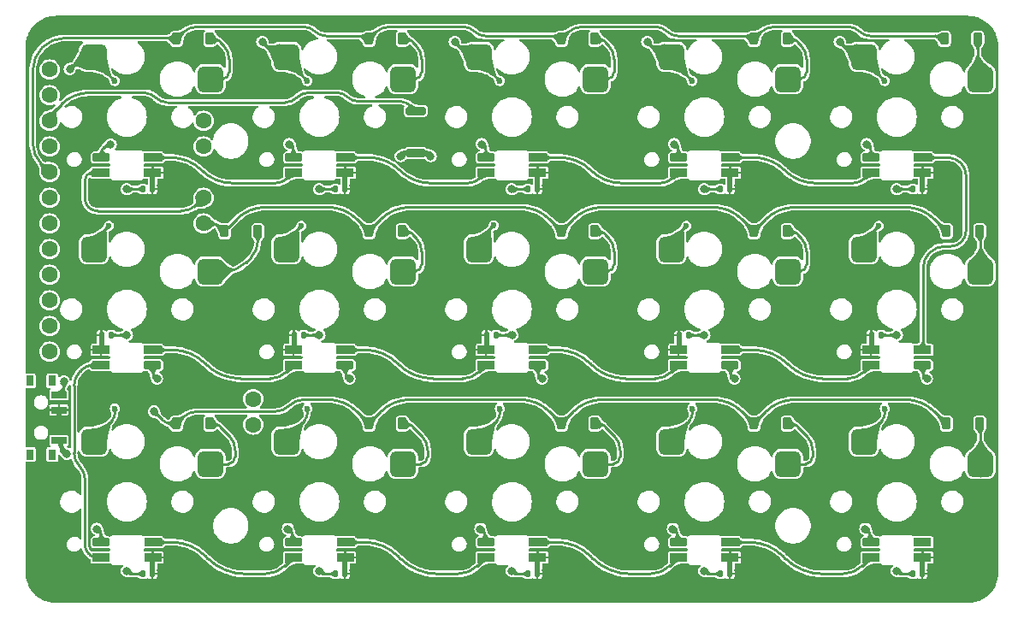
<source format=gbr>
%TF.GenerationSoftware,KiCad,Pcbnew,7.0.8*%
%TF.CreationDate,2023-12-01T15:01:34+01:00*%
%TF.ProjectId,briquet-rounded,62726971-7565-4742-9d72-6f756e646564,rev?*%
%TF.SameCoordinates,Original*%
%TF.FileFunction,Copper,L2,Bot*%
%TF.FilePolarity,Positive*%
%FSLAX46Y46*%
G04 Gerber Fmt 4.6, Leading zero omitted, Abs format (unit mm)*
G04 Created by KiCad (PCBNEW 7.0.8) date 2023-12-01 15:01:34*
%MOMM*%
%LPD*%
G01*
G04 APERTURE LIST*
G04 Aperture macros list*
%AMRoundRect*
0 Rectangle with rounded corners*
0 $1 Rounding radius*
0 $2 $3 $4 $5 $6 $7 $8 $9 X,Y pos of 4 corners*
0 Add a 4 corners polygon primitive as box body*
4,1,4,$2,$3,$4,$5,$6,$7,$8,$9,$2,$3,0*
0 Add four circle primitives for the rounded corners*
1,1,$1+$1,$2,$3*
1,1,$1+$1,$4,$5*
1,1,$1+$1,$6,$7*
1,1,$1+$1,$8,$9*
0 Add four rect primitives between the rounded corners*
20,1,$1+$1,$2,$3,$4,$5,0*
20,1,$1+$1,$4,$5,$6,$7,0*
20,1,$1+$1,$6,$7,$8,$9,0*
20,1,$1+$1,$8,$9,$2,$3,0*%
G04 Aperture macros list end*
%TA.AperFunction,ComponentPad*%
%ADD10C,1.600000*%
%TD*%
%TA.AperFunction,SMDPad,CuDef*%
%ADD11R,1.700000X0.820000*%
%TD*%
%TA.AperFunction,SMDPad,CuDef*%
%ADD12RoundRect,0.205000X0.645000X0.205000X-0.645000X0.205000X-0.645000X-0.205000X0.645000X-0.205000X0*%
%TD*%
%TA.AperFunction,SMDPad,CuDef*%
%ADD13RoundRect,0.650000X-0.650000X-0.650000X0.650000X-0.650000X0.650000X0.650000X-0.650000X0.650000X0*%
%TD*%
%TA.AperFunction,SMDPad,CuDef*%
%ADD14RoundRect,0.225000X-0.225000X-0.375000X0.225000X-0.375000X0.225000X0.375000X-0.225000X0.375000X0*%
%TD*%
%TA.AperFunction,SMDPad,CuDef*%
%ADD15RoundRect,0.140000X0.140000X0.170000X-0.140000X0.170000X-0.140000X-0.170000X0.140000X-0.170000X0*%
%TD*%
%TA.AperFunction,SMDPad,CuDef*%
%ADD16RoundRect,0.140000X-0.140000X-0.170000X0.140000X-0.170000X0.140000X0.170000X-0.140000X0.170000X0*%
%TD*%
%TA.AperFunction,SMDPad,CuDef*%
%ADD17RoundRect,0.205000X-0.645000X-0.205000X0.645000X-0.205000X0.645000X0.205000X-0.645000X0.205000X0*%
%TD*%
%TA.AperFunction,SMDPad,CuDef*%
%ADD18RoundRect,0.200000X-0.800000X0.200000X-0.800000X-0.200000X0.800000X-0.200000X0.800000X0.200000X0*%
%TD*%
%TA.AperFunction,SMDPad,CuDef*%
%ADD19RoundRect,0.200000X0.800000X-0.200000X0.800000X0.200000X-0.800000X0.200000X-0.800000X-0.200000X0*%
%TD*%
%TA.AperFunction,SMDPad,CuDef*%
%ADD20R,0.800000X1.000000*%
%TD*%
%TA.AperFunction,SMDPad,CuDef*%
%ADD21R,1.500000X0.700000*%
%TD*%
%TA.AperFunction,ViaPad*%
%ADD22C,0.800000*%
%TD*%
%TA.AperFunction,ViaPad*%
%ADD23C,0.600000*%
%TD*%
%TA.AperFunction,Conductor*%
%ADD24C,0.250000*%
%TD*%
%TA.AperFunction,Conductor*%
%ADD25C,0.500000*%
%TD*%
G04 APERTURE END LIST*
D10*
%TO.P,J1,1,Pin_1*%
%TO.N,+5V*%
X87600000Y-42924000D03*
%TO.P,J1,2,Pin_2*%
%TO.N,GND*%
X87600000Y-45464000D03*
%TO.P,J1,3,Pin_3*%
%TO.N,RST*%
X87600000Y-48004000D03*
%TO.P,J1,4,Pin_4*%
%TO.N,3.3V*%
X87600000Y-50544000D03*
%TO.P,J1,5,Pin_5*%
%TO.N,ROW01*%
X87600000Y-53084000D03*
%TO.P,J1,6,Pin_6*%
%TO.N,COL01*%
X87600000Y-55624000D03*
%TO.P,J1,7,Pin_7*%
%TO.N,COL05*%
X87600000Y-58164000D03*
%TO.P,J1,8,Pin_8*%
%TO.N,COL04*%
X87600000Y-60704000D03*
%TO.P,J1,9,Pin_9*%
%TO.N,COL03*%
X87600000Y-63244000D03*
%TO.P,J1,10,Pin_10*%
%TO.N,COL02*%
X87600000Y-65784000D03*
%TO.P,J1,11,Pin_11*%
%TO.N,ROW03*%
X87600000Y-68324000D03*
%TO.P,J1,12,Pin_12*%
%TO.N,unconnected-(J1-Pin_12-Pad12)*%
X87600000Y-70864000D03*
%TO.P,J1,13,Pin_13*%
%TO.N,LED_DATA*%
X102840000Y-55624000D03*
%TO.P,J1,14,Pin_14*%
%TO.N,ROW02*%
X102840000Y-58164000D03*
%TO.P,J1,15*%
%TO.N,N/C*%
X102840000Y-48004000D03*
%TO.P,J1,16*%
X102840000Y-50544000D03*
%TD*%
D11*
%TO.P,LED14,1,VCC*%
%TO.N,+5V*%
X154950000Y-91237502D03*
%TO.P,LED14,2,DOUT*%
%TO.N,Net-(LED14-DOUT)*%
X154950000Y-89737502D03*
D12*
%TO.P,LED14,3,GND*%
%TO.N,GND*%
X149850000Y-89737502D03*
D11*
%TO.P,LED14,4,DIN*%
%TO.N,Net-(LED13-DOUT)*%
X149850000Y-91237502D03*
%TD*%
D13*
%TO.P,CHOC11,1,1*%
%TO.N,Net-(D3-A)*%
X103525000Y-81975000D03*
%TO.P,CHOC11,2,2*%
%TO.N,COL01*%
X91975000Y-79775000D03*
%TD*%
D11*
%TO.P,LED5,1,VCC*%
%TO.N,+5V*%
X174000000Y-53137500D03*
%TO.P,LED5,2,DOUT*%
%TO.N,Net-(LED5-DOUT)*%
X174000000Y-51637500D03*
D12*
%TO.P,LED5,3,GND*%
%TO.N,GND*%
X168900000Y-51637500D03*
D11*
%TO.P,LED5,4,DIN*%
%TO.N,Net-(LED4-DOUT)*%
X168900000Y-53137500D03*
%TD*%
D14*
%TO.P,D6,1,K*%
%TO.N,ROW03*%
X119199372Y-77986396D03*
%TO.P,D6,2,A*%
%TO.N,Net-(D6-A)*%
X122499372Y-77986396D03*
%TD*%
D15*
%TO.P,C7,1*%
%TO.N,GND*%
X112730579Y-69205485D03*
%TO.P,C7,2*%
%TO.N,+5V*%
X111770579Y-69205485D03*
%TD*%
D13*
%TO.P,CHOC13,1,1*%
%TO.N,Net-(D9-A)*%
X141625001Y-81975001D03*
%TO.P,CHOC13,2,2*%
%TO.N,COL03*%
X130075001Y-79775001D03*
%TD*%
D11*
%TO.P,LED15,1,VCC*%
%TO.N,+5V*%
X174000000Y-91237502D03*
%TO.P,LED15,2,DOUT*%
%TO.N,unconnected-(LED15-DOUT-Pad2)*%
X174000000Y-89737502D03*
D12*
%TO.P,LED15,3,GND*%
%TO.N,GND*%
X168900000Y-89737502D03*
D11*
%TO.P,LED15,4,DIN*%
%TO.N,Net-(LED14-DOUT)*%
X168900000Y-91237502D03*
%TD*%
D16*
%TO.P,C1,1*%
%TO.N,GND*%
X96820653Y-54769072D03*
%TO.P,C1,2*%
%TO.N,+5V*%
X97780653Y-54769072D03*
%TD*%
D14*
%TO.P,D13,1,K*%
%TO.N,ROW01*%
X176150000Y-39886172D03*
%TO.P,D13,2,A*%
%TO.N,Net-(D13-A)*%
X179450000Y-39886172D03*
%TD*%
D13*
%TO.P,CHOC8,1,1*%
%TO.N,Net-(D8-A)*%
X141625001Y-62925001D03*
%TO.P,CHOC8,2,2*%
%TO.N,COL03*%
X130075001Y-60725001D03*
%TD*%
D11*
%TO.P,LED1,1,VCC*%
%TO.N,+5V*%
X97800000Y-53137500D03*
%TO.P,LED1,2,DOUT*%
%TO.N,Net-(LED1-DOUT)*%
X97800000Y-51637500D03*
D12*
%TO.P,LED1,3,GND*%
%TO.N,GND*%
X92700000Y-51637500D03*
D11*
%TO.P,LED1,4,DIN*%
%TO.N,LED_DATA*%
X92700000Y-53137500D03*
%TD*%
%TO.P,LED11,1,VCC*%
%TO.N,+5V*%
X97800560Y-91238032D03*
%TO.P,LED11,2,DOUT*%
%TO.N,Net-(LED11-DOUT)*%
X97800560Y-89738032D03*
D12*
%TO.P,LED11,3,GND*%
%TO.N,GND*%
X92700560Y-89738032D03*
D11*
%TO.P,LED11,4,DIN*%
%TO.N,Net-(LED10-DOUT)*%
X92700560Y-91238032D03*
%TD*%
D16*
%TO.P,C12,1*%
%TO.N,GND*%
X115870765Y-92869296D03*
%TO.P,C12,2*%
%TO.N,+5V*%
X116830765Y-92869296D03*
%TD*%
D14*
%TO.P,D2,1,K*%
%TO.N,ROW02*%
X104911564Y-58936284D03*
%TO.P,D2,2,A*%
%TO.N,Net-(D2-A)*%
X108211564Y-58936284D03*
%TD*%
D11*
%TO.P,LED7,1,VCC*%
%TO.N,+5V*%
X149850000Y-70687502D03*
%TO.P,LED7,2,DOUT*%
%TO.N,Net-(LED7-DOUT)*%
X149850000Y-72187502D03*
D17*
%TO.P,LED7,3,GND*%
%TO.N,GND*%
X154950000Y-72187502D03*
D11*
%TO.P,LED7,4,DIN*%
%TO.N,Net-(LED6-DOUT)*%
X154950000Y-70687502D03*
%TD*%
D18*
%TO.P,RST1,1,1*%
%TO.N,RST*%
X123825728Y-47013570D03*
D19*
%TO.P,RST1,2,2*%
%TO.N,GND*%
X123825728Y-51213570D03*
%TD*%
D14*
%TO.P,D11,1,K*%
%TO.N,ROW02*%
X157299372Y-58936284D03*
%TO.P,D11,2,A*%
%TO.N,Net-(D11-A)*%
X160599372Y-58936284D03*
%TD*%
D13*
%TO.P,CHOC1,1,1*%
%TO.N,Net-(D1-A)*%
X103525000Y-43874998D03*
%TO.P,CHOC1,2,2*%
%TO.N,COL01*%
X91975000Y-41674998D03*
%TD*%
D14*
%TO.P,D5,1,K*%
%TO.N,ROW02*%
X119199148Y-58936284D03*
%TO.P,D5,2,A*%
%TO.N,Net-(D5-A)*%
X122499148Y-58936284D03*
%TD*%
D16*
%TO.P,C11,1*%
%TO.N,GND*%
X96820093Y-92868766D03*
%TO.P,C11,2*%
%TO.N,+5V*%
X97780093Y-92868766D03*
%TD*%
%TO.P,C4,1*%
%TO.N,GND*%
X153970989Y-54769072D03*
%TO.P,C4,2*%
%TO.N,+5V*%
X154930989Y-54769072D03*
%TD*%
D14*
%TO.P,D7,1,K*%
%TO.N,ROW01*%
X138249372Y-39886172D03*
%TO.P,D7,2,A*%
%TO.N,Net-(D7-A)*%
X141549372Y-39886172D03*
%TD*%
D11*
%TO.P,LED6,1,VCC*%
%TO.N,+5V*%
X168900000Y-70687502D03*
%TO.P,LED6,2,DOUT*%
%TO.N,Net-(LED6-DOUT)*%
X168900000Y-72187502D03*
D17*
%TO.P,LED6,3,GND*%
%TO.N,GND*%
X174000000Y-72187502D03*
D11*
%TO.P,LED6,4,DIN*%
%TO.N,Net-(LED5-DOUT)*%
X174000000Y-70687502D03*
%TD*%
D13*
%TO.P,CHOC9,1,1*%
%TO.N,Net-(D11-A)*%
X160675000Y-62925000D03*
%TO.P,CHOC9,2,2*%
%TO.N,COL04*%
X149125000Y-60725000D03*
%TD*%
D10*
%TO.P,J2,1,Pin_1*%
%TO.N,BAT_IN*%
X107752196Y-75547500D03*
%TO.P,J2,2,Pin_2*%
%TO.N,GND*%
X107752196Y-78087500D03*
%TD*%
D13*
%TO.P,CHOC5,1,1*%
%TO.N,Net-(D13-A)*%
X179725001Y-43874999D03*
%TO.P,CHOC5,2,2*%
%TO.N,COL05*%
X168175001Y-41674999D03*
%TD*%
D14*
%TO.P,D3,1,K*%
%TO.N,ROW03*%
X100149372Y-77986396D03*
%TO.P,D3,2,A*%
%TO.N,Net-(D3-A)*%
X103449372Y-77986396D03*
%TD*%
D11*
%TO.P,LED10,1,VCC*%
%TO.N,+5V*%
X92700000Y-70687502D03*
%TO.P,LED10,2,DOUT*%
%TO.N,Net-(LED10-DOUT)*%
X92700000Y-72187502D03*
D17*
%TO.P,LED10,3,GND*%
%TO.N,GND*%
X97800000Y-72187502D03*
D11*
%TO.P,LED10,4,DIN*%
%TO.N,Net-(LED10-DIN)*%
X97800000Y-70687502D03*
%TD*%
D16*
%TO.P,C3,1*%
%TO.N,GND*%
X134920877Y-54769072D03*
%TO.P,C3,2*%
%TO.N,+5V*%
X135880877Y-54769072D03*
%TD*%
D13*
%TO.P,CHOC3,1,1*%
%TO.N,Net-(D7-A)*%
X141625000Y-43874998D03*
%TO.P,CHOC3,2,2*%
%TO.N,COL03*%
X130075000Y-41674998D03*
%TD*%
D11*
%TO.P,LED4,1,VCC*%
%TO.N,+5V*%
X154950000Y-53137500D03*
%TO.P,LED4,2,DOUT*%
%TO.N,Net-(LED4-DOUT)*%
X154950000Y-51637500D03*
D12*
%TO.P,LED4,3,GND*%
%TO.N,GND*%
X149850000Y-51637500D03*
D11*
%TO.P,LED4,4,DIN*%
%TO.N,Net-(LED3-DOUT)*%
X149850000Y-53137500D03*
%TD*%
%TO.P,LED8,1,VCC*%
%TO.N,+5V*%
X130800000Y-70687502D03*
%TO.P,LED8,2,DOUT*%
%TO.N,Net-(LED8-DOUT)*%
X130800000Y-72187502D03*
D17*
%TO.P,LED8,3,GND*%
%TO.N,GND*%
X135900000Y-72187502D03*
D11*
%TO.P,LED8,4,DIN*%
%TO.N,Net-(LED7-DOUT)*%
X135900000Y-70687502D03*
%TD*%
%TO.P,LED3,1,VCC*%
%TO.N,+5V*%
X135900000Y-53137500D03*
%TO.P,LED3,2,DOUT*%
%TO.N,Net-(LED3-DOUT)*%
X135900000Y-51637500D03*
D12*
%TO.P,LED3,3,GND*%
%TO.N,GND*%
X130800000Y-51637500D03*
D11*
%TO.P,LED3,4,DIN*%
%TO.N,Net-(LED2-DOUT)*%
X130800000Y-53137500D03*
%TD*%
D13*
%TO.P,CHOC10,1,1*%
%TO.N,Net-(D14-A)*%
X179725000Y-62925000D03*
%TO.P,CHOC10,2,2*%
%TO.N,COL05*%
X168175000Y-60725000D03*
%TD*%
D11*
%TO.P,LED12,1,VCC*%
%TO.N,+5V*%
X116850672Y-91238032D03*
%TO.P,LED12,2,DOUT*%
%TO.N,Net-(LED12-DOUT)*%
X116850672Y-89738032D03*
D12*
%TO.P,LED12,3,GND*%
%TO.N,GND*%
X111750672Y-89738032D03*
D11*
%TO.P,LED12,4,DIN*%
%TO.N,Net-(LED11-DOUT)*%
X111750672Y-91238032D03*
%TD*%
%TO.P,LED2,1,VCC*%
%TO.N,+5V*%
X116850000Y-53137500D03*
%TO.P,LED2,2,DOUT*%
%TO.N,Net-(LED2-DOUT)*%
X116850000Y-51637500D03*
D12*
%TO.P,LED2,3,GND*%
%TO.N,GND*%
X111750000Y-51637500D03*
D11*
%TO.P,LED2,4,DIN*%
%TO.N,Net-(LED1-DOUT)*%
X111750000Y-53137500D03*
%TD*%
D14*
%TO.P,D9,1,K*%
%TO.N,ROW03*%
X138249372Y-77986396D03*
%TO.P,D9,2,A*%
%TO.N,Net-(D9-A)*%
X141549372Y-77986396D03*
%TD*%
D16*
%TO.P,C2,1*%
%TO.N,GND*%
X115870765Y-54769072D03*
%TO.P,C2,2*%
%TO.N,+5V*%
X116830765Y-54769072D03*
%TD*%
D13*
%TO.P,CHOC2,1,1*%
%TO.N,Net-(D4-A)*%
X122575000Y-43874998D03*
%TO.P,CHOC2,2,2*%
%TO.N,COL02*%
X111025000Y-41674998D03*
%TD*%
D14*
%TO.P,D15,1,K*%
%TO.N,ROW03*%
X176349484Y-77986396D03*
%TO.P,D15,2,A*%
%TO.N,Net-(D15-A)*%
X179649484Y-77986396D03*
%TD*%
D15*
%TO.P,C8,1*%
%TO.N,GND*%
X131780691Y-69205485D03*
%TO.P,C8,2*%
%TO.N,+5V*%
X130820691Y-69205485D03*
%TD*%
D13*
%TO.P,CHOC15,1,1*%
%TO.N,Net-(D15-A)*%
X179725000Y-81975000D03*
%TO.P,CHOC15,2,2*%
%TO.N,COL05*%
X168175000Y-79775000D03*
%TD*%
D16*
%TO.P,C14,1*%
%TO.N,GND*%
X153970989Y-92869296D03*
%TO.P,C14,2*%
%TO.N,+5V*%
X154930989Y-92869296D03*
%TD*%
D13*
%TO.P,CHOC4,1,1*%
%TO.N,Net-(D10-A)*%
X160675000Y-43874998D03*
%TO.P,CHOC4,2,2*%
%TO.N,COL04*%
X149125000Y-41674998D03*
%TD*%
D20*
%TO.P,SW13,*%
%TO.N,*%
X87860000Y-81041080D03*
X85650000Y-81041080D03*
X87860000Y-73741080D03*
X85650000Y-73741080D03*
D21*
%TO.P,SW13,1,A*%
%TO.N,BAT_IN*%
X88510000Y-79641080D03*
%TO.P,SW13,2,B*%
%TO.N,+5V*%
X88510000Y-76641080D03*
%TO.P,SW13,3,C*%
%TO.N,GND*%
X88510000Y-75141080D03*
%TD*%
D15*
%TO.P,C9,1*%
%TO.N,GND*%
X150830803Y-69219079D03*
%TO.P,C9,2*%
%TO.N,+5V*%
X149870803Y-69219079D03*
%TD*%
D14*
%TO.P,D10,1,K*%
%TO.N,ROW01*%
X157299372Y-39886172D03*
%TO.P,D10,2,A*%
%TO.N,Net-(D10-A)*%
X160599372Y-39886172D03*
%TD*%
D13*
%TO.P,CHOC7,1,1*%
%TO.N,Net-(D5-A)*%
X122575000Y-62925000D03*
%TO.P,CHOC7,2,2*%
%TO.N,COL02*%
X111025000Y-60725000D03*
%TD*%
D11*
%TO.P,LED9,1,VCC*%
%TO.N,+5V*%
X111750000Y-70687502D03*
%TO.P,LED9,2,DOUT*%
%TO.N,Net-(LED10-DIN)*%
X111750000Y-72187502D03*
D17*
%TO.P,LED9,3,GND*%
%TO.N,GND*%
X116850000Y-72187502D03*
D11*
%TO.P,LED9,4,DIN*%
%TO.N,Net-(LED8-DOUT)*%
X116850000Y-70687502D03*
%TD*%
D16*
%TO.P,C15,1*%
%TO.N,GND*%
X173021101Y-92869296D03*
%TO.P,C15,2*%
%TO.N,+5V*%
X173981101Y-92869296D03*
%TD*%
D11*
%TO.P,LED13,1,VCC*%
%TO.N,+5V*%
X135900000Y-91237502D03*
%TO.P,LED13,2,DOUT*%
%TO.N,Net-(LED13-DOUT)*%
X135900000Y-89737502D03*
D12*
%TO.P,LED13,3,GND*%
%TO.N,GND*%
X130800000Y-89737502D03*
D11*
%TO.P,LED13,4,DIN*%
%TO.N,Net-(LED12-DOUT)*%
X130800000Y-91237502D03*
%TD*%
D15*
%TO.P,C10,1*%
%TO.N,GND*%
X169880915Y-69205485D03*
%TO.P,C10,2*%
%TO.N,+5V*%
X168920915Y-69205485D03*
%TD*%
D16*
%TO.P,C5,1*%
%TO.N,GND*%
X173021101Y-54769072D03*
%TO.P,C5,2*%
%TO.N,+5V*%
X173981101Y-54769072D03*
%TD*%
D14*
%TO.P,D12,1,K*%
%TO.N,ROW03*%
X157299372Y-77986396D03*
%TO.P,D12,2,A*%
%TO.N,Net-(D12-A)*%
X160599372Y-77986396D03*
%TD*%
D13*
%TO.P,CHOC6,1,1*%
%TO.N,Net-(D2-A)*%
X103525000Y-62925000D03*
%TO.P,CHOC6,2,2*%
%TO.N,COL01*%
X91975000Y-60725000D03*
%TD*%
%TO.P,CHOC14,1,1*%
%TO.N,Net-(D12-A)*%
X160675001Y-81975001D03*
%TO.P,CHOC14,2,2*%
%TO.N,COL04*%
X149125001Y-79775001D03*
%TD*%
D16*
%TO.P,C13,1*%
%TO.N,GND*%
X134920877Y-92869296D03*
%TO.P,C13,2*%
%TO.N,+5V*%
X135880877Y-92869296D03*
%TD*%
D14*
%TO.P,D4,1,K*%
%TO.N,ROW01*%
X119199372Y-39886172D03*
%TO.P,D4,2,A*%
%TO.N,Net-(D4-A)*%
X122499372Y-39886172D03*
%TD*%
%TO.P,D8,1,K*%
%TO.N,ROW02*%
X138249260Y-58936284D03*
%TO.P,D8,2,A*%
%TO.N,Net-(D8-A)*%
X141549260Y-58936284D03*
%TD*%
%TO.P,D1,1,K*%
%TO.N,ROW01*%
X100149372Y-39886172D03*
%TO.P,D1,2,A*%
%TO.N,Net-(D1-A)*%
X103449372Y-39886172D03*
%TD*%
D15*
%TO.P,C6,1*%
%TO.N,GND*%
X93680467Y-69205485D03*
%TO.P,C6,2*%
%TO.N,+5V*%
X92720467Y-69205485D03*
%TD*%
D13*
%TO.P,CHOC12,1,1*%
%TO.N,Net-(D6-A)*%
X122575000Y-81975000D03*
%TO.P,CHOC12,2,2*%
%TO.N,COL02*%
X111025000Y-79775000D03*
%TD*%
D14*
%TO.P,D14,1,K*%
%TO.N,ROW02*%
X176349484Y-58936284D03*
%TO.P,D14,2,A*%
%TO.N,Net-(D14-A)*%
X179649484Y-58936284D03*
%TD*%
D22*
%TO.N,GND*%
X95250560Y-69205485D03*
X114300672Y-69205485D03*
X98227140Y-73521526D03*
X95250000Y-92571108D03*
X152400896Y-69219079D03*
X93640000Y-50320000D03*
X133350784Y-54769072D03*
X171451008Y-69205485D03*
X168474428Y-50304202D03*
X133350784Y-92571638D03*
X125314018Y-51494834D03*
X111175263Y-88404426D03*
X174427588Y-73521526D03*
X152400896Y-54769072D03*
X171451008Y-92571638D03*
X122337438Y-51494834D03*
X149275487Y-88404426D03*
X171451008Y-54769072D03*
X168325599Y-88404426D03*
X130374204Y-50304202D03*
X152400896Y-92571638D03*
X111324092Y-50304202D03*
X136327364Y-73521526D03*
X155377476Y-73521526D03*
X95250560Y-54769072D03*
X149403513Y-50304202D03*
X88999742Y-73819184D03*
X130225375Y-88404426D03*
X114300672Y-54769072D03*
X117277252Y-73521526D03*
X114300672Y-92571638D03*
X133391685Y-69205485D03*
X92273980Y-88404426D03*
%TO.N,+5V*%
X88510000Y-77880822D03*
D23*
%TO.N,COL01*%
X94059928Y-76498106D03*
D22*
X89595058Y-42862752D03*
D23*
X93465059Y-58390855D03*
X94059928Y-44053384D03*
%TO.N,COL02*%
X112515059Y-58390855D03*
D22*
X108645170Y-40183830D03*
D23*
X113110040Y-76498106D03*
X113110040Y-44053384D03*
%TO.N,COL03*%
X132160152Y-76498106D03*
X132160152Y-44053384D03*
X131564836Y-58340968D03*
D22*
X127695282Y-40183830D03*
D23*
%TO.N,COL04*%
X150615059Y-58390855D03*
X151210264Y-76498106D03*
X151210264Y-44053384D03*
D22*
X146745394Y-40183830D03*
D23*
%TO.N,COL05*%
X169665059Y-58390855D03*
X170260376Y-44053384D03*
D22*
X165795506Y-40183830D03*
D23*
X170260376Y-76498106D03*
D22*
%TO.N,ROW03*%
X97929482Y-76795764D03*
%TO.N,BAT_IN*%
X89297400Y-80962976D03*
%TD*%
D24*
%TO.N,Net-(LED10-DOUT)*%
X91540007Y-90944699D02*
G75*
G03*
X92246909Y-91237502I706893J706899D01*
G01*
X92539186Y-72187502D02*
X92539186Y-72187502D01*
X90624558Y-72789660D02*
G75*
G03*
X90022400Y-74243438I1453742J-1453740D01*
G01*
X91083352Y-83472794D02*
G75*
G03*
X90552873Y-82192118I-1811152J-6D01*
G01*
X90022357Y-80911439D02*
G75*
G03*
X90552874Y-82192117I1811143J39D01*
G01*
X91943870Y-72187479D02*
G75*
G03*
X90719653Y-72694590I30J-1731321D01*
G01*
X91083373Y-89958076D02*
G75*
G03*
X91458083Y-90862767I1279427J-24D01*
G01*
%TO.N,Net-(LED5-DOUT)*%
X174679755Y-61065329D02*
G75*
G03*
X174039000Y-62612337I1547045J-1546971D01*
G01*
X176226763Y-60424538D02*
G75*
G03*
X174679782Y-61065356I37J-2187762D01*
G01*
X176772740Y-60424610D02*
G75*
G03*
X177850655Y-59978087I-40J1524410D01*
G01*
X178297163Y-53426489D02*
G75*
G03*
X177773159Y-52161483I-1788963J-11D01*
G01*
X177850677Y-59978109D02*
G75*
G03*
X178297142Y-58900172I-1077977J1077909D01*
G01*
X177773185Y-52161457D02*
G75*
G03*
X176508152Y-51637500I-1264985J-1265043D01*
G01*
D25*
%TO.N,BAT_IN*%
X88702071Y-80130822D02*
G75*
G03*
X88912560Y-80638954I718629J22D01*
G01*
X88702099Y-79968987D02*
G75*
G03*
X88606042Y-79737122I-327899J-13D01*
G01*
X89215089Y-80941459D02*
G75*
G03*
X89266990Y-80962976I51911J51859D01*
G01*
D24*
%TO.N,RST*%
X110901177Y-46179990D02*
G75*
G03*
X112060000Y-45700000I23J1638790D01*
G01*
X113218822Y-45220010D02*
G75*
G03*
X112060000Y-45700000I-22J-1638790D01*
G01*
X98100007Y-45699993D02*
G75*
G03*
X96941177Y-45220000I-1158807J-1158807D01*
G01*
X98099993Y-45700007D02*
G75*
G03*
X99258822Y-46180000I1158807J1158807D01*
G01*
X91543416Y-45220006D02*
G75*
G03*
X88754999Y-46374999I-16J-3943394D01*
G01*
X123348942Y-46536786D02*
G75*
G03*
X122197882Y-46060000I-1151042J-1151014D01*
G01*
X87767578Y-47362409D02*
G75*
G03*
X87600000Y-47767000I404622J-404591D01*
G01*
X117070009Y-45639991D02*
G75*
G03*
X118083969Y-46060000I1013991J1013991D01*
G01*
X117069991Y-45640009D02*
G75*
G03*
X116056030Y-45220000I-1013991J-1013991D01*
G01*
%TO.N,Net-(LED14-DOUT)*%
X160360075Y-91303379D02*
G75*
G03*
X164140464Y-92869296I3780425J3780379D01*
G01*
X166075353Y-92869248D02*
G75*
G03*
X168045103Y-92053399I47J2785648D01*
G01*
X160139487Y-91082825D02*
G75*
G03*
X156891579Y-89737502I-3247887J-3247875D01*
G01*
%TO.N,Net-(LED13-DOUT)*%
X147025353Y-92869248D02*
G75*
G03*
X148995103Y-92053399I47J2785648D01*
G01*
X141309969Y-91303373D02*
G75*
G03*
X145090352Y-92869296I3780431J3780373D01*
G01*
X141089321Y-91082799D02*
G75*
G03*
X137841523Y-89737502I-3247821J-3247801D01*
G01*
%TO.N,Net-(LED12-DOUT)*%
X122259813Y-91303417D02*
G75*
G03*
X126040240Y-92869296I3780387J3780417D01*
G01*
X122039205Y-91082725D02*
G75*
G03*
X118791467Y-89737502I-3247705J-3247775D01*
G01*
X127975353Y-92869248D02*
G75*
G03*
X129945103Y-92053399I47J2785648D01*
G01*
%TO.N,Net-(LED11-DOUT)*%
X102989018Y-91082720D02*
G75*
G03*
X99741411Y-89737502I-3247618J-3247580D01*
G01*
X103209707Y-91303411D02*
G75*
G03*
X106990128Y-92869296I3780393J3780411D01*
G01*
X108925353Y-92869248D02*
G75*
G03*
X110895103Y-92053399I47J2785648D01*
G01*
%TO.N,Net-(LED10-DIN)*%
X103060929Y-72104531D02*
G75*
G03*
X106481915Y-73521526I3420971J3421031D01*
G01*
X102989205Y-72032725D02*
G75*
G03*
X99741467Y-70687502I-3247705J-3247775D01*
G01*
X109433678Y-73521509D02*
G75*
G03*
X111043988Y-72854514I22J2277309D01*
G01*
%TO.N,Net-(LED8-DOUT)*%
X128483678Y-73521509D02*
G75*
G03*
X130093988Y-72854514I22J2277309D01*
G01*
X122039321Y-72032799D02*
G75*
G03*
X118791523Y-70687502I-3247821J-3247801D01*
G01*
X122111035Y-72104537D02*
G75*
G03*
X125532027Y-73521526I3420965J3421037D01*
G01*
%TO.N,Net-(LED7-DOUT)*%
X141161141Y-72104543D02*
G75*
G03*
X144582139Y-73521526I3420959J3421043D01*
G01*
X147533678Y-73521509D02*
G75*
G03*
X149143988Y-72854514I22J2277309D01*
G01*
X141089487Y-72032825D02*
G75*
G03*
X137841579Y-70687502I-3247887J-3247875D01*
G01*
%TO.N,Net-(LED6-DOUT)*%
X160664059Y-72104497D02*
G75*
G03*
X157243072Y-70687502I-3420959J-3421003D01*
G01*
X166583678Y-73521509D02*
G75*
G03*
X168193988Y-72854514I22J2277309D01*
G01*
X160664027Y-72104529D02*
G75*
G03*
X164085011Y-73521526I3420973J3421029D01*
G01*
%TO.N,LED_DATA*%
X92518254Y-53137500D02*
X92518254Y-53137500D01*
X91456696Y-56566652D02*
G75*
G03*
X92357962Y-56940000I901304J901252D01*
G01*
X91303798Y-53357950D02*
G75*
G03*
X91083348Y-53890231I532302J-532250D01*
G01*
X91083370Y-55665385D02*
G75*
G03*
X91456674Y-56566674I1274630J-15D01*
G01*
X91836079Y-53137477D02*
G75*
G03*
X91303818Y-53357970I21J-752723D01*
G01*
X100593447Y-56940019D02*
G75*
G03*
X102182000Y-56282000I-47J2246619D01*
G01*
%TO.N,Net-(LED4-DOUT)*%
X167092000Y-54173739D02*
G75*
G03*
X168342871Y-53655627I0J1769039D01*
G01*
X160360157Y-52905637D02*
G75*
G03*
X157298634Y-51637500I-3061557J-3061563D01*
G01*
X160360168Y-52905626D02*
G75*
G03*
X163421697Y-54173756I3061532J3061526D01*
G01*
%TO.N,Net-(LED3-DOUT)*%
X148042000Y-54173739D02*
G75*
G03*
X149292871Y-53655627I0J1769039D01*
G01*
X141167418Y-52905598D02*
G75*
G03*
X138105856Y-51637500I-3061518J-3061602D01*
G01*
X141167379Y-52905637D02*
G75*
G03*
X144228919Y-54173756I3061521J3061537D01*
G01*
%TO.N,Net-(LED2-DOUT)*%
X122259945Y-52905625D02*
G75*
G03*
X119198410Y-51637500I-3061545J-3061575D01*
G01*
X122259956Y-52905614D02*
G75*
G03*
X125321473Y-54173756I3061544J3061514D01*
G01*
X128992000Y-54173739D02*
G75*
G03*
X130242871Y-53655627I0J1769039D01*
G01*
%TO.N,Net-(LED1-DOUT)*%
X109942000Y-54173739D02*
G75*
G03*
X111192871Y-53655627I0J1769039D01*
G01*
X102642105Y-52892063D02*
G75*
G03*
X99613250Y-51637500I-3028805J-3028837D01*
G01*
X102655649Y-52905607D02*
G75*
G03*
X105717159Y-54173756I3061551J3061507D01*
G01*
%TO.N,ROW03*%
X118008739Y-76795765D02*
G75*
G03*
X115134300Y-75605132I-2874439J-2874435D01*
G01*
X98756200Y-77622514D02*
G75*
G03*
X99634743Y-77986396I878500J878514D01*
G01*
X109886872Y-76795736D02*
G75*
G03*
X111324092Y-76200448I28J2032536D01*
G01*
X161364443Y-75605162D02*
G75*
G03*
X158490004Y-76795764I-43J-4065038D01*
G01*
X142314443Y-75605162D02*
G75*
G03*
X139440004Y-76795764I-43J-4065038D01*
G01*
X156108739Y-76795765D02*
G75*
G03*
X153234300Y-75605132I-2874439J-2874435D01*
G01*
X112761311Y-75605150D02*
G75*
G03*
X111324092Y-76200448I-11J-2032550D01*
G01*
X175158845Y-76795771D02*
G75*
G03*
X172284412Y-75605132I-2874445J-2874429D01*
G01*
X123264443Y-75605162D02*
G75*
G03*
X120390004Y-76795764I-43J-4065038D01*
G01*
X102181907Y-76795770D02*
G75*
G03*
X100744688Y-77391080I-7J-2032530D01*
G01*
X137058739Y-76795765D02*
G75*
G03*
X134184300Y-75605132I-2874439J-2874435D01*
G01*
%TO.N,ROW02*%
X161364443Y-56555054D02*
G75*
G03*
X158490004Y-57745652I-43J-4065046D01*
G01*
X108976635Y-56555048D02*
G75*
G03*
X106102196Y-57745652I-35J-4065052D01*
G01*
X123264219Y-56555037D02*
G75*
G03*
X120389780Y-57745652I-19J-4065063D01*
G01*
X156108742Y-57745650D02*
G75*
G03*
X153234300Y-56555020I-2874442J-2874450D01*
G01*
X175158848Y-57745656D02*
G75*
G03*
X172284412Y-56555020I-2874448J-2874444D01*
G01*
X142314331Y-56555045D02*
G75*
G03*
X139439892Y-57745652I-31J-4065055D01*
G01*
X104525423Y-58550141D02*
G75*
G03*
X105297705Y-58550141I386141J386142D01*
G01*
X118008530Y-57745638D02*
G75*
G03*
X115134076Y-56555020I-2874430J-2874462D01*
G01*
X104525432Y-58550132D02*
G75*
G03*
X103593192Y-58164000I-932232J-932268D01*
G01*
X137058636Y-57745644D02*
G75*
G03*
X134184188Y-56555020I-2874436J-2874456D01*
G01*
%TO.N,ROW01*%
X148680176Y-39142022D02*
G75*
G03*
X149758085Y-39588514I1077924J1077922D01*
G01*
X167730290Y-39142020D02*
G75*
G03*
X166652368Y-38695540I-1077890J-1077880D01*
G01*
X159331907Y-38695553D02*
G75*
G03*
X157894688Y-39290856I-7J-2032547D01*
G01*
X113854183Y-39142029D02*
G75*
G03*
X114932099Y-39588514I1077917J1077929D01*
G01*
X148680184Y-39142014D02*
G75*
G03*
X147602256Y-38695540I-1077884J-1077886D01*
G01*
X157150514Y-39737372D02*
G75*
G03*
X156791238Y-39588514I-359314J-359228D01*
G01*
X140281907Y-38695553D02*
G75*
G03*
X138844688Y-39290856I-7J-2032547D01*
G01*
X85930011Y-50243374D02*
G75*
G03*
X86762000Y-52252000I2840589J-26D01*
G01*
X121231907Y-38695553D02*
G75*
G03*
X119794688Y-39290856I-7J-2032547D01*
G01*
X138100514Y-39737372D02*
G75*
G03*
X137741238Y-39588514I-359314J-359228D01*
G01*
X102181907Y-38695553D02*
G75*
G03*
X100744688Y-39290856I-7J-2032547D01*
G01*
X129630028Y-39142058D02*
G75*
G03*
X128552144Y-38695540I-1077928J-1077842D01*
G01*
X119050514Y-39737372D02*
G75*
G03*
X118691238Y-39588514I-359314J-359228D01*
G01*
X129630070Y-39142016D02*
G75*
G03*
X130707973Y-39588514I1077930J1077916D01*
G01*
X113854191Y-39142021D02*
G75*
G03*
X112776270Y-38695540I-1077891J-1077879D01*
G01*
X89122293Y-39799996D02*
G75*
G03*
X86865001Y-40734999I7J-3192304D01*
G01*
X176001178Y-39737336D02*
G75*
G03*
X175641866Y-39588514I-359278J-359264D01*
G01*
X100106302Y-39843068D02*
G75*
G03*
X100002263Y-39799998I-104002J-104032D01*
G01*
X157150543Y-39737343D02*
G75*
G03*
X157448201Y-39737343I148829J148832D01*
G01*
X138100543Y-39737343D02*
G75*
G03*
X138398201Y-39737343I148829J148832D01*
G01*
X87591887Y-53081869D02*
G75*
G03*
X87597000Y-53084000I5113J5069D01*
G01*
X119050543Y-39737343D02*
G75*
G03*
X119348201Y-39737343I148829J148832D01*
G01*
X86865004Y-40735002D02*
G75*
G03*
X85930000Y-42992291I2257296J-2257298D01*
G01*
X167730282Y-39142028D02*
G75*
G03*
X168808197Y-39588514I1077918J1077928D01*
G01*
X100106286Y-39843084D02*
G75*
G03*
X100192458Y-39843084I43086J43087D01*
G01*
%TO.N,Net-(D15-A)*%
X179724997Y-78115309D02*
G75*
G03*
X179687242Y-78024154I-128897J9D01*
G01*
%TO.N,Net-(D12-A)*%
X163116584Y-80665318D02*
G75*
G03*
X162485155Y-79140917I-2155784J18D01*
G01*
X162908216Y-81766633D02*
G75*
G03*
X163116584Y-81263634I-503016J503033D01*
G01*
X162405217Y-81975002D02*
G75*
G03*
X162908229Y-81766646I-17J711402D01*
G01*
X161589172Y-78244940D02*
G75*
G03*
X160965004Y-77986396I-624172J-624160D01*
G01*
%TO.N,Net-(D9-A)*%
X143355105Y-81974993D02*
G75*
G03*
X143858116Y-81766645I-5J711393D01*
G01*
X142539006Y-78244916D02*
G75*
G03*
X141914948Y-77986396I-624106J-624084D01*
G01*
X144066446Y-80665318D02*
G75*
G03*
X143435043Y-79140917I-2155846J18D01*
G01*
X143858101Y-81766630D02*
G75*
G03*
X144066472Y-81263634I-503001J503030D01*
G01*
%TO.N,Net-(D6-A)*%
X123488869Y-78244861D02*
G75*
G03*
X122864892Y-77986396I-623969J-623939D01*
G01*
X125016338Y-80665318D02*
G75*
G03*
X124384932Y-79140916I-2155838J18D01*
G01*
X124807987Y-81766627D02*
G75*
G03*
X125016360Y-81263634I-502987J503027D01*
G01*
X124304994Y-81974986D02*
G75*
G03*
X124808006Y-81766646I6J711386D01*
G01*
%TO.N,Net-(D3-A)*%
X105966229Y-80665318D02*
G75*
G03*
X105334819Y-79140917I-2155829J18D01*
G01*
X105757873Y-81766625D02*
G75*
G03*
X105966248Y-81263634I-502973J503025D01*
G01*
X105254882Y-81974977D02*
G75*
G03*
X105757894Y-81766645I18J711377D01*
G01*
X104438703Y-78244837D02*
G75*
G03*
X103814836Y-77986396I-623903J-623863D01*
G01*
%TO.N,Net-(D14-A)*%
X179725005Y-59065197D02*
G75*
G03*
X179687242Y-58974042I-128905J-3D01*
G01*
%TO.N,Net-(D11-A)*%
X161589174Y-59194826D02*
G75*
G03*
X160965004Y-58936284I-624174J-624174D01*
G01*
X162312839Y-62716571D02*
G75*
G03*
X162521268Y-62213443I-503139J503171D01*
G01*
X162521244Y-60968819D02*
G75*
G03*
X161925952Y-59531600I-2032544J19D01*
G01*
X161809711Y-62924995D02*
G75*
G03*
X162312858Y-62716590I-11J711595D01*
G01*
%TO.N,Net-(D8-A)*%
X142759598Y-62924986D02*
G75*
G03*
X143262745Y-62716590I2J711586D01*
G01*
X143262724Y-62716569D02*
G75*
G03*
X143471156Y-62213443I-503124J503169D01*
G01*
X143471136Y-60968819D02*
G75*
G03*
X142875840Y-59531600I-2032536J19D01*
G01*
X142539068Y-59194820D02*
G75*
G03*
X141914892Y-58936284I-624168J-624180D01*
G01*
%TO.N,Net-(D5-A)*%
X124421027Y-60968819D02*
G75*
G03*
X123825728Y-59531600I-2032527J19D01*
G01*
X123709487Y-62924978D02*
G75*
G03*
X124212634Y-62716590I13J711578D01*
G01*
X123488962Y-59194814D02*
G75*
G03*
X122864780Y-58936284I-624162J-624186D01*
G01*
X124212610Y-62716566D02*
G75*
G03*
X124421044Y-62213443I-503110J503166D01*
G01*
%TO.N,Net-(D2-A)*%
X104834872Y-62924982D02*
G75*
G03*
X107070963Y-61998780I28J3162282D01*
G01*
X107532062Y-61537663D02*
G75*
G03*
X108211564Y-59897232I-1640462J1640463D01*
G01*
%TO.N,COL05*%
X169944657Y-77706789D02*
G75*
G03*
X170260376Y-76944593I-762157J762189D01*
G01*
X166972586Y-41360946D02*
G75*
G03*
X167730838Y-41674999I758214J758246D01*
G01*
X168175001Y-41821504D02*
G75*
G03*
X168028496Y-41674999I-146501J4D01*
G01*
X168473451Y-59582506D02*
G75*
G03*
X168175000Y-60302957I720449J-720494D01*
G01*
X168280532Y-79370885D02*
G75*
G03*
X168175000Y-79625728I254868J-254815D01*
G01*
X168175000Y-41821504D02*
G75*
G03*
X168278595Y-42071603I353700J4D01*
G01*
%TO.N,Net-(D13-A)*%
X179449983Y-43405542D02*
G75*
G03*
X179587500Y-43737498I469517J42D01*
G01*
%TO.N,COL04*%
X149125021Y-41821559D02*
G75*
G03*
X149228634Y-42071754I353779J-41D01*
G01*
X149230609Y-79370768D02*
G75*
G03*
X149125001Y-79625672I254891J-254932D01*
G01*
X150894564Y-77706807D02*
G75*
G03*
X151210264Y-76944593I-762264J762207D01*
G01*
X149423451Y-59582506D02*
G75*
G03*
X149125000Y-60302957I720449J-720494D01*
G01*
X149125002Y-41821559D02*
G75*
G03*
X148978439Y-41674998I-146602J-41D01*
G01*
X147922469Y-41360869D02*
G75*
G03*
X148680781Y-41674998I758331J758269D01*
G01*
%TO.N,Net-(D10-A)*%
X162521252Y-41918707D02*
G75*
G03*
X161925951Y-40481489I-2032552J7D01*
G01*
X161809523Y-43874999D02*
G75*
G03*
X162312803Y-43666533I-23J711799D01*
G01*
X161589177Y-40144711D02*
G75*
G03*
X160965004Y-39886172I-624177J-624189D01*
G01*
X162312781Y-43666511D02*
G75*
G03*
X162521268Y-43163253I-503281J503311D01*
G01*
%TO.N,COL03*%
X128872283Y-41360865D02*
G75*
G03*
X129630725Y-41674998I758417J758465D01*
G01*
X130391145Y-59514654D02*
G75*
G03*
X130075001Y-60277902I763255J-763246D01*
G01*
X131844449Y-77706805D02*
G75*
G03*
X132160152Y-76944593I-762249J762205D01*
G01*
X130180635Y-79370602D02*
G75*
G03*
X130075001Y-79625616I254965J-254998D01*
G01*
X130075002Y-41821615D02*
G75*
G03*
X129928383Y-41674998I-146602J15D01*
G01*
X130075000Y-41821615D02*
G75*
G03*
X130178673Y-42071905I354000J15D01*
G01*
%TO.N,Net-(D7-A)*%
X142759411Y-43874990D02*
G75*
G03*
X143262691Y-43666533I-11J711790D01*
G01*
X142538991Y-40144707D02*
G75*
G03*
X141914948Y-39886172I-624091J-623993D01*
G01*
X143262666Y-43666508D02*
G75*
G03*
X143471156Y-43163253I-503266J503308D01*
G01*
X143471144Y-41918707D02*
G75*
G03*
X142875840Y-40481488I-2032544J7D01*
G01*
%TO.N,COL02*%
X111323451Y-59582506D02*
G75*
G03*
X111025000Y-60302957I720449J-720494D01*
G01*
X111025002Y-41821671D02*
G75*
G03*
X110878327Y-41674998I-146702J-29D01*
G01*
X111025021Y-41821671D02*
G75*
G03*
X111128713Y-42072057I354079J-29D01*
G01*
X109822166Y-41360790D02*
G75*
G03*
X110580669Y-41674998I758534J758490D01*
G01*
X112794335Y-77706803D02*
G75*
G03*
X113110040Y-76944593I-762235J762203D01*
G01*
X111130686Y-79370465D02*
G75*
G03*
X111025000Y-79625560I255114J-255135D01*
G01*
%TO.N,Net-(D4-A)*%
X123488874Y-40144632D02*
G75*
G03*
X122864892Y-39886172I-623974J-623968D01*
G01*
X124212552Y-43666506D02*
G75*
G03*
X124421044Y-43163253I-503252J503306D01*
G01*
X124421036Y-41918707D02*
G75*
G03*
X123825728Y-40481488I-2032536J7D01*
G01*
X123709299Y-43874982D02*
G75*
G03*
X124212579Y-43666533I1J711782D01*
G01*
%TO.N,COL01*%
X91378906Y-41675003D02*
G75*
G03*
X90361309Y-42096500I-6J-1439097D01*
G01*
X92273451Y-59582506D02*
G75*
G03*
X91975000Y-60302957I720449J-720494D01*
G01*
X92080711Y-79370300D02*
G75*
G03*
X91975000Y-79625504I255189J-255200D01*
G01*
X91974971Y-41821727D02*
G75*
G03*
X92078753Y-42072209I354229J27D01*
G01*
X91975002Y-41821727D02*
G75*
G03*
X91828271Y-41674998I-146702J27D01*
G01*
X93744221Y-77706800D02*
G75*
G03*
X94059928Y-76944593I-762221J762200D01*
G01*
%TO.N,Net-(D1-A)*%
X105370927Y-41918707D02*
G75*
G03*
X104775616Y-40481488I-2032527J7D01*
G01*
X104659187Y-43874973D02*
G75*
G03*
X105162467Y-43666533I13J711773D01*
G01*
X104438708Y-40144608D02*
G75*
G03*
X103814836Y-39886172I-623908J-623892D01*
G01*
X105162438Y-43666504D02*
G75*
G03*
X105370932Y-43163253I-503238J503304D01*
G01*
D25*
%TO.N,+5V*%
X168910461Y-70677048D02*
G75*
G03*
X168920915Y-70651797I-25261J25248D01*
G01*
X135890421Y-53147044D02*
G75*
G03*
X135880877Y-53170145I23079J-23056D01*
G01*
X116840365Y-53147100D02*
G75*
G03*
X116830765Y-53170336I23235J-23200D01*
G01*
X154940526Y-53147038D02*
G75*
G03*
X154930989Y-53169953I22874J-22962D01*
G01*
X97790309Y-53147156D02*
G75*
G03*
X97780653Y-53170527I23391J-23344D01*
G01*
X135890420Y-91247045D02*
G75*
G03*
X135880877Y-91270147I23080J-23055D01*
G01*
X173990562Y-53146961D02*
G75*
G03*
X173981101Y-53169762I22838J-22839D01*
G01*
X130820713Y-70596764D02*
G75*
G03*
X130841142Y-70646135I69787J-36D01*
G01*
X116840721Y-91247988D02*
G75*
G03*
X116830765Y-91272015I23979J-24012D01*
G01*
X154940525Y-91247039D02*
G75*
G03*
X154930989Y-91269955I22875J-22961D01*
G01*
X173990561Y-91246962D02*
G75*
G03*
X173981101Y-91269764I22839J-22838D01*
G01*
X97790348Y-91248287D02*
G75*
G03*
X97780093Y-91272971I24652J-24713D01*
G01*
D24*
%TO.N,GND*%
X88754852Y-74896190D02*
G75*
G03*
X88999742Y-74305038I-591152J591190D01*
G01*
X92720457Y-89166626D02*
G75*
G03*
X92497222Y-88627670I-762157J26D01*
G01*
X173999998Y-72791587D02*
G75*
G03*
X174213794Y-73307732I729902J-13D01*
G01*
X149811875Y-89320133D02*
G75*
G03*
X149543691Y-88672630I-915675J33D01*
G01*
X171599824Y-92720480D02*
G75*
G03*
X171959141Y-92869296I359276J359280D01*
G01*
X154949890Y-72791587D02*
G75*
G03*
X155163683Y-73307731I729910J-13D01*
G01*
X111750010Y-51031272D02*
G75*
G03*
X111537045Y-50517157I-727110J-28D01*
G01*
X135899781Y-72791587D02*
G75*
G03*
X136113570Y-73307732I729919J-13D01*
G01*
X130761767Y-89320133D02*
G75*
G03*
X130493579Y-88672630I-915667J33D01*
G01*
X152549718Y-92720474D02*
G75*
G03*
X152909029Y-92869296I359282J359274D01*
G01*
X149849998Y-51066402D02*
G75*
G03*
X149626756Y-50527445I-762198J2D01*
G01*
X130800007Y-51031081D02*
G75*
G03*
X130587102Y-50517100I-726907J-19D01*
G01*
X111711658Y-89320133D02*
G75*
G03*
X111443466Y-88672631I-915658J33D01*
G01*
X133499612Y-92720468D02*
G75*
G03*
X133858917Y-92869296I359288J359268D01*
G01*
D25*
X122817585Y-51213555D02*
G75*
G03*
X122478070Y-51354202I15J-480145D01*
G01*
D24*
X116849673Y-72791587D02*
G75*
G03*
X117063459Y-73307731I729927J-13D01*
G01*
X93469992Y-50319984D02*
G75*
G03*
X93179771Y-50440213I8J-410416D01*
G01*
X114449506Y-92720462D02*
G75*
G03*
X114808805Y-92869296I359294J359262D01*
G01*
X95398805Y-92719961D02*
G75*
G03*
X95758133Y-92868766I359295J359361D01*
G01*
X97799564Y-72791587D02*
G75*
G03*
X98013346Y-73307732I729936J-13D01*
G01*
X168899999Y-51030698D02*
G75*
G03*
X168687213Y-50516989I-726499J-2D01*
G01*
X92710486Y-89728051D02*
G75*
G03*
X92720467Y-89704048I-23986J24051D01*
G01*
X92953662Y-50666288D02*
G75*
G03*
X92700000Y-51278742I612438J-612412D01*
G01*
X168861984Y-89320133D02*
G75*
G03*
X168593803Y-88672630I-915684J33D01*
G01*
D25*
X125173397Y-51354191D02*
G75*
G03*
X124833870Y-51213570I-339497J-339509D01*
G01*
D24*
%TO.N,Net-(LED1-DOUT)*%
X111192872Y-53655628D02*
X111711000Y-53137500D01*
X109942000Y-54173756D02*
X105717159Y-54173756D01*
X102642084Y-52892084D02*
X102655628Y-52905628D01*
X99613250Y-51637500D02*
X97839000Y-51637500D01*
%TO.N,RST*%
X88754999Y-46374999D02*
X87767584Y-47362415D01*
X96941177Y-45220000D02*
X91543416Y-45220000D01*
X87600000Y-47767000D02*
X87600000Y-48004000D01*
X110901177Y-46180000D02*
X99258822Y-46180000D01*
X113218822Y-45220000D02*
X116056030Y-45220000D01*
X122197882Y-46060000D02*
X118083969Y-46060000D01*
X123348943Y-46536785D02*
X123825728Y-47013570D01*
%TO.N,GND*%
X92700000Y-51278742D02*
X92700000Y-51637500D01*
X93179771Y-50440213D02*
X92953679Y-50666305D01*
X93469992Y-50320000D02*
X93640000Y-50320000D01*
X114300672Y-92571638D02*
X114449501Y-92720467D01*
X95250000Y-92571108D02*
X95398829Y-92719937D01*
X111750000Y-51031272D02*
X111750000Y-51637500D01*
X116849664Y-72791587D02*
X116849664Y-72187502D01*
X114808805Y-92869296D02*
X115870765Y-92869296D01*
X171451008Y-54769072D02*
X173021101Y-54769072D01*
X111324092Y-50304202D02*
X111537046Y-50517156D01*
X95250560Y-54769072D02*
X96820653Y-54769072D01*
X152549725Y-92720467D02*
X152400896Y-92571638D01*
X114300672Y-69205485D02*
X112730579Y-69205485D01*
D25*
X122478070Y-51354202D02*
X122337438Y-51494834D01*
D24*
X174014614Y-72211888D02*
X174039000Y-72187502D01*
X174000000Y-72791587D02*
X174000000Y-72187502D01*
X149811896Y-89320133D02*
X149811896Y-89738033D01*
X117277252Y-73521526D02*
X117063458Y-73307732D01*
X98227140Y-73521526D02*
X98013346Y-73307732D01*
D25*
X125314018Y-51494834D02*
X125173386Y-51354202D01*
D24*
X92497223Y-88627669D02*
X92273980Y-88404426D01*
X135899776Y-72791587D02*
X135899776Y-72187502D01*
X92720467Y-89166626D02*
X92720467Y-89704048D01*
X133499613Y-92720467D02*
X133350784Y-92571638D01*
X152400896Y-54769072D02*
X153970989Y-54769072D01*
X130587102Y-50517100D02*
X130374204Y-50304202D01*
X135914390Y-72212112D02*
X135939000Y-72187502D01*
X149626756Y-50527445D02*
X149403513Y-50304202D01*
X92710513Y-89728078D02*
X92700560Y-89738032D01*
X152400896Y-69219079D02*
X150830803Y-69219079D01*
X149543691Y-88672630D02*
X149275487Y-88404426D01*
X133858917Y-92869296D02*
X134920877Y-92869296D01*
X171959141Y-92869296D02*
X173021101Y-92869296D01*
X111175263Y-88404426D02*
X111443467Y-88672630D01*
X168900000Y-51030698D02*
X168900000Y-51637500D01*
X168325599Y-88404426D02*
X168593803Y-88672630D01*
X171451008Y-69205485D02*
X169880915Y-69205485D01*
X95758133Y-92868766D02*
X96820093Y-92868766D01*
X88754871Y-74896209D02*
X88510000Y-75141080D01*
X111711672Y-89320133D02*
X111711672Y-89738033D01*
X168862008Y-89320133D02*
X168862008Y-89738033D01*
X133391685Y-69205485D02*
X131780691Y-69205485D01*
X130493579Y-88672630D02*
X130225375Y-88404426D01*
X95250560Y-69205485D02*
X93680467Y-69205485D01*
X171599837Y-92720467D02*
X171451008Y-92571638D01*
X88999742Y-74305038D02*
X88999742Y-73819184D01*
X168474428Y-50304202D02*
X168687214Y-50516988D01*
X114300672Y-54769072D02*
X115870765Y-54769072D01*
X154964502Y-72212000D02*
X154989000Y-72187502D01*
X97799552Y-72791587D02*
X97799552Y-72187502D01*
X149850000Y-51066402D02*
X149850000Y-51637500D01*
X155163682Y-73307732D02*
X155377476Y-73521526D01*
X130800000Y-51031081D02*
X130800000Y-51637500D01*
D25*
X123825728Y-51213570D02*
X122817585Y-51213570D01*
D24*
X92571638Y-89648109D02*
X92661560Y-89738031D01*
X136113570Y-73307732D02*
X136327364Y-73521526D01*
X174213794Y-73307732D02*
X174427588Y-73521526D01*
X152909029Y-92869296D02*
X153970989Y-92869296D01*
X154949888Y-72791587D02*
X154949888Y-72187502D01*
X133350784Y-54769072D02*
X134920877Y-54769072D01*
X130761784Y-89320133D02*
X130761784Y-89738033D01*
D25*
X123825728Y-51213570D02*
X124833870Y-51213570D01*
%TO.N,+5V*%
X135880877Y-53170145D02*
X135880877Y-54769072D01*
X97790326Y-53147173D02*
X97800000Y-53137500D01*
X135890438Y-53147061D02*
X135900000Y-53137500D01*
X135890438Y-91247063D02*
X135900000Y-91237502D01*
X154930989Y-53169953D02*
X154930989Y-54769072D01*
X154940494Y-91247007D02*
X154950000Y-91237502D01*
X116840382Y-53147117D02*
X116850000Y-53137500D01*
X92720467Y-69205485D02*
X92720467Y-70666587D01*
X97780653Y-53170527D02*
X97780653Y-54769072D01*
X97790326Y-91248265D02*
X97800560Y-91238032D01*
X111770579Y-69205485D02*
X111770579Y-70666587D01*
X116840718Y-91247985D02*
X116850672Y-91238032D01*
X130820691Y-70596764D02*
X130820691Y-69205485D01*
X149870803Y-69219079D02*
X149870803Y-70680181D01*
X168910457Y-70677044D02*
X168900000Y-70687502D01*
X88510000Y-77880822D02*
X88510000Y-76641080D01*
X154930989Y-91269955D02*
X154930989Y-92869296D01*
X116830765Y-91272015D02*
X116830765Y-92869296D01*
X135880877Y-91270147D02*
X135880877Y-92869296D01*
X116830765Y-53170336D02*
X116830765Y-54769072D01*
X130841141Y-70646136D02*
X130861592Y-70666587D01*
X173981101Y-91269764D02*
X173981101Y-92869296D01*
X173990550Y-91246951D02*
X174000000Y-91237502D01*
D24*
X97928922Y-91327393D02*
X97839560Y-91238031D01*
D25*
X173981101Y-53169762D02*
X173981101Y-54769072D01*
X97780093Y-91272971D02*
X97780093Y-92868766D01*
X173990550Y-53146949D02*
X174000000Y-53137500D01*
X168920915Y-70651797D02*
X168920915Y-69205485D01*
X154940494Y-53147005D02*
X154950000Y-53137500D01*
D24*
%TO.N,Net-(D1-A)*%
X103814836Y-39886172D02*
X103449372Y-39886172D01*
X105370932Y-41918707D02*
X105370932Y-43163253D01*
X104659187Y-43874998D02*
X103525000Y-43874998D01*
X104775616Y-40481488D02*
X104438722Y-40144594D01*
%TO.N,COL01*%
X94059928Y-44053384D02*
X92078753Y-42072209D01*
X89595058Y-42862752D02*
X90361309Y-42096500D01*
X94059928Y-76498106D02*
X94059928Y-76944593D01*
X91378906Y-41674998D02*
X91828271Y-41674998D01*
X92080709Y-79370298D02*
X93744214Y-77706793D01*
X91975000Y-79625504D02*
X91975000Y-79775000D01*
X92273429Y-59582484D02*
X93465059Y-58390855D01*
X91975000Y-60302957D02*
X91975000Y-60725000D01*
%TO.N,Net-(D4-A)*%
X123488873Y-40144633D02*
X123825728Y-40481488D01*
X122864892Y-39886172D02*
X122499372Y-39886172D01*
X123709299Y-43874998D02*
X122575000Y-43874998D01*
X124421044Y-43163253D02*
X124421044Y-41918707D01*
%TO.N,COL02*%
X109822148Y-41360808D02*
X108645170Y-40183830D01*
X111025000Y-60302957D02*
X111025000Y-60725000D01*
X111025000Y-79625560D02*
X111025000Y-79775000D01*
X111323429Y-59582484D02*
X112515059Y-58390855D01*
X113110040Y-76944593D02*
X113110040Y-76498106D01*
X110878327Y-41674998D02*
X110580669Y-41674998D01*
X112794325Y-77706793D02*
X111130670Y-79370449D01*
X111128713Y-42072057D02*
X113110040Y-44053384D01*
%TO.N,Net-(D7-A)*%
X143471156Y-43163253D02*
X143471156Y-41918707D01*
X142539025Y-40144673D02*
X142875840Y-40481488D01*
X141914948Y-39886172D02*
X141549372Y-39886172D01*
X142759411Y-43874998D02*
X141625000Y-43874998D01*
%TO.N,COL03*%
X130075001Y-60277902D02*
X130075001Y-60725001D01*
X129630725Y-41674998D02*
X129928383Y-41674998D01*
X131844437Y-77706793D02*
X130180632Y-79370599D01*
X130391147Y-59514656D02*
X131564836Y-58340968D01*
X128872300Y-41360848D02*
X127695282Y-40183830D01*
X132160152Y-44053384D02*
X130178673Y-42071905D01*
X132160152Y-76498106D02*
X132160152Y-76944593D01*
X130075001Y-79625616D02*
X130075001Y-79775001D01*
%TO.N,Net-(D10-A)*%
X161809523Y-43874998D02*
X160675000Y-43874998D01*
X160965004Y-39886172D02*
X160599372Y-39886172D01*
X162521268Y-41918707D02*
X162521268Y-43163253D01*
X161925952Y-40481488D02*
X161589176Y-40144712D01*
%TO.N,COL04*%
X151210264Y-44053384D02*
X149228634Y-42071754D01*
X149230592Y-79370751D02*
X150894550Y-77706793D01*
X151210264Y-76944593D02*
X151210264Y-76498106D01*
X149125000Y-60302957D02*
X149125000Y-60725000D01*
X149125001Y-79625672D02*
X149125001Y-79775001D01*
X148978439Y-41674998D02*
X148680781Y-41674998D01*
X150615059Y-58390855D02*
X149423429Y-59582484D01*
X146745394Y-40183830D02*
X147922451Y-41360887D01*
%TO.N,Net-(D13-A)*%
X179587500Y-43737498D02*
X179725001Y-43874999D01*
X179450000Y-43405542D02*
X179450000Y-39886172D01*
%TO.N,COL05*%
X167730838Y-41674999D02*
X168028496Y-41674999D01*
X168175000Y-79625728D02*
X168175000Y-79775000D01*
X169665059Y-58390855D02*
X168473429Y-59582484D01*
X169944661Y-77706793D02*
X168280551Y-79370904D01*
X170260376Y-44053384D02*
X168278595Y-42071603D01*
X166972604Y-41360928D02*
X165795506Y-40183830D01*
X170260376Y-76944593D02*
X170260376Y-76498106D01*
X168175000Y-60302957D02*
X168175000Y-60725000D01*
%TO.N,Net-(D2-A)*%
X104834872Y-62925000D02*
X103525000Y-62925000D01*
X108211564Y-59897232D02*
X108211564Y-58936284D01*
X107070963Y-61998780D02*
X107532071Y-61537672D01*
%TO.N,Net-(D5-A)*%
X123709487Y-62925000D02*
X122575000Y-62925000D01*
X122864780Y-58936284D02*
X122499148Y-58936284D01*
X124421044Y-60968819D02*
X124421044Y-62213443D01*
X123825728Y-59531600D02*
X123488952Y-59194824D01*
%TO.N,Net-(D8-A)*%
X142875840Y-59531600D02*
X142539064Y-59194824D01*
X142759598Y-62925001D02*
X141625001Y-62925001D01*
X141914892Y-58936284D02*
X141549260Y-58936284D01*
X143471156Y-62213443D02*
X143471156Y-60968819D01*
%TO.N,Net-(D11-A)*%
X162521268Y-62213443D02*
X162521268Y-60968819D01*
X161589176Y-59194824D02*
X161925952Y-59531600D01*
X160965004Y-58936284D02*
X160599372Y-58936284D01*
X161809711Y-62925000D02*
X160675000Y-62925000D01*
%TO.N,Net-(D14-A)*%
X179725000Y-59065197D02*
X179725000Y-62925000D01*
X179687242Y-58974042D02*
X179649484Y-58936284D01*
%TO.N,Net-(D3-A)*%
X105966248Y-80665318D02*
X105966248Y-81263634D01*
X105334820Y-79140916D02*
X104438722Y-78244818D01*
X105254882Y-81975000D02*
X103525000Y-81975000D01*
X103814836Y-77986396D02*
X103449372Y-77986396D01*
%TO.N,Net-(D6-A)*%
X124304994Y-81975000D02*
X122575000Y-81975000D01*
X123488873Y-78244857D02*
X124384932Y-79140916D01*
X122864892Y-77986396D02*
X122499372Y-77986396D01*
X125016360Y-80665318D02*
X125016360Y-81263634D01*
%TO.N,Net-(D9-A)*%
X143355105Y-81975001D02*
X141625001Y-81975001D01*
X142539025Y-78244897D02*
X143435044Y-79140916D01*
X141914948Y-77986396D02*
X141549372Y-77986396D01*
X144066472Y-80665318D02*
X144066472Y-81263634D01*
%TO.N,Net-(D12-A)*%
X163116584Y-80665318D02*
X163116584Y-81263634D01*
X162405217Y-81975001D02*
X160675001Y-81975001D01*
X162485156Y-79140916D02*
X161589176Y-78244936D01*
X160965004Y-77986396D02*
X160599372Y-77986396D01*
%TO.N,Net-(D15-A)*%
X179687242Y-78024154D02*
X179649484Y-77986396D01*
X179725000Y-78115309D02*
X179725000Y-83165632D01*
%TO.N,ROW01*%
X87597000Y-53084000D02*
X87600000Y-53084000D01*
X166652368Y-38695540D02*
X159331907Y-38695540D01*
X114932099Y-39588514D02*
X118691238Y-39588514D01*
X176001171Y-39737343D02*
X176150000Y-39886172D01*
X89122293Y-39799998D02*
X100002263Y-39799998D01*
X137741238Y-39588514D02*
X130707973Y-39588514D01*
X147602256Y-38695540D02*
X140281907Y-38695540D01*
X85930000Y-50243374D02*
X85930000Y-42992291D01*
X138844688Y-39290856D02*
X138398201Y-39737343D01*
X121231907Y-38695540D02*
X128552144Y-38695540D01*
X175641866Y-39588514D02*
X168808197Y-39588514D01*
X86762000Y-52252000D02*
X87591878Y-53081878D01*
X119794688Y-39290856D02*
X119348201Y-39737343D01*
X100744688Y-39290856D02*
X100192459Y-39843085D01*
X102181907Y-38695540D02*
X112776270Y-38695540D01*
X157894688Y-39290856D02*
X157448201Y-39737343D01*
X149758085Y-39588514D02*
X156791238Y-39588514D01*
%TO.N,ROW02*%
X137058628Y-57745652D02*
X138249260Y-58936284D01*
X153234300Y-56555020D02*
X142314331Y-56555020D01*
X106102196Y-57745652D02*
X105297706Y-58550142D01*
X120389780Y-57745652D02*
X119199148Y-58936284D01*
X108976635Y-56555020D02*
X115134076Y-56555020D01*
X161364443Y-56555020D02*
X172284412Y-56555020D01*
X139439892Y-57745652D02*
X138249260Y-58936284D01*
X103593192Y-58164000D02*
X102840000Y-58164000D01*
X158490004Y-57745652D02*
X157299372Y-58936284D01*
X175158852Y-57745652D02*
X176349484Y-58936284D01*
X119199148Y-58936284D02*
X118008516Y-57745652D01*
X156108740Y-57745652D02*
X157299372Y-58936284D01*
X123264219Y-56555020D02*
X134184188Y-56555020D01*
%TO.N,ROW03*%
X118008740Y-76795764D02*
X119199372Y-77986396D01*
X123264443Y-75605132D02*
X134184300Y-75605132D01*
X100149372Y-77986396D02*
X100744688Y-77391080D01*
X157299372Y-77986396D02*
X156108740Y-76795764D01*
X175158852Y-76795764D02*
X176349484Y-77986396D01*
X109886872Y-76795764D02*
X102181907Y-76795764D01*
X97929482Y-76795764D02*
X98756216Y-77622498D01*
X138249372Y-77986396D02*
X137058740Y-76795764D01*
X157299372Y-77986396D02*
X158490004Y-76795764D01*
X138249372Y-77986396D02*
X139440004Y-76795764D01*
X115134300Y-75605132D02*
X112761311Y-75605132D01*
X142314443Y-75605132D02*
X153234300Y-75605132D01*
X99634743Y-77986396D02*
X100149372Y-77986396D01*
X161364443Y-75605132D02*
X172284412Y-75605132D01*
X119199372Y-77986396D02*
X120390004Y-76795764D01*
%TO.N,Net-(LED2-DOUT)*%
X125321473Y-54173756D02*
X128992000Y-54173756D01*
X130242872Y-53655628D02*
X130761000Y-53137500D01*
X119198410Y-51637500D02*
X116889000Y-51637500D01*
%TO.N,Net-(LED3-DOUT)*%
X149292872Y-53655628D02*
X149811000Y-53137500D01*
X138105856Y-51637500D02*
X135939000Y-51637500D01*
X148042000Y-54173756D02*
X144228919Y-54173756D01*
%TO.N,Net-(LED4-DOUT)*%
X168342872Y-53655628D02*
X168861000Y-53137500D01*
X157298634Y-51637500D02*
X154989000Y-51637500D01*
X167092000Y-54173756D02*
X163421697Y-54173756D01*
%TO.N,LED_DATA*%
X92518254Y-53137500D02*
X92375509Y-53137500D01*
X92518254Y-53137500D02*
X91836079Y-53137500D01*
X91083348Y-53890231D02*
X91083348Y-55665385D01*
X102182000Y-56282000D02*
X102840000Y-55624000D01*
X92357962Y-56940000D02*
X100593447Y-56940000D01*
%TO.N,Net-(LED6-DOUT)*%
X166583678Y-73521526D02*
X164085011Y-73521526D01*
X157243072Y-70687502D02*
X154989000Y-70687502D01*
X168193988Y-72854514D02*
X168861000Y-72187502D01*
%TO.N,Net-(LED7-DOUT)*%
X144582139Y-73521526D02*
X147533678Y-73521526D01*
X149143988Y-72854514D02*
X149811000Y-72187502D01*
X137841579Y-70687502D02*
X135939000Y-70687502D01*
X141161170Y-72104514D02*
X141089484Y-72032828D01*
%TO.N,Net-(LED8-DOUT)*%
X118791523Y-70687502D02*
X116889000Y-70687502D01*
X122039332Y-72032788D02*
X122111058Y-72104514D01*
X128483678Y-73521526D02*
X125532027Y-73521526D01*
X130093988Y-72854514D02*
X130761000Y-72187502D01*
%TO.N,Net-(LED10-DIN)*%
X103060946Y-72104514D02*
X102989181Y-72032749D01*
X106481915Y-73521526D02*
X109433678Y-73521526D01*
X111043988Y-72854514D02*
X111711000Y-72187502D01*
X99741467Y-70687502D02*
X97839000Y-70687502D01*
%TO.N,Net-(LED11-DOUT)*%
X99741411Y-89737502D02*
X97839000Y-89737502D01*
X110895103Y-92053399D02*
X111711000Y-91237502D01*
X102989029Y-91082709D02*
X103209719Y-91303399D01*
X106990128Y-92869296D02*
X108925353Y-92869296D01*
%TO.N,Net-(LED12-DOUT)*%
X122259831Y-91303399D02*
X122039181Y-91082749D01*
X118791467Y-89737502D02*
X116889000Y-89737502D01*
X129945103Y-92053399D02*
X130761000Y-91237502D01*
X126040240Y-92869296D02*
X127975353Y-92869296D01*
%TO.N,Net-(LED13-DOUT)*%
X147025353Y-92869296D02*
X145090352Y-92869296D01*
X137841523Y-89737502D02*
X135939000Y-89737502D01*
X141309943Y-91303399D02*
X141089332Y-91082788D01*
X148995103Y-92053399D02*
X149811000Y-91237502D01*
%TO.N,Net-(LED14-DOUT)*%
X164140464Y-92869296D02*
X166075353Y-92869296D01*
X156891579Y-89737502D02*
X154989000Y-89737502D01*
X168045103Y-92053399D02*
X168861000Y-91237502D01*
X160360055Y-91303399D02*
X160139484Y-91082828D01*
D25*
%TO.N,BAT_IN*%
X89297400Y-80962976D02*
X89266990Y-80962976D01*
X88606042Y-79737122D02*
X88510000Y-79641080D01*
X88702084Y-80130822D02*
X88702084Y-79968987D01*
X88912559Y-80638955D02*
X89215076Y-80941472D01*
D24*
%TO.N,Net-(LED5-DOUT)*%
X176508152Y-51637500D02*
X174039000Y-51637500D01*
X174039000Y-62612337D02*
X174039000Y-70687502D01*
X176226763Y-60424574D02*
X176772740Y-60424574D01*
X178297142Y-53426489D02*
X178297142Y-58900172D01*
%TO.N,Net-(LED10-DOUT)*%
X92539186Y-72187502D02*
X91943870Y-72187502D01*
X90624569Y-72789671D02*
X90719652Y-72694589D01*
X92246909Y-91237502D02*
X92661000Y-91237502D01*
X91083348Y-83472794D02*
X91083348Y-89958076D01*
X92539186Y-72187502D02*
X92417372Y-72187502D01*
X90022400Y-74243438D02*
X90022400Y-80911439D01*
X91540011Y-90944695D02*
X91458083Y-90862767D01*
%TD*%
%TA.AperFunction,Conductor*%
%TO.N,+5V*%
G36*
X178501292Y-37600567D02*
G01*
X178633426Y-37607492D01*
X178814950Y-37617687D01*
X178819888Y-37618215D01*
X178972115Y-37642325D01*
X179133381Y-37669726D01*
X179137852Y-37670703D01*
X179290305Y-37711552D01*
X179444246Y-37755903D01*
X179448274Y-37757253D01*
X179597113Y-37814387D01*
X179743946Y-37875208D01*
X179747469Y-37876833D01*
X179890322Y-37949620D01*
X180028959Y-38026242D01*
X180031967Y-38028047D01*
X180077809Y-38057817D01*
X180166941Y-38115700D01*
X180295934Y-38207226D01*
X180298410Y-38209103D01*
X180422884Y-38309900D01*
X180424717Y-38311459D01*
X180541734Y-38416032D01*
X180543752Y-38417940D01*
X180657058Y-38531246D01*
X180658966Y-38533264D01*
X180763539Y-38650281D01*
X180765098Y-38652114D01*
X180865888Y-38776579D01*
X180867781Y-38779075D01*
X180959303Y-38908064D01*
X181046951Y-39043031D01*
X181048761Y-39046047D01*
X181125378Y-39184674D01*
X181198165Y-39327530D01*
X181199793Y-39331060D01*
X181260618Y-39477903D01*
X181317741Y-39626714D01*
X181319095Y-39630752D01*
X181363454Y-39784722D01*
X181404291Y-39937129D01*
X181405278Y-39941650D01*
X181406662Y-39949794D01*
X181432685Y-40102956D01*
X181456781Y-40255095D01*
X181457313Y-40260067D01*
X181467510Y-40441642D01*
X181472733Y-40541290D01*
X181473947Y-40564456D01*
X181474432Y-40573699D01*
X181474500Y-40576291D01*
X181474500Y-92773708D01*
X181474432Y-92776300D01*
X181467510Y-92908356D01*
X181457314Y-93089928D01*
X181456782Y-93094900D01*
X181432685Y-93247044D01*
X181405279Y-93408347D01*
X181404291Y-93412869D01*
X181363454Y-93565277D01*
X181319095Y-93719246D01*
X181317741Y-93723284D01*
X181260618Y-93872096D01*
X181199793Y-94018938D01*
X181198165Y-94022468D01*
X181125378Y-94165325D01*
X181048761Y-94303951D01*
X181046952Y-94306967D01*
X180959303Y-94441935D01*
X180867781Y-94570923D01*
X180865879Y-94573431D01*
X180765098Y-94697884D01*
X180763539Y-94699717D01*
X180658966Y-94816734D01*
X180657058Y-94818752D01*
X180543752Y-94932058D01*
X180541734Y-94933966D01*
X180424717Y-95038539D01*
X180422884Y-95040098D01*
X180298431Y-95140879D01*
X180295923Y-95142781D01*
X180166935Y-95234303D01*
X180031967Y-95321952D01*
X180028951Y-95323761D01*
X179890325Y-95400378D01*
X179747468Y-95473165D01*
X179743938Y-95474793D01*
X179597096Y-95535618D01*
X179448284Y-95592741D01*
X179444246Y-95594095D01*
X179290277Y-95638454D01*
X179137869Y-95679291D01*
X179133347Y-95680279D01*
X178972043Y-95707685D01*
X178819903Y-95731781D01*
X178814931Y-95732313D01*
X178633357Y-95742510D01*
X178518225Y-95748544D01*
X178501294Y-95749432D01*
X178498708Y-95749500D01*
X88201292Y-95749500D01*
X88198705Y-95749432D01*
X88180864Y-95748497D01*
X88066642Y-95742510D01*
X87885067Y-95732313D01*
X87880095Y-95731781D01*
X87727956Y-95707685D01*
X87566651Y-95680279D01*
X87562129Y-95679291D01*
X87409722Y-95638454D01*
X87255752Y-95594095D01*
X87251714Y-95592741D01*
X87102903Y-95535618D01*
X86956060Y-95474793D01*
X86952530Y-95473165D01*
X86809674Y-95400378D01*
X86671047Y-95323761D01*
X86668031Y-95321951D01*
X86533064Y-95234303D01*
X86404075Y-95142781D01*
X86401579Y-95140888D01*
X86277114Y-95040098D01*
X86275281Y-95038539D01*
X86158264Y-94933966D01*
X86156246Y-94932058D01*
X86042940Y-94818752D01*
X86041032Y-94816734D01*
X85936459Y-94699717D01*
X85934900Y-94697884D01*
X85896215Y-94650112D01*
X85834103Y-94573410D01*
X85832226Y-94570934D01*
X85740696Y-94441935D01*
X85653047Y-94306967D01*
X85651237Y-94303951D01*
X85574621Y-94165325D01*
X85555451Y-94127702D01*
X85501833Y-94022469D01*
X85500205Y-94018938D01*
X85439381Y-93872096D01*
X85382253Y-93723274D01*
X85380903Y-93719246D01*
X85336545Y-93565277D01*
X85331426Y-93546173D01*
X85295703Y-93412852D01*
X85294726Y-93408381D01*
X85267314Y-93247044D01*
X85243216Y-93094894D01*
X85242686Y-93089944D01*
X85232488Y-92908342D01*
X85232022Y-92899454D01*
X85225567Y-92776294D01*
X85225500Y-92773709D01*
X85225500Y-81840580D01*
X85244407Y-81782389D01*
X85293907Y-81746425D01*
X85324500Y-81741580D01*
X86069747Y-81741580D01*
X86069748Y-81741580D01*
X86128231Y-81729947D01*
X86194552Y-81685632D01*
X86238867Y-81619311D01*
X86250500Y-81560828D01*
X86250500Y-81560826D01*
X87259500Y-81560826D01*
X87259501Y-81560838D01*
X87271132Y-81619307D01*
X87271134Y-81619313D01*
X87299429Y-81661659D01*
X87315448Y-81685632D01*
X87381769Y-81729947D01*
X87426231Y-81738791D01*
X87440241Y-81741578D01*
X87440246Y-81741578D01*
X87440252Y-81741580D01*
X87440253Y-81741580D01*
X88279747Y-81741580D01*
X88279748Y-81741580D01*
X88338231Y-81729947D01*
X88404552Y-81685632D01*
X88448867Y-81619311D01*
X88460500Y-81560828D01*
X88460500Y-81165911D01*
X88479407Y-81107720D01*
X88528907Y-81071756D01*
X88590093Y-81071756D01*
X88639593Y-81107720D01*
X88645032Y-81116059D01*
X88658009Y-81138323D01*
X88660941Y-81143054D01*
X88664397Y-81148307D01*
X88667687Y-81153017D01*
X88721323Y-81225390D01*
X88739802Y-81250324D01*
X88743245Y-81254716D01*
X88747244Y-81259540D01*
X88751011Y-81263837D01*
X88856832Y-81377955D01*
X88861867Y-81383205D01*
X88861552Y-81383506D01*
X88865294Y-81387435D01*
X88869116Y-81391257D01*
X88931838Y-81439385D01*
X88994559Y-81487512D01*
X88994560Y-81487512D01*
X88994561Y-81487513D01*
X89140633Y-81548018D01*
X89140638Y-81548020D01*
X89237910Y-81560826D01*
X89297399Y-81568658D01*
X89297400Y-81568658D01*
X89297401Y-81568658D01*
X89328752Y-81564530D01*
X89454162Y-81548020D01*
X89600241Y-81487512D01*
X89626654Y-81467244D01*
X89684326Y-81446821D01*
X89742992Y-81464197D01*
X89780240Y-81512738D01*
X89780362Y-81513087D01*
X89856409Y-81730398D01*
X89856416Y-81730413D01*
X89960543Y-81946616D01*
X89960543Y-81946617D01*
X90088234Y-82149822D01*
X90237866Y-82337441D01*
X90321549Y-82421118D01*
X90323765Y-82423484D01*
X90448704Y-82565949D01*
X90452650Y-82571091D01*
X90557010Y-82727277D01*
X90560240Y-82732870D01*
X90643328Y-82901354D01*
X90645806Y-82907337D01*
X90706184Y-83085207D01*
X90707860Y-83091461D01*
X90744507Y-83275695D01*
X90745353Y-83282121D01*
X90757742Y-83471114D01*
X90757848Y-83474353D01*
X90757848Y-84933155D01*
X90738941Y-84991346D01*
X90689441Y-85027310D01*
X90628255Y-85027310D01*
X90590774Y-85002459D01*
X90589582Y-85003711D01*
X90586170Y-85000458D01*
X90586169Y-85000456D01*
X90433937Y-84855303D01*
X90433934Y-84855301D01*
X90433932Y-84855299D01*
X90256992Y-84741587D01*
X90256977Y-84741579D01*
X90061717Y-84663409D01*
X90061713Y-84663407D01*
X90010076Y-84653455D01*
X89855171Y-84623600D01*
X89697532Y-84623600D01*
X89540611Y-84638584D01*
X89456061Y-84663410D01*
X89338784Y-84697845D01*
X89338782Y-84697846D01*
X89151836Y-84794224D01*
X89151822Y-84794233D01*
X88986489Y-84924252D01*
X88848744Y-85083219D01*
X88743573Y-85265381D01*
X88674779Y-85464149D01*
X88674777Y-85464156D01*
X88644843Y-85672350D01*
X88644843Y-85672357D01*
X88654852Y-85882459D01*
X88654853Y-85882466D01*
X88704440Y-86086866D01*
X88704441Y-86086869D01*
X88704442Y-86086871D01*
X88731553Y-86146237D01*
X88791819Y-86278202D01*
X88791820Y-86278203D01*
X88791821Y-86278205D01*
X88913831Y-86449544D01*
X89066063Y-86594697D01*
X89066065Y-86594698D01*
X89066067Y-86594700D01*
X89243007Y-86708412D01*
X89243022Y-86708420D01*
X89352262Y-86752153D01*
X89438288Y-86786593D01*
X89644829Y-86826400D01*
X89644832Y-86826400D01*
X89802468Y-86826400D01*
X89959389Y-86811416D01*
X90161211Y-86752156D01*
X90161217Y-86752153D01*
X90348163Y-86655775D01*
X90348168Y-86655772D01*
X90348170Y-86655771D01*
X90348175Y-86655767D01*
X90348177Y-86655766D01*
X90425827Y-86594701D01*
X90513510Y-86525747D01*
X90584031Y-86444360D01*
X90636424Y-86412767D01*
X90697385Y-86418003D01*
X90743626Y-86458070D01*
X90757848Y-86509194D01*
X90757848Y-89354990D01*
X90738941Y-89413181D01*
X90689441Y-89449145D01*
X90628255Y-89449145D01*
X90579438Y-89414109D01*
X90576168Y-89409717D01*
X90576166Y-89409715D01*
X90442616Y-89297652D01*
X90286816Y-89219406D01*
X90244404Y-89209354D01*
X90117171Y-89179200D01*
X89986564Y-89179200D01*
X89928746Y-89185958D01*
X89856833Y-89194363D01*
X89856828Y-89194365D01*
X89693008Y-89253991D01*
X89692998Y-89253996D01*
X89547351Y-89349790D01*
X89547345Y-89349795D01*
X89427705Y-89476605D01*
X89427704Y-89476605D01*
X89340533Y-89627592D01*
X89290531Y-89794608D01*
X89290530Y-89794616D01*
X89280392Y-89968656D01*
X89310666Y-90140350D01*
X89379720Y-90300436D01*
X89379721Y-90300438D01*
X89483831Y-90440282D01*
X89483833Y-90440284D01*
X89617383Y-90552347D01*
X89617384Y-90552347D01*
X89617386Y-90552349D01*
X89773185Y-90630594D01*
X89942829Y-90670800D01*
X89942832Y-90670800D01*
X90073433Y-90670800D01*
X90073436Y-90670800D01*
X90203164Y-90655637D01*
X90366993Y-90596008D01*
X90423117Y-90559095D01*
X90512648Y-90500209D01*
X90512652Y-90500206D01*
X90512654Y-90500205D01*
X90632296Y-90373393D01*
X90635895Y-90367158D01*
X90681362Y-90326217D01*
X90742212Y-90319819D01*
X90795201Y-90350409D01*
X90817260Y-90391035D01*
X90839770Y-90475052D01*
X90839772Y-90475057D01*
X90839773Y-90475060D01*
X90871785Y-90552348D01*
X90914565Y-90655636D01*
X90920279Y-90669430D01*
X91025466Y-90851629D01*
X91064854Y-90902963D01*
X91153532Y-91018538D01*
X91206226Y-91071234D01*
X91206238Y-91071247D01*
X91207782Y-91072791D01*
X91207785Y-91072795D01*
X91213989Y-91078999D01*
X91213992Y-91079003D01*
X91270001Y-91135013D01*
X91270013Y-91135023D01*
X91280849Y-91145859D01*
X91280858Y-91145877D01*
X91371260Y-91236277D01*
X91371265Y-91236282D01*
X91507507Y-91340823D01*
X91509084Y-91342033D01*
X91600561Y-91394846D01*
X91641500Y-91440313D01*
X91650060Y-91480581D01*
X91650060Y-91667778D01*
X91650061Y-91667790D01*
X91661692Y-91726259D01*
X91661694Y-91726265D01*
X91705411Y-91791691D01*
X91706008Y-91792584D01*
X91772329Y-91836899D01*
X91812186Y-91844827D01*
X91830801Y-91848530D01*
X91830806Y-91848530D01*
X91830812Y-91848532D01*
X91830813Y-91848532D01*
X93570306Y-91848532D01*
X93570308Y-91848532D01*
X93580722Y-91846460D01*
X93641482Y-91853648D01*
X93660782Y-91867101D01*
X93661239Y-91866473D01*
X93750899Y-91931619D01*
X93750953Y-91931658D01*
X93849008Y-91963527D01*
X93880772Y-91963529D01*
X93880785Y-91963532D01*
X94763734Y-91963532D01*
X94821925Y-91982439D01*
X94857889Y-92031939D01*
X94857889Y-92093125D01*
X94826130Y-92138061D01*
X94826307Y-92138238D01*
X94825278Y-92139266D01*
X94824001Y-92141074D01*
X94821723Y-92142821D01*
X94821713Y-92142831D01*
X94725462Y-92268268D01*
X94725462Y-92268269D01*
X94664957Y-92414341D01*
X94664955Y-92414349D01*
X94644318Y-92571107D01*
X94644318Y-92571108D01*
X94664955Y-92727866D01*
X94664957Y-92727874D01*
X94725462Y-92873946D01*
X94725462Y-92873947D01*
X94811497Y-92986070D01*
X94821718Y-92999390D01*
X94947159Y-93095644D01*
X94947160Y-93095644D01*
X94947161Y-93095645D01*
X95025884Y-93128253D01*
X95093238Y-93156152D01*
X95250000Y-93176790D01*
X95256491Y-93176790D01*
X95256491Y-93176863D01*
X95258325Y-93176756D01*
X95258384Y-93176756D01*
X95258390Y-93176758D01*
X95399222Y-93178885D01*
X95504207Y-93184218D01*
X95599718Y-93190925D01*
X95715995Y-93196830D01*
X95863947Y-93199064D01*
X95879851Y-93196025D01*
X95898432Y-93194266D01*
X96206848Y-93194266D01*
X96227686Y-93197200D01*
X96227766Y-93196766D01*
X96232547Y-93197644D01*
X96232549Y-93197645D01*
X96271197Y-93204744D01*
X96274209Y-93205298D01*
X96280410Y-93206857D01*
X96317673Y-93218836D01*
X96323141Y-93220962D01*
X96364312Y-93239870D01*
X96369018Y-93242347D01*
X96414264Y-93269363D01*
X96418202Y-93271977D01*
X96463287Y-93305108D01*
X96474664Y-93314878D01*
X96481362Y-93321575D01*
X96481777Y-93321990D01*
X96481778Y-93321990D01*
X96481779Y-93321991D01*
X96482916Y-93322521D01*
X96590606Y-93372738D01*
X96640192Y-93379266D01*
X96999993Y-93379265D01*
X97049580Y-93372738D01*
X97049581Y-93372738D01*
X97108230Y-93345388D01*
X97158409Y-93321990D01*
X97230445Y-93249953D01*
X97284960Y-93222178D01*
X97345392Y-93231749D01*
X97370451Y-93249955D01*
X97442071Y-93321575D01*
X97550731Y-93372244D01*
X97550738Y-93372246D01*
X97600254Y-93378766D01*
X97680092Y-93378766D01*
X97680093Y-93378765D01*
X97880093Y-93378765D01*
X97880094Y-93378766D01*
X97959931Y-93378766D01*
X98009447Y-93372246D01*
X98009454Y-93372244D01*
X98118114Y-93321575D01*
X98202902Y-93236787D01*
X98253571Y-93128127D01*
X98253573Y-93128120D01*
X98260093Y-93078604D01*
X98260093Y-92968767D01*
X98260092Y-92968766D01*
X97880094Y-92968766D01*
X97880093Y-92968767D01*
X97880093Y-93378765D01*
X97680093Y-93378765D01*
X97680093Y-92867766D01*
X97699000Y-92809575D01*
X97748500Y-92773611D01*
X97779093Y-92768766D01*
X98260092Y-92768766D01*
X98260093Y-92768765D01*
X98260093Y-92658927D01*
X98253573Y-92609411D01*
X98253573Y-92609410D01*
X98215121Y-92526948D01*
X98207665Y-92466219D01*
X98227140Y-92429592D01*
X98227140Y-91947032D01*
X98246047Y-91888841D01*
X98295547Y-91852877D01*
X98326140Y-91848032D01*
X98670257Y-91848032D01*
X98670260Y-91848031D01*
X98728596Y-91836428D01*
X98794749Y-91792225D01*
X98794753Y-91792221D01*
X98838956Y-91726068D01*
X98850559Y-91667732D01*
X98850560Y-91667729D01*
X98850560Y-91338033D01*
X98850559Y-91338032D01*
X97799560Y-91338032D01*
X97741369Y-91319125D01*
X97705405Y-91269625D01*
X97700560Y-91239032D01*
X97700560Y-91138031D01*
X97900560Y-91138031D01*
X97900561Y-91138032D01*
X98850559Y-91138032D01*
X98850560Y-91138031D01*
X98850560Y-90808334D01*
X98850559Y-90808331D01*
X98838956Y-90749995D01*
X98794753Y-90683842D01*
X98794749Y-90683838D01*
X98728596Y-90639635D01*
X98670260Y-90628032D01*
X97900561Y-90628032D01*
X97900560Y-90628033D01*
X97900560Y-91138031D01*
X97700560Y-91138031D01*
X97700560Y-90628033D01*
X97700559Y-90628032D01*
X97025060Y-90628032D01*
X96966869Y-90609125D01*
X96930905Y-90559625D01*
X96926060Y-90529032D01*
X96926060Y-90447532D01*
X96944967Y-90389341D01*
X96994467Y-90353377D01*
X97025060Y-90348532D01*
X98622958Y-90348532D01*
X98628792Y-90348877D01*
X98632284Y-90349290D01*
X98642817Y-90350540D01*
X98643196Y-90350463D01*
X98662658Y-90348532D01*
X98670307Y-90348532D01*
X98670308Y-90348532D01*
X98728791Y-90336899D01*
X98795112Y-90292584D01*
X98795118Y-90292574D01*
X98799537Y-90288156D01*
X98802028Y-90285830D01*
X98805962Y-90282401D01*
X98805977Y-90282391D01*
X98873856Y-90210371D01*
X98877176Y-90207165D01*
X98939347Y-90152563D01*
X98943727Y-90149134D01*
X98999880Y-90110077D01*
X99005541Y-90106678D01*
X99051289Y-90083217D01*
X99065431Y-90077300D01*
X99093634Y-90067991D01*
X99124664Y-90063002D01*
X99741410Y-90063002D01*
X100111192Y-90079147D01*
X100115462Y-90079521D01*
X100480298Y-90127554D01*
X100484506Y-90128296D01*
X100843787Y-90207948D01*
X100847927Y-90209058D01*
X100902492Y-90226263D01*
X101198855Y-90319707D01*
X101202911Y-90321182D01*
X101506663Y-90447002D01*
X101542854Y-90461993D01*
X101546770Y-90463819D01*
X101873156Y-90633728D01*
X101876887Y-90635882D01*
X102187220Y-90833588D01*
X102190746Y-90836057D01*
X102482671Y-91060061D01*
X102485980Y-91062838D01*
X102759114Y-91313121D01*
X102786812Y-91340818D01*
X102943102Y-91497108D01*
X102950549Y-91504555D01*
X102950575Y-91504606D01*
X102979544Y-91533574D01*
X102979544Y-91533575D01*
X103137121Y-91691151D01*
X103476029Y-91980604D01*
X103498010Y-91996574D01*
X103836600Y-92242573D01*
X103963274Y-92320198D01*
X104216619Y-92475447D01*
X104613734Y-92677786D01*
X104801051Y-92755374D01*
X105025503Y-92848344D01*
X105104309Y-92873949D01*
X105449380Y-92986068D01*
X105449387Y-92986069D01*
X105449388Y-92986070D01*
X105882754Y-93090110D01*
X105882758Y-93090110D01*
X105882759Y-93090111D01*
X106322965Y-93159831D01*
X106767283Y-93194797D01*
X106990130Y-93194796D01*
X108925348Y-93194796D01*
X108953828Y-93194796D01*
X108955470Y-93194796D01*
X108956551Y-93194748D01*
X109078187Y-93194751D01*
X109382394Y-93164794D01*
X109682201Y-93105165D01*
X109974719Y-93016437D01*
X110257132Y-92899464D01*
X110526720Y-92755374D01*
X110780886Y-92585554D01*
X111017184Y-92391639D01*
X111056562Y-92352262D01*
X111096263Y-92312563D01*
X111096267Y-92312560D01*
X111105128Y-92303699D01*
X111105131Y-92303697D01*
X111125260Y-92283567D01*
X111125261Y-92283568D01*
X111161715Y-92247114D01*
X111161716Y-92247111D01*
X111202181Y-92206645D01*
X111218210Y-92194715D01*
X111217770Y-92194063D01*
X111221803Y-92191344D01*
X111221806Y-92191343D01*
X111368789Y-92092258D01*
X111371950Y-92090298D01*
X111517377Y-92007524D01*
X111520983Y-92005664D01*
X111664012Y-91939261D01*
X111668104Y-91937580D01*
X111808823Y-91887015D01*
X111813342Y-91885632D01*
X111947167Y-91851587D01*
X111971574Y-91848532D01*
X112620419Y-91848532D01*
X112620420Y-91848532D01*
X112630820Y-91846463D01*
X112691582Y-91853650D01*
X112710888Y-91867104D01*
X112711343Y-91866478D01*
X112758199Y-91900521D01*
X112801060Y-91931662D01*
X112899119Y-91963529D01*
X112930880Y-91963530D01*
X112930889Y-91963532D01*
X113815097Y-91963532D01*
X113873288Y-91982439D01*
X113909252Y-92031939D01*
X113909252Y-92093125D01*
X113875363Y-92141075D01*
X113872393Y-92143353D01*
X113872385Y-92143361D01*
X113776134Y-92268798D01*
X113776134Y-92268799D01*
X113715629Y-92414871D01*
X113715627Y-92414879D01*
X113694990Y-92571637D01*
X113694990Y-92571638D01*
X113715627Y-92728396D01*
X113715629Y-92728404D01*
X113776134Y-92874476D01*
X113776134Y-92874477D01*
X113871983Y-92999390D01*
X113872390Y-92999920D01*
X113872394Y-92999923D01*
X113872395Y-92999924D01*
X113893915Y-93016437D01*
X113997831Y-93096174D01*
X113997832Y-93096174D01*
X113997833Y-93096175D01*
X114142630Y-93156152D01*
X114143910Y-93156682D01*
X114300672Y-93177320D01*
X114307163Y-93177320D01*
X114307163Y-93177393D01*
X114308997Y-93177286D01*
X114309056Y-93177286D01*
X114309062Y-93177288D01*
X114449894Y-93179415D01*
X114554879Y-93184748D01*
X114650390Y-93191455D01*
X114766667Y-93197360D01*
X114914619Y-93199594D01*
X114930523Y-93196555D01*
X114949104Y-93194796D01*
X115257520Y-93194796D01*
X115278358Y-93197730D01*
X115278438Y-93197296D01*
X115283219Y-93198174D01*
X115283221Y-93198175D01*
X115321869Y-93205274D01*
X115324881Y-93205828D01*
X115331082Y-93207387D01*
X115368345Y-93219366D01*
X115373813Y-93221492D01*
X115414984Y-93240400D01*
X115419690Y-93242877D01*
X115464936Y-93269893D01*
X115468874Y-93272507D01*
X115513959Y-93305638D01*
X115525336Y-93315408D01*
X115531504Y-93321575D01*
X115532449Y-93322520D01*
X115641278Y-93373268D01*
X115690864Y-93379796D01*
X116050665Y-93379795D01*
X116100252Y-93373268D01*
X116100253Y-93373268D01*
X116158902Y-93345918D01*
X116209081Y-93322520D01*
X116281117Y-93250483D01*
X116335632Y-93222708D01*
X116396064Y-93232279D01*
X116421123Y-93250485D01*
X116492743Y-93322105D01*
X116601403Y-93372774D01*
X116601410Y-93372776D01*
X116650926Y-93379296D01*
X116730764Y-93379296D01*
X116730765Y-93379295D01*
X116930765Y-93379295D01*
X116930766Y-93379296D01*
X117010603Y-93379296D01*
X117060119Y-93372776D01*
X117060126Y-93372774D01*
X117168786Y-93322105D01*
X117253574Y-93237317D01*
X117304243Y-93128657D01*
X117304245Y-93128650D01*
X117310765Y-93079134D01*
X117310765Y-92969297D01*
X117310764Y-92969296D01*
X116930766Y-92969296D01*
X116930765Y-92969297D01*
X116930765Y-93379295D01*
X116730765Y-93379295D01*
X116730765Y-92868296D01*
X116749672Y-92810105D01*
X116799172Y-92774141D01*
X116829765Y-92769296D01*
X117310764Y-92769296D01*
X117310765Y-92769295D01*
X117310765Y-92659457D01*
X117304245Y-92609941D01*
X117304243Y-92609934D01*
X117265447Y-92526735D01*
X117257990Y-92466006D01*
X117277252Y-92429780D01*
X117277252Y-91947032D01*
X117296159Y-91888841D01*
X117345659Y-91852877D01*
X117376252Y-91848032D01*
X117720369Y-91848032D01*
X117720372Y-91848031D01*
X117778708Y-91836428D01*
X117844861Y-91792225D01*
X117844865Y-91792221D01*
X117889068Y-91726068D01*
X117900671Y-91667732D01*
X117900672Y-91667729D01*
X117900672Y-91338033D01*
X117900671Y-91338032D01*
X116849672Y-91338032D01*
X116791481Y-91319125D01*
X116755517Y-91269625D01*
X116750672Y-91239032D01*
X116750672Y-91138031D01*
X116950672Y-91138031D01*
X116950673Y-91138032D01*
X117900671Y-91138032D01*
X117900672Y-91138031D01*
X117900672Y-90808334D01*
X117900671Y-90808331D01*
X117889068Y-90749995D01*
X117844865Y-90683842D01*
X117844861Y-90683838D01*
X117778708Y-90639635D01*
X117720372Y-90628032D01*
X116950673Y-90628032D01*
X116950672Y-90628033D01*
X116950672Y-91138031D01*
X116750672Y-91138031D01*
X116750672Y-90628033D01*
X116750671Y-90628032D01*
X116075172Y-90628032D01*
X116016981Y-90609125D01*
X115981017Y-90559625D01*
X115976172Y-90529032D01*
X115976172Y-90447532D01*
X115995079Y-90389341D01*
X116044579Y-90353377D01*
X116075172Y-90348532D01*
X117673070Y-90348532D01*
X117678904Y-90348877D01*
X117682396Y-90349290D01*
X117692929Y-90350540D01*
X117693308Y-90350463D01*
X117712770Y-90348532D01*
X117720419Y-90348532D01*
X117720420Y-90348532D01*
X117778903Y-90336899D01*
X117845224Y-90292584D01*
X117845230Y-90292574D01*
X117849649Y-90288156D01*
X117852140Y-90285830D01*
X117856074Y-90282401D01*
X117856089Y-90282391D01*
X117923968Y-90210371D01*
X117927288Y-90207165D01*
X117989459Y-90152563D01*
X117993839Y-90149134D01*
X118049992Y-90110077D01*
X118055653Y-90106678D01*
X118101401Y-90083217D01*
X118115543Y-90077300D01*
X118143746Y-90067991D01*
X118174776Y-90063002D01*
X118739915Y-90063002D01*
X118791469Y-90063002D01*
X119161269Y-90079144D01*
X119165535Y-90079518D01*
X119530368Y-90127547D01*
X119534613Y-90128295D01*
X119893874Y-90207938D01*
X119898024Y-90209050D01*
X120248990Y-90319706D01*
X120253021Y-90321173D01*
X120592998Y-90461993D01*
X120596898Y-90463812D01*
X120923300Y-90633722D01*
X120927032Y-90635876D01*
X121237381Y-90833587D01*
X121240912Y-90836059D01*
X121328105Y-90902963D01*
X121532843Y-91060060D01*
X121536153Y-91062837D01*
X121568987Y-91092923D01*
X121808469Y-91312364D01*
X121915686Y-91419580D01*
X122001238Y-91505133D01*
X122001274Y-91505203D01*
X122029651Y-91533580D01*
X122029651Y-91533581D01*
X122133072Y-91637002D01*
X122187226Y-91691156D01*
X122187227Y-91691157D01*
X122526091Y-91980572D01*
X122526136Y-91980610D01*
X122886711Y-92242580D01*
X122886716Y-92242583D01*
X122886715Y-92242583D01*
X123018507Y-92323344D01*
X123266728Y-92475452D01*
X123663844Y-92677790D01*
X123786029Y-92728400D01*
X124075613Y-92848348D01*
X124499487Y-92986070D01*
X124932866Y-93090112D01*
X124932870Y-93090112D01*
X124932871Y-93090113D01*
X125373077Y-93159832D01*
X125817396Y-93194798D01*
X125817399Y-93194797D01*
X125817400Y-93194798D01*
X125817401Y-93194798D01*
X126040242Y-93194796D01*
X128005470Y-93194796D01*
X128006551Y-93194748D01*
X128128187Y-93194751D01*
X128432394Y-93164794D01*
X128732201Y-93105165D01*
X129024719Y-93016437D01*
X129307132Y-92899464D01*
X129576720Y-92755374D01*
X129830886Y-92585554D01*
X130067184Y-92391639D01*
X130106562Y-92352262D01*
X130146263Y-92312563D01*
X130146267Y-92312560D01*
X130155128Y-92303699D01*
X130155131Y-92303697D01*
X130175260Y-92283567D01*
X130175261Y-92283568D01*
X130211715Y-92247114D01*
X130211716Y-92247111D01*
X130252761Y-92206065D01*
X130268832Y-92194098D01*
X130268402Y-92193461D01*
X130272435Y-92190739D01*
X130419207Y-92091676D01*
X130422354Y-92089720D01*
X130567586Y-92006953D01*
X130571219Y-92005078D01*
X130714042Y-91938688D01*
X130718119Y-91937012D01*
X130858609Y-91886468D01*
X130863124Y-91885084D01*
X130996685Y-91851064D01*
X131021118Y-91848002D01*
X131669747Y-91848002D01*
X131669748Y-91848002D01*
X131677485Y-91846463D01*
X131680140Y-91845935D01*
X131740901Y-91853125D01*
X131760209Y-91866578D01*
X131760663Y-91865954D01*
X131850384Y-91931139D01*
X131948442Y-91963001D01*
X131948444Y-91963001D01*
X131948446Y-91963002D01*
X131948447Y-91963002D01*
X132865899Y-91963002D01*
X132924090Y-91981909D01*
X132960054Y-92031409D01*
X132960054Y-92092595D01*
X132926168Y-92140543D01*
X132922505Y-92143353D01*
X132922497Y-92143361D01*
X132826246Y-92268798D01*
X132826246Y-92268799D01*
X132765741Y-92414871D01*
X132765739Y-92414879D01*
X132745102Y-92571637D01*
X132745102Y-92571638D01*
X132765739Y-92728396D01*
X132765741Y-92728404D01*
X132826246Y-92874476D01*
X132826246Y-92874477D01*
X132922095Y-92999390D01*
X132922502Y-92999920D01*
X132922506Y-92999923D01*
X132922507Y-92999924D01*
X132944027Y-93016437D01*
X133047943Y-93096174D01*
X133047944Y-93096174D01*
X133047945Y-93096175D01*
X133192742Y-93156152D01*
X133194022Y-93156682D01*
X133350784Y-93177320D01*
X133357275Y-93177320D01*
X133357275Y-93177393D01*
X133359109Y-93177286D01*
X133359168Y-93177286D01*
X133359174Y-93177288D01*
X133500006Y-93179415D01*
X133604991Y-93184748D01*
X133700502Y-93191455D01*
X133816779Y-93197360D01*
X133964731Y-93199594D01*
X133980635Y-93196555D01*
X133999216Y-93194796D01*
X134307632Y-93194796D01*
X134328470Y-93197730D01*
X134328550Y-93197296D01*
X134333331Y-93198174D01*
X134333333Y-93198175D01*
X134371981Y-93205274D01*
X134374993Y-93205828D01*
X134381194Y-93207387D01*
X134418457Y-93219366D01*
X134423925Y-93221492D01*
X134465096Y-93240400D01*
X134469802Y-93242877D01*
X134515048Y-93269893D01*
X134518986Y-93272507D01*
X134564071Y-93305638D01*
X134575448Y-93315408D01*
X134581616Y-93321575D01*
X134582561Y-93322520D01*
X134691390Y-93373268D01*
X134740976Y-93379796D01*
X135100777Y-93379795D01*
X135150364Y-93373268D01*
X135150365Y-93373268D01*
X135209014Y-93345918D01*
X135259193Y-93322520D01*
X135331229Y-93250483D01*
X135385744Y-93222708D01*
X135446176Y-93232279D01*
X135471235Y-93250485D01*
X135542855Y-93322105D01*
X135651515Y-93372774D01*
X135651522Y-93372776D01*
X135701038Y-93379296D01*
X135780876Y-93379296D01*
X135780877Y-93379295D01*
X135980877Y-93379295D01*
X135980878Y-93379296D01*
X136060715Y-93379296D01*
X136110231Y-93372776D01*
X136110238Y-93372774D01*
X136218898Y-93322105D01*
X136303686Y-93237317D01*
X136354355Y-93128657D01*
X136354357Y-93128650D01*
X136360877Y-93079134D01*
X136360877Y-92969297D01*
X136360876Y-92969296D01*
X135980878Y-92969296D01*
X135980877Y-92969297D01*
X135980877Y-93379295D01*
X135780877Y-93379295D01*
X135780877Y-92868296D01*
X135799784Y-92810105D01*
X135849284Y-92774141D01*
X135879877Y-92769296D01*
X136360876Y-92769296D01*
X136360877Y-92769295D01*
X136360877Y-92659457D01*
X136354357Y-92609941D01*
X136354355Y-92609934D01*
X136315559Y-92526735D01*
X136308102Y-92466006D01*
X136327364Y-92429780D01*
X136327364Y-91946502D01*
X136346271Y-91888311D01*
X136395771Y-91852347D01*
X136426364Y-91847502D01*
X136769697Y-91847502D01*
X136769700Y-91847501D01*
X136828036Y-91835898D01*
X136894189Y-91791695D01*
X136894193Y-91791691D01*
X136938396Y-91725538D01*
X136949999Y-91667202D01*
X136950000Y-91667199D01*
X136950000Y-91337503D01*
X136949999Y-91337502D01*
X135899000Y-91337502D01*
X135840809Y-91318595D01*
X135804845Y-91269095D01*
X135800000Y-91238502D01*
X135800000Y-91137501D01*
X136000000Y-91137501D01*
X136000001Y-91137502D01*
X136949999Y-91137502D01*
X136950000Y-91137501D01*
X136950000Y-90807804D01*
X136949999Y-90807801D01*
X136938396Y-90749465D01*
X136894193Y-90683312D01*
X136894189Y-90683308D01*
X136828036Y-90639105D01*
X136769700Y-90627502D01*
X136000001Y-90627502D01*
X136000000Y-90627503D01*
X136000000Y-91137501D01*
X135800000Y-91137501D01*
X135800000Y-90627503D01*
X135799999Y-90627502D01*
X135124500Y-90627502D01*
X135066309Y-90608595D01*
X135030345Y-90559095D01*
X135025500Y-90528502D01*
X135025500Y-90447002D01*
X135044407Y-90388811D01*
X135093907Y-90352847D01*
X135124500Y-90348002D01*
X136719391Y-90348002D01*
X136725236Y-90348347D01*
X136742205Y-90350365D01*
X136744383Y-90349928D01*
X136763821Y-90348002D01*
X136769747Y-90348002D01*
X136769748Y-90348002D01*
X136828231Y-90336369D01*
X136835819Y-90331298D01*
X136838738Y-90329490D01*
X136840039Y-90328744D01*
X136840050Y-90328740D01*
X136846249Y-90324329D01*
X136894552Y-90292054D01*
X136894554Y-90292050D01*
X136895926Y-90290680D01*
X136901879Y-90285646D01*
X136901712Y-90285455D01*
X136905378Y-90282260D01*
X136905385Y-90282256D01*
X136973259Y-90210275D01*
X136976603Y-90207048D01*
X137038732Y-90152511D01*
X137043130Y-90149071D01*
X137099262Y-90110052D01*
X137104933Y-90106650D01*
X137150673Y-90083211D01*
X137164819Y-90077296D01*
X137193065Y-90067982D01*
X137224068Y-90063002D01*
X137841521Y-90063002D01*
X138211323Y-90079149D01*
X138215601Y-90079524D01*
X138580441Y-90127558D01*
X138584679Y-90128305D01*
X138943968Y-90207959D01*
X138948108Y-90209069D01*
X139086988Y-90252859D01*
X139299059Y-90319726D01*
X139303114Y-90321201D01*
X139643088Y-90462024D01*
X139646999Y-90463849D01*
X139973390Y-90633759D01*
X139977131Y-90635919D01*
X140287482Y-90833635D01*
X140291021Y-90836113D01*
X140582957Y-91060125D01*
X140586261Y-91062897D01*
X140859157Y-91312962D01*
X140859407Y-91313191D01*
X140895623Y-91349406D01*
X141101162Y-91554944D01*
X141101765Y-91555496D01*
X141237378Y-91691111D01*
X141281712Y-91728976D01*
X141576100Y-91980412D01*
X141576281Y-91980566D01*
X141730473Y-92092595D01*
X141870491Y-92194326D01*
X141936850Y-92242539D01*
X142316862Y-92475415D01*
X142316866Y-92475417D01*
X142316865Y-92475417D01*
X142713974Y-92677758D01*
X143125737Y-92848320D01*
X143206239Y-92874477D01*
X143549611Y-92986048D01*
X143549618Y-92986049D01*
X143549619Y-92986050D01*
X143982989Y-93090097D01*
X143982990Y-93090097D01*
X144423186Y-93159822D01*
X144423187Y-93159822D01*
X144512051Y-93166816D01*
X144867504Y-93194794D01*
X145050349Y-93194794D01*
X145050355Y-93194796D01*
X145061877Y-93194796D01*
X147055470Y-93194796D01*
X147056551Y-93194748D01*
X147178187Y-93194751D01*
X147482394Y-93164794D01*
X147782201Y-93105165D01*
X148074719Y-93016437D01*
X148357132Y-92899464D01*
X148626720Y-92755374D01*
X148880886Y-92585554D01*
X149117184Y-92391639D01*
X149156562Y-92352262D01*
X149196263Y-92312563D01*
X149196267Y-92312560D01*
X149205128Y-92303699D01*
X149205131Y-92303697D01*
X149225260Y-92283567D01*
X149225261Y-92283568D01*
X149261715Y-92247114D01*
X149261716Y-92247111D01*
X149302761Y-92206065D01*
X149318832Y-92194098D01*
X149318402Y-92193461D01*
X149322435Y-92190739D01*
X149469207Y-92091676D01*
X149472354Y-92089720D01*
X149617586Y-92006953D01*
X149621219Y-92005078D01*
X149764042Y-91938688D01*
X149768119Y-91937012D01*
X149908609Y-91886468D01*
X149913124Y-91885084D01*
X150046685Y-91851064D01*
X150071118Y-91848002D01*
X150719747Y-91848002D01*
X150719748Y-91848002D01*
X150727485Y-91846463D01*
X150730140Y-91845935D01*
X150790901Y-91853125D01*
X150810209Y-91866578D01*
X150810663Y-91865954D01*
X150900384Y-91931139D01*
X150998442Y-91963001D01*
X150998444Y-91963001D01*
X150998446Y-91963002D01*
X150998447Y-91963002D01*
X151916011Y-91963002D01*
X151974202Y-91981909D01*
X152010166Y-92031409D01*
X152010166Y-92092595D01*
X151976280Y-92140543D01*
X151972617Y-92143353D01*
X151972609Y-92143361D01*
X151876358Y-92268798D01*
X151876358Y-92268799D01*
X151815853Y-92414871D01*
X151815851Y-92414879D01*
X151795214Y-92571637D01*
X151795214Y-92571638D01*
X151815851Y-92728396D01*
X151815853Y-92728404D01*
X151876358Y-92874476D01*
X151876358Y-92874477D01*
X151972207Y-92999390D01*
X151972614Y-92999920D01*
X151972618Y-92999923D01*
X151972619Y-92999924D01*
X151994139Y-93016437D01*
X152098055Y-93096174D01*
X152098056Y-93096174D01*
X152098057Y-93096175D01*
X152242854Y-93156152D01*
X152244134Y-93156682D01*
X152400896Y-93177320D01*
X152407387Y-93177320D01*
X152407387Y-93177393D01*
X152409221Y-93177286D01*
X152409280Y-93177286D01*
X152409286Y-93177288D01*
X152550118Y-93179415D01*
X152655103Y-93184748D01*
X152750614Y-93191455D01*
X152866891Y-93197360D01*
X153014843Y-93199594D01*
X153030747Y-93196555D01*
X153049328Y-93194796D01*
X153357744Y-93194796D01*
X153378582Y-93197730D01*
X153378662Y-93197296D01*
X153383443Y-93198174D01*
X153383445Y-93198175D01*
X153422093Y-93205274D01*
X153425105Y-93205828D01*
X153431306Y-93207387D01*
X153468569Y-93219366D01*
X153474037Y-93221492D01*
X153515208Y-93240400D01*
X153519914Y-93242877D01*
X153565160Y-93269893D01*
X153569098Y-93272507D01*
X153614183Y-93305638D01*
X153625560Y-93315408D01*
X153631728Y-93321575D01*
X153632673Y-93322520D01*
X153741502Y-93373268D01*
X153791088Y-93379796D01*
X154150889Y-93379795D01*
X154200476Y-93373268D01*
X154200477Y-93373268D01*
X154259126Y-93345918D01*
X154309305Y-93322520D01*
X154381341Y-93250483D01*
X154435856Y-93222708D01*
X154496288Y-93232279D01*
X154521347Y-93250485D01*
X154592967Y-93322105D01*
X154701627Y-93372774D01*
X154701634Y-93372776D01*
X154751150Y-93379296D01*
X154830988Y-93379296D01*
X154830989Y-93379295D01*
X155030989Y-93379295D01*
X155030990Y-93379296D01*
X155110827Y-93379296D01*
X155160343Y-93372776D01*
X155160350Y-93372774D01*
X155269010Y-93322105D01*
X155353798Y-93237317D01*
X155404467Y-93128657D01*
X155404469Y-93128650D01*
X155410989Y-93079134D01*
X155410989Y-92969297D01*
X155410988Y-92969296D01*
X155030990Y-92969296D01*
X155030989Y-92969297D01*
X155030989Y-93379295D01*
X154830989Y-93379295D01*
X154830989Y-92868296D01*
X154849896Y-92810105D01*
X154899396Y-92774141D01*
X154929989Y-92769296D01*
X155410988Y-92769296D01*
X155410989Y-92769295D01*
X155410989Y-92659457D01*
X155404469Y-92609941D01*
X155404467Y-92609934D01*
X155365671Y-92526735D01*
X155358214Y-92466006D01*
X155377476Y-92429780D01*
X155377476Y-91946502D01*
X155396383Y-91888311D01*
X155445883Y-91852347D01*
X155476476Y-91847502D01*
X155819697Y-91847502D01*
X155819700Y-91847501D01*
X155878036Y-91835898D01*
X155944189Y-91791695D01*
X155944193Y-91791691D01*
X155988396Y-91725538D01*
X155999999Y-91667202D01*
X156000000Y-91667199D01*
X156000000Y-91337503D01*
X155999999Y-91337502D01*
X154949000Y-91337502D01*
X154890809Y-91318595D01*
X154854845Y-91269095D01*
X154850000Y-91238502D01*
X154850000Y-91137501D01*
X155050000Y-91137501D01*
X155050001Y-91137502D01*
X155999999Y-91137502D01*
X156000000Y-91137501D01*
X156000000Y-90807804D01*
X155999999Y-90807801D01*
X155988396Y-90749465D01*
X155944193Y-90683312D01*
X155944189Y-90683308D01*
X155878036Y-90639105D01*
X155819700Y-90627502D01*
X155050001Y-90627502D01*
X155050000Y-90627503D01*
X155050000Y-91137501D01*
X154850000Y-91137501D01*
X154850000Y-90627503D01*
X154849999Y-90627502D01*
X154174500Y-90627502D01*
X154116309Y-90608595D01*
X154080345Y-90559095D01*
X154075500Y-90528502D01*
X154075500Y-90447002D01*
X154094407Y-90388811D01*
X154143907Y-90352847D01*
X154174500Y-90348002D01*
X155769391Y-90348002D01*
X155775236Y-90348347D01*
X155792205Y-90350365D01*
X155794383Y-90349928D01*
X155813821Y-90348002D01*
X155819747Y-90348002D01*
X155819748Y-90348002D01*
X155878231Y-90336369D01*
X155885819Y-90331298D01*
X155888738Y-90329490D01*
X155890039Y-90328744D01*
X155890050Y-90328740D01*
X155896249Y-90324329D01*
X155944552Y-90292054D01*
X155944554Y-90292050D01*
X155945926Y-90290680D01*
X155951879Y-90285646D01*
X155951712Y-90285455D01*
X155955378Y-90282260D01*
X155955385Y-90282256D01*
X156023259Y-90210275D01*
X156026603Y-90207048D01*
X156088732Y-90152511D01*
X156093130Y-90149071D01*
X156149262Y-90110052D01*
X156154933Y-90106650D01*
X156200673Y-90083211D01*
X156214819Y-90077296D01*
X156243065Y-90067982D01*
X156274068Y-90063002D01*
X156840026Y-90063002D01*
X156891580Y-90063002D01*
X157261398Y-90079146D01*
X157265672Y-90079520D01*
X157630530Y-90127555D01*
X157634764Y-90128301D01*
X157994050Y-90207952D01*
X157998200Y-90209064D01*
X158349178Y-90319725D01*
X158353227Y-90321199D01*
X158693221Y-90462029D01*
X158697104Y-90463839D01*
X159023531Y-90633766D01*
X159027266Y-90635923D01*
X159337628Y-90833645D01*
X159341167Y-90836123D01*
X159633006Y-91060060D01*
X159633120Y-91060147D01*
X159636404Y-91062902D01*
X159861424Y-91269095D01*
X159909230Y-91312901D01*
X159937148Y-91340818D01*
X160151307Y-91554978D01*
X160151770Y-91555403D01*
X160233370Y-91637002D01*
X160287485Y-91691117D01*
X160626389Y-91980572D01*
X160626392Y-91980574D01*
X160626392Y-91980575D01*
X160986950Y-92242539D01*
X160986950Y-92242540D01*
X160986957Y-92242544D01*
X160986958Y-92242545D01*
X161366971Y-92475420D01*
X161366975Y-92475422D01*
X161366974Y-92475422D01*
X161764084Y-92677763D01*
X162175848Y-92848324D01*
X162333208Y-92899454D01*
X162599722Y-92986051D01*
X162599725Y-92986051D01*
X162599729Y-92986053D01*
X162599730Y-92986053D01*
X162599801Y-92986070D01*
X163033097Y-93090099D01*
X163033103Y-93090100D01*
X163276489Y-93128650D01*
X163473300Y-93159823D01*
X163917617Y-93194794D01*
X164100461Y-93194794D01*
X164100467Y-93194796D01*
X164111989Y-93194796D01*
X166105470Y-93194796D01*
X166106551Y-93194748D01*
X166228187Y-93194751D01*
X166532394Y-93164794D01*
X166832201Y-93105165D01*
X167124719Y-93016437D01*
X167407132Y-92899464D01*
X167676720Y-92755374D01*
X167930886Y-92585554D01*
X168167184Y-92391639D01*
X168206562Y-92352262D01*
X168246263Y-92312563D01*
X168246267Y-92312560D01*
X168255128Y-92303699D01*
X168255131Y-92303697D01*
X168275260Y-92283567D01*
X168275261Y-92283568D01*
X168311715Y-92247114D01*
X168311716Y-92247111D01*
X168352761Y-92206065D01*
X168368832Y-92194098D01*
X168368402Y-92193461D01*
X168372435Y-92190739D01*
X168519207Y-92091676D01*
X168522354Y-92089720D01*
X168667586Y-92006953D01*
X168671219Y-92005078D01*
X168814042Y-91938688D01*
X168818119Y-91937012D01*
X168958609Y-91886468D01*
X168963124Y-91885084D01*
X169096685Y-91851064D01*
X169121118Y-91848002D01*
X169769747Y-91848002D01*
X169769748Y-91848002D01*
X169777485Y-91846463D01*
X169780140Y-91845935D01*
X169840901Y-91853125D01*
X169860209Y-91866578D01*
X169860663Y-91865954D01*
X169950384Y-91931139D01*
X170048442Y-91963001D01*
X170048444Y-91963001D01*
X170048446Y-91963002D01*
X170048447Y-91963002D01*
X170966123Y-91963002D01*
X171024314Y-91981909D01*
X171060278Y-92031409D01*
X171060278Y-92092595D01*
X171026392Y-92140543D01*
X171022729Y-92143353D01*
X171022721Y-92143361D01*
X170926470Y-92268798D01*
X170926470Y-92268799D01*
X170865965Y-92414871D01*
X170865963Y-92414879D01*
X170845326Y-92571637D01*
X170845326Y-92571638D01*
X170865963Y-92728396D01*
X170865965Y-92728404D01*
X170926470Y-92874476D01*
X170926470Y-92874477D01*
X171022319Y-92999390D01*
X171022726Y-92999920D01*
X171022730Y-92999923D01*
X171022731Y-92999924D01*
X171044251Y-93016437D01*
X171148167Y-93096174D01*
X171148168Y-93096174D01*
X171148169Y-93096175D01*
X171292966Y-93156152D01*
X171294246Y-93156682D01*
X171451008Y-93177320D01*
X171457499Y-93177320D01*
X171457499Y-93177393D01*
X171459333Y-93177286D01*
X171459392Y-93177286D01*
X171459398Y-93177288D01*
X171600230Y-93179415D01*
X171705215Y-93184748D01*
X171800726Y-93191455D01*
X171917003Y-93197360D01*
X172064955Y-93199594D01*
X172080859Y-93196555D01*
X172099440Y-93194796D01*
X172407856Y-93194796D01*
X172428694Y-93197730D01*
X172428774Y-93197296D01*
X172433555Y-93198174D01*
X172433557Y-93198175D01*
X172472205Y-93205274D01*
X172475217Y-93205828D01*
X172481418Y-93207387D01*
X172518681Y-93219366D01*
X172524149Y-93221492D01*
X172565320Y-93240400D01*
X172570026Y-93242877D01*
X172615272Y-93269893D01*
X172619210Y-93272507D01*
X172664295Y-93305638D01*
X172675672Y-93315408D01*
X172681840Y-93321575D01*
X172682785Y-93322520D01*
X172791614Y-93373268D01*
X172841200Y-93379796D01*
X173201001Y-93379795D01*
X173250588Y-93373268D01*
X173250589Y-93373268D01*
X173309238Y-93345918D01*
X173359417Y-93322520D01*
X173431453Y-93250483D01*
X173485968Y-93222708D01*
X173546400Y-93232279D01*
X173571459Y-93250485D01*
X173643079Y-93322105D01*
X173751739Y-93372774D01*
X173751746Y-93372776D01*
X173801262Y-93379296D01*
X173881100Y-93379296D01*
X173881101Y-93379295D01*
X174081101Y-93379295D01*
X174081102Y-93379296D01*
X174160939Y-93379296D01*
X174210455Y-93372776D01*
X174210462Y-93372774D01*
X174319122Y-93322105D01*
X174403910Y-93237317D01*
X174454579Y-93128657D01*
X174454581Y-93128650D01*
X174461101Y-93079134D01*
X174461101Y-92969297D01*
X174461100Y-92969296D01*
X174081102Y-92969296D01*
X174081101Y-92969297D01*
X174081101Y-93379295D01*
X173881101Y-93379295D01*
X173881101Y-92868296D01*
X173900008Y-92810105D01*
X173949508Y-92774141D01*
X173980101Y-92769296D01*
X174461100Y-92769296D01*
X174461101Y-92769295D01*
X174461101Y-92659457D01*
X174454581Y-92609941D01*
X174454579Y-92609934D01*
X174415783Y-92526735D01*
X174408326Y-92466006D01*
X174427588Y-92429780D01*
X174427588Y-91946502D01*
X174446495Y-91888311D01*
X174495995Y-91852347D01*
X174526588Y-91847502D01*
X174869697Y-91847502D01*
X174869700Y-91847501D01*
X174928036Y-91835898D01*
X174994189Y-91791695D01*
X174994193Y-91791691D01*
X175038396Y-91725538D01*
X175049999Y-91667202D01*
X175050000Y-91667199D01*
X175050000Y-91337503D01*
X175049999Y-91337502D01*
X173999000Y-91337502D01*
X173940809Y-91318595D01*
X173904845Y-91269095D01*
X173900000Y-91238502D01*
X173900000Y-91137501D01*
X174100000Y-91137501D01*
X174100001Y-91137502D01*
X175049999Y-91137502D01*
X175050000Y-91137501D01*
X175050000Y-90807804D01*
X175049999Y-90807801D01*
X175038396Y-90749465D01*
X174994193Y-90683312D01*
X174994189Y-90683308D01*
X174928036Y-90639105D01*
X174869700Y-90627502D01*
X174100001Y-90627502D01*
X174100000Y-90627503D01*
X174100000Y-91137501D01*
X173900000Y-91137501D01*
X173900000Y-90627503D01*
X173899999Y-90627502D01*
X173224500Y-90627502D01*
X173166309Y-90608595D01*
X173130345Y-90559095D01*
X173125500Y-90528502D01*
X173125500Y-90447002D01*
X173144407Y-90388811D01*
X173193907Y-90352847D01*
X173224500Y-90348002D01*
X174869747Y-90348002D01*
X174869748Y-90348002D01*
X174928231Y-90336369D01*
X174994552Y-90292054D01*
X175038867Y-90225733D01*
X175050500Y-90167250D01*
X175050500Y-89307754D01*
X175038867Y-89249271D01*
X174994552Y-89182950D01*
X174993024Y-89181929D01*
X174928233Y-89138636D01*
X174928231Y-89138635D01*
X174928228Y-89138634D01*
X174928227Y-89138634D01*
X174869758Y-89127003D01*
X174869748Y-89127002D01*
X173130252Y-89127002D01*
X173130246Y-89127002D01*
X173119853Y-89129070D01*
X173059092Y-89121878D01*
X173039789Y-89108424D01*
X173039335Y-89109050D01*
X172949615Y-89043865D01*
X172949608Y-89043862D01*
X172851557Y-89012002D01*
X172851554Y-89012002D01*
X172800099Y-89012002D01*
X170141009Y-89012002D01*
X170141003Y-89012000D01*
X170100000Y-89012000D01*
X170048446Y-89012000D01*
X170048442Y-89012000D01*
X169950390Y-89043860D01*
X169950383Y-89043863D01*
X169866970Y-89104466D01*
X169866965Y-89104471D01*
X169844032Y-89136036D01*
X169794532Y-89171999D01*
X169733346Y-89171998D01*
X169718994Y-89166053D01*
X169709742Y-89161339D01*
X169671868Y-89142041D01*
X169671870Y-89142041D01*
X169576918Y-89127002D01*
X169576916Y-89127002D01*
X169364255Y-89127002D01*
X169306064Y-89108095D01*
X169294861Y-89098610D01*
X169261874Y-89066191D01*
X169258295Y-89062274D01*
X169201938Y-88993560D01*
X169199409Y-88990194D01*
X169167877Y-88944289D01*
X169138566Y-88901617D01*
X169136764Y-88898791D01*
X169097713Y-88832702D01*
X169084948Y-88811100D01*
X169077346Y-88795124D01*
X169036609Y-88685132D01*
X169035258Y-88680914D01*
X169025332Y-88644374D01*
X169008200Y-88581304D01*
X169007639Y-88579020D01*
X168985914Y-88480504D01*
X168984671Y-88475419D01*
X168973720Y-88435110D01*
X168951821Y-88354498D01*
X168951398Y-88353071D01*
X168950489Y-88350000D01*
X168948235Y-88342985D01*
X168891419Y-88189593D01*
X168890589Y-88187471D01*
X168890589Y-88187470D01*
X168882240Y-88174669D01*
X168873699Y-88158474D01*
X168850135Y-88101585D01*
X168850134Y-88101583D01*
X168753885Y-87976149D01*
X168753884Y-87976148D01*
X168753881Y-87976144D01*
X168753876Y-87976140D01*
X168753875Y-87976139D01*
X168628437Y-87879888D01*
X168482365Y-87819383D01*
X168482357Y-87819381D01*
X168325600Y-87798744D01*
X168325598Y-87798744D01*
X168168840Y-87819381D01*
X168168832Y-87819383D01*
X168022760Y-87879888D01*
X168022759Y-87879888D01*
X167897322Y-87976139D01*
X167897312Y-87976149D01*
X167801061Y-88101586D01*
X167801061Y-88101587D01*
X167740556Y-88247659D01*
X167740554Y-88247667D01*
X167719917Y-88404425D01*
X167719917Y-88404426D01*
X167740554Y-88561184D01*
X167740556Y-88561192D01*
X167801061Y-88707264D01*
X167801061Y-88707265D01*
X167892642Y-88826616D01*
X167897317Y-88832708D01*
X167897321Y-88832711D01*
X167897322Y-88832712D01*
X167924965Y-88853923D01*
X168022758Y-88928962D01*
X168022759Y-88928962D01*
X168022760Y-88928963D01*
X168103419Y-88962373D01*
X168107082Y-88964068D01*
X168114485Y-88967870D01*
X168119361Y-88970374D01*
X168162489Y-89013775D01*
X168171870Y-89074237D01*
X168143920Y-89128665D01*
X168119084Y-89146650D01*
X168013683Y-89200355D01*
X167922852Y-89291186D01*
X167864540Y-89405630D01*
X167864539Y-89405631D01*
X167849500Y-89500584D01*
X167849500Y-89974417D01*
X167864539Y-90069372D01*
X167864540Y-90069373D01*
X167914410Y-90167248D01*
X167922854Y-90183820D01*
X168013682Y-90274648D01*
X168013684Y-90274649D01*
X168128128Y-90332961D01*
X168128129Y-90332962D01*
X168128130Y-90332962D01*
X168128132Y-90332963D01*
X168187343Y-90342341D01*
X168223082Y-90348002D01*
X168223084Y-90348002D01*
X169576918Y-90348002D01*
X169600154Y-90344321D01*
X169660014Y-90334840D01*
X169720444Y-90344411D01*
X169763709Y-90387675D01*
X169774500Y-90432621D01*
X169774500Y-90528002D01*
X169755593Y-90586193D01*
X169706093Y-90622157D01*
X169675500Y-90627002D01*
X168030252Y-90627002D01*
X168030251Y-90627002D01*
X168030241Y-90627003D01*
X167971772Y-90638634D01*
X167971766Y-90638636D01*
X167905451Y-90682947D01*
X167905445Y-90682953D01*
X167861134Y-90749268D01*
X167861132Y-90749274D01*
X167849501Y-90807743D01*
X167849500Y-90807755D01*
X167849500Y-91661720D01*
X167848510Y-91688835D01*
X167851203Y-91705523D01*
X167854314Y-91728976D01*
X167843223Y-91789147D01*
X167826174Y-91812001D01*
X167815921Y-91822253D01*
X167813904Y-91824160D01*
X167611311Y-92005198D01*
X167606968Y-92008661D01*
X167386494Y-92165089D01*
X167381790Y-92168045D01*
X167145209Y-92298791D01*
X167140204Y-92301201D01*
X166890455Y-92404646D01*
X166885211Y-92406480D01*
X166625468Y-92481305D01*
X166620052Y-92482541D01*
X166353540Y-92527819D01*
X166348031Y-92528439D01*
X166075888Y-92543718D01*
X166073121Y-92543796D01*
X164140466Y-92543796D01*
X164126979Y-92543266D01*
X163748483Y-92528391D01*
X163744607Y-92528086D01*
X163356975Y-92482204D01*
X163353135Y-92481596D01*
X162970290Y-92405440D01*
X162966509Y-92404533D01*
X162590832Y-92298579D01*
X162587134Y-92297378D01*
X162305079Y-92193320D01*
X162220917Y-92162270D01*
X162217327Y-92160783D01*
X162217320Y-92160780D01*
X162179532Y-92143359D01*
X161862845Y-91997362D01*
X161859380Y-91995597D01*
X161518809Y-91804865D01*
X161515493Y-91802833D01*
X161499611Y-91792221D01*
X161190937Y-91585968D01*
X161187799Y-91583688D01*
X160881254Y-91342024D01*
X160878298Y-91339499D01*
X160589707Y-91072724D01*
X160399129Y-90882147D01*
X160398580Y-90881597D01*
X160398574Y-90881586D01*
X160369650Y-90852662D01*
X160369651Y-90852662D01*
X160232997Y-90716008D01*
X160232991Y-90716002D01*
X159939087Y-90464984D01*
X159939088Y-90464985D01*
X159939086Y-90464984D01*
X159834973Y-90389341D01*
X159626392Y-90237797D01*
X159626385Y-90237792D01*
X159296835Y-90035845D01*
X159296833Y-90035844D01*
X159164970Y-89968656D01*
X165480392Y-89968656D01*
X165510666Y-90140350D01*
X165579720Y-90300436D01*
X165579721Y-90300438D01*
X165683831Y-90440282D01*
X165683833Y-90440284D01*
X165817383Y-90552347D01*
X165817384Y-90552347D01*
X165817386Y-90552349D01*
X165973185Y-90630594D01*
X166142829Y-90670800D01*
X166142832Y-90670800D01*
X166273433Y-90670800D01*
X166273436Y-90670800D01*
X166403164Y-90655637D01*
X166566993Y-90596008D01*
X166623117Y-90559095D01*
X166712648Y-90500209D01*
X166712652Y-90500206D01*
X166712654Y-90500205D01*
X166832296Y-90373393D01*
X166919467Y-90222407D01*
X166969469Y-90055388D01*
X166979607Y-89881340D01*
X166964315Y-89794616D01*
X166949333Y-89709649D01*
X166913938Y-89627593D01*
X166880279Y-89549562D01*
X166776168Y-89409717D01*
X166771934Y-89406164D01*
X166642616Y-89297652D01*
X166486816Y-89219406D01*
X166444404Y-89209354D01*
X166317171Y-89179200D01*
X166186564Y-89179200D01*
X166128746Y-89185958D01*
X166056833Y-89194363D01*
X166056828Y-89194365D01*
X165893008Y-89253991D01*
X165892998Y-89253996D01*
X165747351Y-89349790D01*
X165747345Y-89349795D01*
X165627705Y-89476605D01*
X165627704Y-89476605D01*
X165540533Y-89627592D01*
X165490531Y-89794608D01*
X165490530Y-89794616D01*
X165480392Y-89968656D01*
X159164970Y-89968656D01*
X158952445Y-89860369D01*
X158952383Y-89860343D01*
X158595349Y-89712456D01*
X158595348Y-89712456D01*
X158227753Y-89593018D01*
X158160566Y-89576888D01*
X157851924Y-89502789D01*
X157612284Y-89464834D01*
X157470159Y-89442325D01*
X157084835Y-89412001D01*
X157084830Y-89412001D01*
X156891578Y-89412002D01*
X156274073Y-89412002D01*
X156243067Y-89407021D01*
X156214818Y-89397705D01*
X156200687Y-89391797D01*
X156154938Y-89368355D01*
X156149265Y-89364951D01*
X156093126Y-89325926D01*
X156088735Y-89322491D01*
X156026611Y-89267959D01*
X156023252Y-89264718D01*
X155955389Y-89192751D01*
X155955376Y-89192739D01*
X155950859Y-89188972D01*
X155947560Y-89185958D01*
X155944552Y-89182950D01*
X155942148Y-89181344D01*
X155937941Y-89178198D01*
X155917726Y-89161339D01*
X155913076Y-89158322D01*
X155890128Y-89146256D01*
X155885661Y-89143600D01*
X155879024Y-89139165D01*
X155878231Y-89138635D01*
X155819748Y-89127002D01*
X155806634Y-89127002D01*
X155790064Y-89125605D01*
X155789679Y-89125540D01*
X155780740Y-89126043D01*
X155780737Y-89126043D01*
X155775886Y-89126317D01*
X155775885Y-89126309D01*
X155766921Y-89127002D01*
X154080246Y-89127002D01*
X154069853Y-89129070D01*
X154009092Y-89121878D01*
X153989789Y-89108424D01*
X153989335Y-89109050D01*
X153899615Y-89043865D01*
X153899608Y-89043862D01*
X153801557Y-89012002D01*
X153801554Y-89012002D01*
X153750099Y-89012002D01*
X151091009Y-89012002D01*
X151091003Y-89012000D01*
X151050000Y-89012000D01*
X150998446Y-89012000D01*
X150998442Y-89012000D01*
X150900390Y-89043860D01*
X150900383Y-89043863D01*
X150816970Y-89104466D01*
X150816965Y-89104471D01*
X150794032Y-89136036D01*
X150744532Y-89171999D01*
X150683346Y-89171998D01*
X150668994Y-89166053D01*
X150659742Y-89161339D01*
X150621868Y-89142041D01*
X150621870Y-89142041D01*
X150526918Y-89127002D01*
X150526916Y-89127002D01*
X150314184Y-89127002D01*
X150255993Y-89108095D01*
X150244808Y-89098626D01*
X150211781Y-89066175D01*
X150208210Y-89062269D01*
X150196784Y-89048340D01*
X150167409Y-89012529D01*
X150151837Y-88993545D01*
X150149318Y-88990193D01*
X150088460Y-88901608D01*
X150086651Y-88898772D01*
X150034845Y-88811113D01*
X150027237Y-88795129D01*
X150009623Y-88747573D01*
X149986492Y-88685122D01*
X149985146Y-88680916D01*
X149958089Y-88581310D01*
X149957526Y-88579016D01*
X149953595Y-88561192D01*
X149949380Y-88542076D01*
X149935805Y-88480518D01*
X149934562Y-88475434D01*
X149901712Y-88354505D01*
X149900379Y-88350009D01*
X149900377Y-88350004D01*
X149898122Y-88342984D01*
X149862817Y-88247667D01*
X149859027Y-88237435D01*
X159424500Y-88237435D01*
X159463603Y-88496859D01*
X159463605Y-88496869D01*
X159540937Y-88747575D01*
X159653031Y-88980339D01*
X159654772Y-88983954D01*
X159802567Y-89200729D01*
X159802570Y-89200732D01*
X159802572Y-89200735D01*
X159981017Y-89393053D01*
X159981029Y-89393064D01*
X160177275Y-89549564D01*
X160186143Y-89556636D01*
X160186147Y-89556638D01*
X160186148Y-89556639D01*
X160413344Y-89687811D01*
X160413348Y-89687813D01*
X160413357Y-89687818D01*
X160507072Y-89724598D01*
X160657580Y-89783669D01*
X160657583Y-89783669D01*
X160657584Y-89783670D01*
X160913370Y-89842052D01*
X160991824Y-89847931D01*
X161109500Y-89856750D01*
X161109506Y-89856750D01*
X161240500Y-89856750D01*
X161347477Y-89848732D01*
X161436630Y-89842052D01*
X161692416Y-89783670D01*
X161936643Y-89687818D01*
X162163857Y-89556636D01*
X162345222Y-89412002D01*
X162368970Y-89393064D01*
X162368971Y-89393062D01*
X162368981Y-89393055D01*
X162547433Y-89200729D01*
X162695228Y-88983954D01*
X162809063Y-88747573D01*
X162886396Y-88496865D01*
X162925500Y-88237432D01*
X162925500Y-87975068D01*
X162886396Y-87715635D01*
X162809063Y-87464927D01*
X162695228Y-87228546D01*
X162547433Y-87011771D01*
X162368981Y-86819445D01*
X162368980Y-86819444D01*
X162368970Y-86819435D01*
X162163865Y-86655870D01*
X162163851Y-86655860D01*
X161936655Y-86524688D01*
X161936646Y-86524683D01*
X161936643Y-86524682D01*
X161936639Y-86524680D01*
X161936636Y-86524679D01*
X161692419Y-86428830D01*
X161436631Y-86370448D01*
X161436625Y-86370447D01*
X161240500Y-86355750D01*
X161240494Y-86355750D01*
X161109506Y-86355750D01*
X161109500Y-86355750D01*
X160913374Y-86370447D01*
X160913368Y-86370448D01*
X160657580Y-86428830D01*
X160413363Y-86524679D01*
X160413344Y-86524688D01*
X160186148Y-86655860D01*
X160186134Y-86655870D01*
X159981029Y-86819435D01*
X159981017Y-86819446D01*
X159802572Y-87011764D01*
X159802567Y-87011770D01*
X159802567Y-87011771D01*
X159654772Y-87228546D01*
X159654770Y-87228549D01*
X159654768Y-87228553D01*
X159540937Y-87464924D01*
X159463605Y-87715630D01*
X159463603Y-87715640D01*
X159424500Y-87975064D01*
X159424500Y-88237435D01*
X149859027Y-88237435D01*
X149841307Y-88189593D01*
X149840477Y-88187471D01*
X149840477Y-88187470D01*
X149832128Y-88174669D01*
X149823587Y-88158474D01*
X149800023Y-88101585D01*
X149800022Y-88101583D01*
X149703773Y-87976149D01*
X149703772Y-87976148D01*
X149703769Y-87976144D01*
X149703764Y-87976140D01*
X149703763Y-87976139D01*
X149578325Y-87879888D01*
X149432253Y-87819383D01*
X149432245Y-87819381D01*
X149275488Y-87798744D01*
X149275486Y-87798744D01*
X149118728Y-87819381D01*
X149118720Y-87819383D01*
X148972648Y-87879888D01*
X148972647Y-87879888D01*
X148847210Y-87976139D01*
X148847200Y-87976149D01*
X148750949Y-88101586D01*
X148750949Y-88101587D01*
X148690444Y-88247659D01*
X148690442Y-88247667D01*
X148669805Y-88404425D01*
X148669805Y-88404426D01*
X148690442Y-88561184D01*
X148690444Y-88561192D01*
X148750949Y-88707264D01*
X148750949Y-88707265D01*
X148842530Y-88826616D01*
X148847205Y-88832708D01*
X148847209Y-88832711D01*
X148847210Y-88832712D01*
X148972644Y-88928961D01*
X148972646Y-88928962D01*
X149053308Y-88962373D01*
X149056958Y-88964063D01*
X149056976Y-88964072D01*
X149069302Y-88970401D01*
X149112432Y-89013801D01*
X149121814Y-89074262D01*
X149093867Y-89128692D01*
X149069028Y-89146679D01*
X148963683Y-89200355D01*
X148872852Y-89291186D01*
X148814540Y-89405630D01*
X148814539Y-89405631D01*
X148799500Y-89500584D01*
X148799500Y-89974417D01*
X148814539Y-90069372D01*
X148814540Y-90069373D01*
X148864410Y-90167248D01*
X148872854Y-90183820D01*
X148963682Y-90274648D01*
X148963684Y-90274649D01*
X149078128Y-90332961D01*
X149078129Y-90332962D01*
X149078130Y-90332962D01*
X149078132Y-90332963D01*
X149137343Y-90342341D01*
X149173082Y-90348002D01*
X149173084Y-90348002D01*
X150526918Y-90348002D01*
X150550154Y-90344321D01*
X150610014Y-90334840D01*
X150670444Y-90344411D01*
X150713709Y-90387675D01*
X150724500Y-90432621D01*
X150724500Y-90528002D01*
X150705593Y-90586193D01*
X150656093Y-90622157D01*
X150625500Y-90627002D01*
X148980252Y-90627002D01*
X148980251Y-90627002D01*
X148980241Y-90627003D01*
X148921772Y-90638634D01*
X148921766Y-90638636D01*
X148855451Y-90682947D01*
X148855445Y-90682953D01*
X148811134Y-90749268D01*
X148811132Y-90749274D01*
X148799501Y-90807743D01*
X148799500Y-90807755D01*
X148799500Y-91661720D01*
X148798510Y-91688835D01*
X148801203Y-91705523D01*
X148804314Y-91728976D01*
X148793223Y-91789147D01*
X148776174Y-91812001D01*
X148765921Y-91822253D01*
X148763904Y-91824160D01*
X148561311Y-92005198D01*
X148556968Y-92008661D01*
X148336494Y-92165089D01*
X148331790Y-92168045D01*
X148095209Y-92298791D01*
X148090204Y-92301201D01*
X147840455Y-92404646D01*
X147835211Y-92406480D01*
X147575468Y-92481305D01*
X147570052Y-92482541D01*
X147303540Y-92527819D01*
X147298031Y-92528439D01*
X147025888Y-92543718D01*
X147023121Y-92543796D01*
X145090355Y-92543796D01*
X144698372Y-92528390D01*
X144694496Y-92528085D01*
X144306864Y-92482203D01*
X144303024Y-92481595D01*
X143920179Y-92405438D01*
X143916399Y-92404531D01*
X143540722Y-92298576D01*
X143537024Y-92297375D01*
X143170811Y-92162268D01*
X143167218Y-92160780D01*
X143164259Y-92159416D01*
X143015101Y-92090651D01*
X142812736Y-91997357D01*
X142809272Y-91995592D01*
X142468702Y-91804860D01*
X142465386Y-91802828D01*
X142444911Y-91789147D01*
X142140833Y-91585965D01*
X142137692Y-91583683D01*
X141831148Y-91342019D01*
X141828192Y-91339494D01*
X141539455Y-91072584D01*
X141500197Y-91033326D01*
X141355872Y-90889002D01*
X141305578Y-90838706D01*
X141305573Y-90838702D01*
X141298012Y-90831142D01*
X141297758Y-90830908D01*
X141182837Y-90715988D01*
X141182750Y-90715914D01*
X140991241Y-90552348D01*
X140888935Y-90464970D01*
X140888936Y-90464971D01*
X140888934Y-90464970D01*
X140731436Y-90350540D01*
X140576250Y-90237790D01*
X140246702Y-90035841D01*
X140246698Y-90035839D01*
X140246699Y-90035839D01*
X140114847Y-89968657D01*
X146430393Y-89968657D01*
X146460667Y-90140351D01*
X146529721Y-90300437D01*
X146529722Y-90300439D01*
X146633832Y-90440283D01*
X146633834Y-90440285D01*
X146767384Y-90552348D01*
X146767385Y-90552348D01*
X146767387Y-90552350D01*
X146923186Y-90630595D01*
X147092830Y-90670801D01*
X147092833Y-90670801D01*
X147223434Y-90670801D01*
X147223437Y-90670801D01*
X147353165Y-90655638D01*
X147516994Y-90596009D01*
X147517004Y-90596003D01*
X147662649Y-90500210D01*
X147662649Y-90500209D01*
X147662655Y-90500206D01*
X147782297Y-90373394D01*
X147869468Y-90222408D01*
X147919470Y-90055389D01*
X147929608Y-89881341D01*
X147929608Y-89881340D01*
X147899334Y-89709650D01*
X147899333Y-89709647D01*
X147830280Y-89549563D01*
X147726169Y-89409718D01*
X147726167Y-89409716D01*
X147592617Y-89297653D01*
X147436817Y-89219407D01*
X147394405Y-89209355D01*
X147267172Y-89179201D01*
X147136565Y-89179201D01*
X147085677Y-89185149D01*
X147006834Y-89194364D01*
X147006829Y-89194366D01*
X146843009Y-89253992D01*
X146842999Y-89253997D01*
X146697352Y-89349791D01*
X146697346Y-89349796D01*
X146577706Y-89476606D01*
X146577705Y-89476606D01*
X146490534Y-89627593D01*
X146440532Y-89794609D01*
X146440531Y-89794617D01*
X146430393Y-89968657D01*
X140114847Y-89968657D01*
X139902323Y-89860370D01*
X139545241Y-89712460D01*
X139339179Y-89645505D01*
X139177657Y-89593023D01*
X139177653Y-89593022D01*
X139177650Y-89593021D01*
X139019679Y-89555095D01*
X138801833Y-89502794D01*
X138801801Y-89502789D01*
X138420088Y-89442330D01*
X138419986Y-89442322D01*
X138034776Y-89412003D01*
X137869998Y-89412002D01*
X137224073Y-89412002D01*
X137193067Y-89407021D01*
X137164818Y-89397705D01*
X137150687Y-89391797D01*
X137104938Y-89368355D01*
X137099265Y-89364951D01*
X137043126Y-89325926D01*
X137038735Y-89322491D01*
X136976611Y-89267959D01*
X136973252Y-89264718D01*
X136905389Y-89192751D01*
X136905376Y-89192739D01*
X136900859Y-89188972D01*
X136897560Y-89185958D01*
X136894552Y-89182950D01*
X136892148Y-89181344D01*
X136887941Y-89178198D01*
X136867726Y-89161339D01*
X136863076Y-89158322D01*
X136840128Y-89146256D01*
X136835661Y-89143600D01*
X136829024Y-89139165D01*
X136828231Y-89138635D01*
X136769748Y-89127002D01*
X136756634Y-89127002D01*
X136740064Y-89125605D01*
X136739679Y-89125540D01*
X136730740Y-89126043D01*
X136730737Y-89126043D01*
X136725886Y-89126317D01*
X136725885Y-89126309D01*
X136716921Y-89127002D01*
X135030246Y-89127002D01*
X135019853Y-89129070D01*
X134959092Y-89121878D01*
X134939789Y-89108424D01*
X134939335Y-89109050D01*
X134849615Y-89043865D01*
X134849608Y-89043862D01*
X134751557Y-89012002D01*
X134751554Y-89012002D01*
X134700099Y-89012002D01*
X132041009Y-89012002D01*
X132041003Y-89012000D01*
X132000000Y-89012000D01*
X131948446Y-89012000D01*
X131948442Y-89012000D01*
X131850390Y-89043860D01*
X131850383Y-89043863D01*
X131766970Y-89104466D01*
X131766965Y-89104471D01*
X131744032Y-89136036D01*
X131694532Y-89171999D01*
X131633346Y-89171998D01*
X131618994Y-89166053D01*
X131609742Y-89161339D01*
X131571868Y-89142041D01*
X131571870Y-89142041D01*
X131476918Y-89127002D01*
X131476916Y-89127002D01*
X131264113Y-89127002D01*
X131205922Y-89108095D01*
X131194745Y-89098634D01*
X131161713Y-89066186D01*
X131158136Y-89062274D01*
X131101745Y-88993541D01*
X131099219Y-88990180D01*
X131092457Y-88980339D01*
X131038342Y-88901582D01*
X131036544Y-88898764D01*
X130984735Y-88811113D01*
X130977128Y-88795131D01*
X130936384Y-88685125D01*
X130935036Y-88680916D01*
X130907989Y-88581347D01*
X130907419Y-88579031D01*
X130889409Y-88497365D01*
X130885693Y-88480515D01*
X130884450Y-88475430D01*
X130865161Y-88404426D01*
X130851597Y-88354497D01*
X130850266Y-88350004D01*
X130849545Y-88347761D01*
X130848010Y-88342984D01*
X130812705Y-88247667D01*
X130791195Y-88189593D01*
X130790365Y-88187471D01*
X130790365Y-88187470D01*
X130782016Y-88174669D01*
X130773475Y-88158474D01*
X130749911Y-88101585D01*
X130749910Y-88101583D01*
X130653661Y-87976149D01*
X130653660Y-87976148D01*
X130653657Y-87976144D01*
X130653652Y-87976140D01*
X130653651Y-87976139D01*
X130528213Y-87879888D01*
X130382141Y-87819383D01*
X130382133Y-87819381D01*
X130225376Y-87798744D01*
X130225374Y-87798744D01*
X130068616Y-87819381D01*
X130068608Y-87819383D01*
X129922536Y-87879888D01*
X129922535Y-87879888D01*
X129797098Y-87976139D01*
X129797088Y-87976149D01*
X129700837Y-88101586D01*
X129700837Y-88101587D01*
X129640332Y-88247659D01*
X129640330Y-88247667D01*
X129619693Y-88404425D01*
X129619693Y-88404426D01*
X129640330Y-88561184D01*
X129640332Y-88561192D01*
X129700837Y-88707264D01*
X129700837Y-88707265D01*
X129792418Y-88826616D01*
X129797093Y-88832708D01*
X129797097Y-88832711D01*
X129797098Y-88832712D01*
X129922532Y-88928961D01*
X129922533Y-88928961D01*
X129922534Y-88928962D01*
X130003190Y-88962370D01*
X130006843Y-88964061D01*
X130009079Y-88965209D01*
X130019250Y-88970433D01*
X130062377Y-89013834D01*
X130071756Y-89074297D01*
X130043806Y-89128725D01*
X130018971Y-89146708D01*
X129913683Y-89200355D01*
X129822852Y-89291186D01*
X129764540Y-89405630D01*
X129764539Y-89405631D01*
X129749500Y-89500584D01*
X129749500Y-89974417D01*
X129764539Y-90069372D01*
X129764540Y-90069373D01*
X129814410Y-90167248D01*
X129822854Y-90183820D01*
X129913682Y-90274648D01*
X129913684Y-90274649D01*
X130028128Y-90332961D01*
X130028129Y-90332962D01*
X130028130Y-90332962D01*
X130028132Y-90332963D01*
X130087343Y-90342341D01*
X130123082Y-90348002D01*
X130123084Y-90348002D01*
X131476918Y-90348002D01*
X131500154Y-90344321D01*
X131560014Y-90334840D01*
X131620444Y-90344411D01*
X131663709Y-90387675D01*
X131674500Y-90432621D01*
X131674500Y-90528002D01*
X131655593Y-90586193D01*
X131606093Y-90622157D01*
X131575500Y-90627002D01*
X129930252Y-90627002D01*
X129930251Y-90627002D01*
X129930241Y-90627003D01*
X129871772Y-90638634D01*
X129871766Y-90638636D01*
X129805451Y-90682947D01*
X129805445Y-90682953D01*
X129761134Y-90749268D01*
X129761132Y-90749274D01*
X129749501Y-90807743D01*
X129749500Y-90807755D01*
X129749500Y-91661720D01*
X129748510Y-91688835D01*
X129751203Y-91705523D01*
X129754314Y-91728976D01*
X129743223Y-91789147D01*
X129726174Y-91812001D01*
X129715921Y-91822253D01*
X129713904Y-91824160D01*
X129511311Y-92005198D01*
X129506968Y-92008661D01*
X129286494Y-92165089D01*
X129281790Y-92168045D01*
X129045209Y-92298791D01*
X129040204Y-92301201D01*
X128790455Y-92404646D01*
X128785211Y-92406480D01*
X128525468Y-92481305D01*
X128520052Y-92482541D01*
X128253540Y-92527819D01*
X128248031Y-92528439D01*
X127975888Y-92543718D01*
X127973121Y-92543796D01*
X126040238Y-92543796D01*
X125648250Y-92528396D01*
X125644374Y-92528091D01*
X125256740Y-92482215D01*
X125252900Y-92481607D01*
X124995231Y-92430356D01*
X124870047Y-92405456D01*
X124866281Y-92404552D01*
X124490573Y-92298593D01*
X124486898Y-92297398D01*
X124350584Y-92247111D01*
X124120674Y-92162294D01*
X124117082Y-92160806D01*
X123762596Y-91997388D01*
X123759140Y-91995627D01*
X123616790Y-91915909D01*
X123418566Y-91804899D01*
X123415250Y-91802868D01*
X123317835Y-91737778D01*
X123090671Y-91585993D01*
X123087542Y-91583719D01*
X122780993Y-91342057D01*
X122778037Y-91339532D01*
X122490463Y-91073704D01*
X122319721Y-90902963D01*
X122319719Y-90902960D01*
X122298361Y-90881601D01*
X122298311Y-90881503D01*
X122249167Y-90832360D01*
X122132718Y-90715914D01*
X121838822Y-90464909D01*
X121838817Y-90464905D01*
X121838812Y-90464901D01*
X121599012Y-90290680D01*
X121526139Y-90237736D01*
X121387166Y-90152575D01*
X121196607Y-90035802D01*
X121196599Y-90035798D01*
X121196596Y-90035796D01*
X121064825Y-89968657D01*
X127380393Y-89968657D01*
X127410667Y-90140351D01*
X127479721Y-90300437D01*
X127479722Y-90300439D01*
X127583832Y-90440283D01*
X127583834Y-90440285D01*
X127717384Y-90552348D01*
X127717385Y-90552348D01*
X127717387Y-90552350D01*
X127873186Y-90630595D01*
X128042830Y-90670801D01*
X128042833Y-90670801D01*
X128173434Y-90670801D01*
X128173437Y-90670801D01*
X128303165Y-90655638D01*
X128466994Y-90596009D01*
X128467004Y-90596003D01*
X128612649Y-90500210D01*
X128612649Y-90500209D01*
X128612655Y-90500206D01*
X128732297Y-90373394D01*
X128819468Y-90222408D01*
X128869470Y-90055389D01*
X128879608Y-89881341D01*
X128879608Y-89881340D01*
X128849334Y-89709650D01*
X128849333Y-89709647D01*
X128780280Y-89549563D01*
X128676169Y-89409718D01*
X128676167Y-89409716D01*
X128542617Y-89297653D01*
X128386817Y-89219407D01*
X128344405Y-89209355D01*
X128217172Y-89179201D01*
X128086565Y-89179201D01*
X128035677Y-89185149D01*
X127956834Y-89194364D01*
X127956829Y-89194366D01*
X127793009Y-89253992D01*
X127792999Y-89253997D01*
X127647352Y-89349791D01*
X127647346Y-89349796D01*
X127527706Y-89476606D01*
X127527705Y-89476606D01*
X127440534Y-89627593D01*
X127390532Y-89794609D01*
X127390531Y-89794617D01*
X127380393Y-89968657D01*
X121064825Y-89968657D01*
X120893454Y-89881341D01*
X120852233Y-89860338D01*
X120852232Y-89860337D01*
X120852225Y-89860334D01*
X120495217Y-89712460D01*
X120495147Y-89712431D01*
X120127573Y-89593003D01*
X119751761Y-89502781D01*
X119751760Y-89502781D01*
X119586482Y-89476605D01*
X119370016Y-89442322D01*
X118984712Y-89412000D01*
X118984708Y-89412000D01*
X118984707Y-89412000D01*
X118791465Y-89412002D01*
X118174647Y-89412002D01*
X118143731Y-89407051D01*
X118115300Y-89397705D01*
X118101149Y-89391803D01*
X118055458Y-89368443D01*
X118049767Y-89365035D01*
X117993674Y-89326117D01*
X117989262Y-89322671D01*
X117989051Y-89322486D01*
X117927164Y-89268247D01*
X117923830Y-89265035D01*
X117855956Y-89193160D01*
X117851373Y-89189342D01*
X117848066Y-89186322D01*
X117845221Y-89183477D01*
X117842904Y-89181929D01*
X117838721Y-89178803D01*
X117818324Y-89161811D01*
X117818309Y-89161800D01*
X117813683Y-89158801D01*
X117813666Y-89158792D01*
X117790743Y-89146746D01*
X117786268Y-89144085D01*
X117778903Y-89139164D01*
X117720422Y-89127532D01*
X117720420Y-89127532D01*
X117707331Y-89127532D01*
X117690757Y-89126135D01*
X117690359Y-89126067D01*
X117690357Y-89126067D01*
X117681418Y-89126570D01*
X117681415Y-89126570D01*
X117676563Y-89126844D01*
X117676562Y-89126837D01*
X117667580Y-89127532D01*
X115980924Y-89127532D01*
X115980923Y-89127532D01*
X115980913Y-89127533D01*
X115970536Y-89129597D01*
X115909775Y-89122404D01*
X115890468Y-89108948D01*
X115890015Y-89109572D01*
X115800290Y-89044384D01*
X115702233Y-89012530D01*
X115702227Y-89012529D01*
X115650672Y-89012532D01*
X112991737Y-89012532D01*
X112991543Y-89012469D01*
X112950672Y-89012472D01*
X112899113Y-89012476D01*
X112801044Y-89044350D01*
X112801039Y-89044353D01*
X112717627Y-89104967D01*
X112717626Y-89104968D01*
X112694687Y-89136547D01*
X112645190Y-89172514D01*
X112584005Y-89172519D01*
X112569645Y-89166572D01*
X112522540Y-89142571D01*
X112427590Y-89127532D01*
X112427588Y-89127532D01*
X112214428Y-89127532D01*
X112156237Y-89108625D01*
X112145113Y-89099217D01*
X112120892Y-89075463D01*
X112112000Y-89066742D01*
X112108412Y-89062825D01*
X112052027Y-88994203D01*
X112049497Y-88990842D01*
X111988610Y-88902358D01*
X111986790Y-88899510D01*
X111947248Y-88832702D01*
X111934918Y-88811871D01*
X111927281Y-88795839D01*
X111886275Y-88685129D01*
X111884928Y-88680922D01*
X111857868Y-88581311D01*
X111857305Y-88579024D01*
X111835581Y-88480515D01*
X111834338Y-88475430D01*
X111815049Y-88404426D01*
X111801485Y-88354497D01*
X111800154Y-88350004D01*
X111799433Y-88347761D01*
X111797898Y-88342984D01*
X111762593Y-88247667D01*
X111741083Y-88189593D01*
X111740253Y-88187471D01*
X111740253Y-88187470D01*
X111731904Y-88174669D01*
X111723363Y-88158474D01*
X111699799Y-88101585D01*
X111699798Y-88101583D01*
X111603549Y-87976149D01*
X111603548Y-87976148D01*
X111603545Y-87976144D01*
X111603540Y-87976140D01*
X111603539Y-87976139D01*
X111478101Y-87879888D01*
X111332029Y-87819383D01*
X111332021Y-87819381D01*
X111175264Y-87798744D01*
X111175262Y-87798744D01*
X111018504Y-87819381D01*
X111018496Y-87819383D01*
X110872424Y-87879888D01*
X110872423Y-87879888D01*
X110746986Y-87976139D01*
X110746976Y-87976149D01*
X110650725Y-88101586D01*
X110650725Y-88101587D01*
X110590220Y-88247659D01*
X110590218Y-88247667D01*
X110569581Y-88404425D01*
X110569581Y-88404426D01*
X110590218Y-88561184D01*
X110590220Y-88561192D01*
X110650725Y-88707264D01*
X110650725Y-88707265D01*
X110742306Y-88826616D01*
X110746981Y-88832708D01*
X110746985Y-88832711D01*
X110746986Y-88832712D01*
X110872420Y-88928961D01*
X110872422Y-88928962D01*
X110953089Y-88962375D01*
X110956734Y-88964063D01*
X110970044Y-88970898D01*
X111013172Y-89014299D01*
X111022553Y-89074761D01*
X110994603Y-89129189D01*
X110969767Y-89147174D01*
X110864355Y-89200885D01*
X110773524Y-89291716D01*
X110715212Y-89406160D01*
X110715211Y-89406161D01*
X110700172Y-89501114D01*
X110700172Y-89974949D01*
X110715211Y-90069902D01*
X110715212Y-90069903D01*
X110773524Y-90184347D01*
X110773526Y-90184350D01*
X110864354Y-90275178D01*
X110864356Y-90275179D01*
X110978800Y-90333491D01*
X110978801Y-90333492D01*
X110978802Y-90333492D01*
X110978804Y-90333493D01*
X111038015Y-90342871D01*
X111073754Y-90348532D01*
X111073756Y-90348532D01*
X112427590Y-90348532D01*
X112453607Y-90344411D01*
X112510686Y-90335370D01*
X112571116Y-90344941D01*
X112614381Y-90388205D01*
X112625172Y-90433151D01*
X112625172Y-90528532D01*
X112606265Y-90586723D01*
X112556765Y-90622687D01*
X112526172Y-90627532D01*
X110880924Y-90627532D01*
X110880923Y-90627532D01*
X110880913Y-90627533D01*
X110822444Y-90639164D01*
X110822438Y-90639166D01*
X110756123Y-90683477D01*
X110756117Y-90683483D01*
X110711806Y-90749798D01*
X110711804Y-90749804D01*
X110700173Y-90808273D01*
X110700172Y-90808285D01*
X110700172Y-91656626D01*
X110700122Y-91658844D01*
X110698832Y-91687603D01*
X110701414Y-91704501D01*
X110704554Y-91729505D01*
X110693046Y-91789598D01*
X110676326Y-91811849D01*
X110665921Y-91822253D01*
X110663904Y-91824160D01*
X110461311Y-92005198D01*
X110456968Y-92008661D01*
X110236494Y-92165089D01*
X110231790Y-92168045D01*
X109995209Y-92298791D01*
X109990204Y-92301201D01*
X109740455Y-92404646D01*
X109735211Y-92406480D01*
X109475468Y-92481305D01*
X109470052Y-92482541D01*
X109203540Y-92527819D01*
X109198031Y-92528439D01*
X108925888Y-92543718D01*
X108923121Y-92543796D01*
X106990126Y-92543796D01*
X106598140Y-92528396D01*
X106594264Y-92528091D01*
X106206627Y-92482212D01*
X106202787Y-92481604D01*
X105873322Y-92416072D01*
X105819937Y-92405453D01*
X105816171Y-92404549D01*
X105587586Y-92340082D01*
X105440481Y-92298595D01*
X105436789Y-92297395D01*
X105288091Y-92242539D01*
X105070565Y-92162290D01*
X105066973Y-92160802D01*
X104712488Y-91997384D01*
X104709032Y-91995623D01*
X104572981Y-91919432D01*
X104368458Y-91804894D01*
X104365142Y-91802863D01*
X104217933Y-91704502D01*
X104040564Y-91585988D01*
X104037435Y-91583714D01*
X103730887Y-91342052D01*
X103727936Y-91339532D01*
X103440186Y-91073539D01*
X103403427Y-91036781D01*
X103229422Y-90862776D01*
X103205277Y-90838629D01*
X103205270Y-90838624D01*
X103197650Y-90831004D01*
X103197390Y-90830766D01*
X103082541Y-90715915D01*
X102788659Y-90464913D01*
X102788653Y-90464909D01*
X102788650Y-90464906D01*
X102631059Y-90350409D01*
X102475989Y-90237743D01*
X102146459Y-90035805D01*
X102146455Y-90035803D01*
X102146456Y-90035803D01*
X102014674Y-89968656D01*
X108330392Y-89968656D01*
X108360666Y-90140350D01*
X108429720Y-90300436D01*
X108429721Y-90300438D01*
X108533831Y-90440282D01*
X108533833Y-90440284D01*
X108667383Y-90552347D01*
X108667384Y-90552347D01*
X108667386Y-90552349D01*
X108823185Y-90630594D01*
X108992829Y-90670800D01*
X108992832Y-90670800D01*
X109123433Y-90670800D01*
X109123436Y-90670800D01*
X109253164Y-90655637D01*
X109416993Y-90596008D01*
X109473117Y-90559095D01*
X109562648Y-90500209D01*
X109562652Y-90500206D01*
X109562654Y-90500205D01*
X109682296Y-90373393D01*
X109769467Y-90222407D01*
X109819469Y-90055388D01*
X109829607Y-89881340D01*
X109814315Y-89794616D01*
X109799333Y-89709649D01*
X109763938Y-89627593D01*
X109730279Y-89549562D01*
X109626168Y-89409717D01*
X109621934Y-89406164D01*
X109492616Y-89297652D01*
X109336816Y-89219406D01*
X109294404Y-89209354D01*
X109167171Y-89179200D01*
X109036564Y-89179200D01*
X108978746Y-89185958D01*
X108906833Y-89194363D01*
X108906828Y-89194365D01*
X108743008Y-89253991D01*
X108742998Y-89253996D01*
X108597351Y-89349790D01*
X108597345Y-89349795D01*
X108477705Y-89476605D01*
X108477704Y-89476605D01*
X108390533Y-89627592D01*
X108340531Y-89794608D01*
X108340530Y-89794616D01*
X108330392Y-89968656D01*
X102014674Y-89968656D01*
X101802099Y-89860343D01*
X101445037Y-89712441D01*
X101183900Y-89627592D01*
X101077472Y-89593011D01*
X101077468Y-89593010D01*
X101077465Y-89593009D01*
X100896497Y-89549562D01*
X100701668Y-89502787D01*
X100691105Y-89501114D01*
X100319944Y-89442326D01*
X100319893Y-89442322D01*
X99934653Y-89412002D01*
X99934650Y-89412002D01*
X99124535Y-89412002D01*
X99093619Y-89407051D01*
X99065188Y-89397705D01*
X99051037Y-89391803D01*
X99005346Y-89368443D01*
X98999655Y-89365035D01*
X98943562Y-89326117D01*
X98939150Y-89322671D01*
X98938939Y-89322486D01*
X98877052Y-89268247D01*
X98873718Y-89265035D01*
X98805844Y-89193160D01*
X98801261Y-89189342D01*
X98797954Y-89186322D01*
X98795109Y-89183477D01*
X98792792Y-89181929D01*
X98788609Y-89178803D01*
X98768212Y-89161811D01*
X98768197Y-89161800D01*
X98763571Y-89158801D01*
X98763554Y-89158792D01*
X98740631Y-89146746D01*
X98736156Y-89144085D01*
X98728791Y-89139164D01*
X98670310Y-89127532D01*
X98670308Y-89127532D01*
X98657219Y-89127532D01*
X98640645Y-89126135D01*
X98640247Y-89126067D01*
X98640245Y-89126067D01*
X98631306Y-89126570D01*
X98631303Y-89126570D01*
X98626451Y-89126844D01*
X98626450Y-89126837D01*
X98617468Y-89127532D01*
X96930806Y-89127532D01*
X96920431Y-89129596D01*
X96859671Y-89122401D01*
X96840362Y-89108944D01*
X96839910Y-89109567D01*
X96750189Y-89044384D01*
X96750182Y-89044381D01*
X96652115Y-89012526D01*
X96600560Y-89012532D01*
X93941636Y-89012532D01*
X93941399Y-89012455D01*
X93848999Y-89012466D01*
X93848998Y-89012466D01*
X93750931Y-89044343D01*
X93750929Y-89044344D01*
X93667516Y-89104961D01*
X93667513Y-89104964D01*
X93667513Y-89104965D01*
X93650255Y-89128725D01*
X93644575Y-89136544D01*
X93595078Y-89172512D01*
X93533893Y-89172519D01*
X93519531Y-89166571D01*
X93472428Y-89142571D01*
X93377478Y-89127532D01*
X93377476Y-89127532D01*
X93236779Y-89127532D01*
X93178588Y-89108625D01*
X93161385Y-89092694D01*
X93149815Y-89079098D01*
X93146874Y-89075281D01*
X93099531Y-89007219D01*
X93097499Y-89004047D01*
X93083555Y-88980339D01*
X93046339Y-88917062D01*
X93044934Y-88914498D01*
X93014073Y-88853918D01*
X93004873Y-88826623D01*
X92989272Y-88740419D01*
X92968658Y-88611759D01*
X92945620Y-88497367D01*
X92944575Y-88492732D01*
X92944574Y-88492727D01*
X92943284Y-88487570D01*
X92942013Y-88482946D01*
X92903805Y-88355684D01*
X92901863Y-88350005D01*
X92901095Y-88347759D01*
X92858462Y-88237435D01*
X103774500Y-88237435D01*
X103813603Y-88496859D01*
X103813605Y-88496869D01*
X103890937Y-88747575D01*
X104003031Y-88980339D01*
X104004772Y-88983954D01*
X104152567Y-89200729D01*
X104152570Y-89200732D01*
X104152572Y-89200735D01*
X104331017Y-89393053D01*
X104331029Y-89393064D01*
X104527275Y-89549564D01*
X104536143Y-89556636D01*
X104536147Y-89556638D01*
X104536148Y-89556639D01*
X104763344Y-89687811D01*
X104763348Y-89687813D01*
X104763357Y-89687818D01*
X104857072Y-89724598D01*
X105007580Y-89783669D01*
X105007583Y-89783669D01*
X105007584Y-89783670D01*
X105263370Y-89842052D01*
X105341824Y-89847931D01*
X105459500Y-89856750D01*
X105459506Y-89856750D01*
X105590500Y-89856750D01*
X105697477Y-89848732D01*
X105786630Y-89842052D01*
X106042416Y-89783670D01*
X106286643Y-89687818D01*
X106513857Y-89556636D01*
X106695222Y-89412002D01*
X106718970Y-89393064D01*
X106718971Y-89393062D01*
X106718981Y-89393055D01*
X106897433Y-89200729D01*
X107045228Y-88983954D01*
X107159063Y-88747573D01*
X107236396Y-88496865D01*
X107275500Y-88237432D01*
X107275500Y-87975068D01*
X107236396Y-87715635D01*
X107159063Y-87464927D01*
X107045228Y-87228546D01*
X106897433Y-87011771D01*
X106718981Y-86819445D01*
X106718980Y-86819444D01*
X106718970Y-86819435D01*
X106513865Y-86655870D01*
X106513851Y-86655860D01*
X106286655Y-86524688D01*
X106286646Y-86524683D01*
X106286643Y-86524682D01*
X106286639Y-86524680D01*
X106286636Y-86524679D01*
X106042419Y-86428830D01*
X105786631Y-86370448D01*
X105786625Y-86370447D01*
X105590500Y-86355750D01*
X105590494Y-86355750D01*
X105459506Y-86355750D01*
X105459500Y-86355750D01*
X105263374Y-86370447D01*
X105263368Y-86370448D01*
X105007580Y-86428830D01*
X104763363Y-86524679D01*
X104763344Y-86524688D01*
X104536148Y-86655860D01*
X104536134Y-86655870D01*
X104331029Y-86819435D01*
X104331017Y-86819446D01*
X104152572Y-87011764D01*
X104152567Y-87011770D01*
X104152567Y-87011771D01*
X104004772Y-87228546D01*
X104004770Y-87228549D01*
X104004768Y-87228553D01*
X103890937Y-87464924D01*
X103813605Y-87715630D01*
X103813603Y-87715640D01*
X103774500Y-87975064D01*
X103774500Y-88237435D01*
X92858462Y-88237435D01*
X92839171Y-88187515D01*
X92838716Y-88186371D01*
X92830048Y-88173158D01*
X92821362Y-88156740D01*
X92798517Y-88101588D01*
X92798515Y-88101583D01*
X92702266Y-87976149D01*
X92702265Y-87976148D01*
X92702262Y-87976144D01*
X92702257Y-87976140D01*
X92702256Y-87976139D01*
X92576818Y-87879888D01*
X92430746Y-87819383D01*
X92430738Y-87819381D01*
X92273981Y-87798744D01*
X92273979Y-87798744D01*
X92117221Y-87819381D01*
X92117213Y-87819383D01*
X91971141Y-87879888D01*
X91971140Y-87879888D01*
X91845703Y-87976139D01*
X91845693Y-87976149D01*
X91749442Y-88101586D01*
X91749442Y-88101587D01*
X91688937Y-88247659D01*
X91688935Y-88247667D01*
X91668298Y-88404425D01*
X91668298Y-88404426D01*
X91688935Y-88561184D01*
X91688937Y-88561192D01*
X91749442Y-88707264D01*
X91749442Y-88707265D01*
X91841023Y-88826616D01*
X91845698Y-88832708D01*
X91845702Y-88832711D01*
X91845703Y-88832712D01*
X91971137Y-88928961D01*
X91971138Y-88928961D01*
X91971139Y-88928962D01*
X92008142Y-88944289D01*
X92054668Y-88984025D01*
X92068952Y-89043520D01*
X92045538Y-89100048D01*
X91993369Y-89132017D01*
X91985745Y-89133534D01*
X91928690Y-89142571D01*
X91928688Y-89142572D01*
X91814244Y-89200884D01*
X91723412Y-89291716D01*
X91665100Y-89406160D01*
X91665099Y-89406161D01*
X91650060Y-89501114D01*
X91650060Y-89974949D01*
X91665099Y-90069902D01*
X91665100Y-90069903D01*
X91723412Y-90184347D01*
X91723414Y-90184350D01*
X91814242Y-90275178D01*
X91814244Y-90275179D01*
X91928688Y-90333491D01*
X91928689Y-90333492D01*
X91928690Y-90333492D01*
X91928692Y-90333493D01*
X91987903Y-90342871D01*
X92023642Y-90348532D01*
X92023644Y-90348532D01*
X93377478Y-90348532D01*
X93403495Y-90344411D01*
X93460574Y-90335370D01*
X93521004Y-90344941D01*
X93564269Y-90388205D01*
X93575060Y-90433151D01*
X93575060Y-90528532D01*
X93556153Y-90586723D01*
X93506653Y-90622687D01*
X93476060Y-90627532D01*
X91830812Y-90627532D01*
X91830811Y-90627532D01*
X91830801Y-90627533D01*
X91762767Y-90641067D01*
X91761986Y-90637141D01*
X91719744Y-90640434D01*
X91667645Y-90608480D01*
X91656994Y-90596009D01*
X91596103Y-90524710D01*
X91586972Y-90512142D01*
X91558067Y-90464971D01*
X91516901Y-90397790D01*
X91509851Y-90383952D01*
X91505478Y-90373395D01*
X91458534Y-90260053D01*
X91453738Y-90245290D01*
X91422430Y-90114873D01*
X91420003Y-90099550D01*
X91408999Y-89959692D01*
X91408848Y-89955815D01*
X91408849Y-89906528D01*
X91408848Y-89906524D01*
X91408848Y-85725000D01*
X93279981Y-85725000D01*
X93300032Y-86005357D01*
X93300032Y-86005360D01*
X93300033Y-86005363D01*
X93338134Y-86180510D01*
X93359782Y-86280022D01*
X93458008Y-86543376D01*
X93458012Y-86543384D01*
X93592710Y-86790067D01*
X93706267Y-86941761D01*
X93761159Y-87015088D01*
X93959912Y-87213841D01*
X94108243Y-87324880D01*
X94184932Y-87382289D01*
X94431615Y-87516987D01*
X94431623Y-87516991D01*
X94431625Y-87516992D01*
X94694977Y-87615217D01*
X94694982Y-87615219D01*
X94969637Y-87674967D01*
X95101004Y-87684362D01*
X95179822Y-87690000D01*
X95179825Y-87690000D01*
X95320178Y-87690000D01*
X95390237Y-87684989D01*
X95530363Y-87674967D01*
X95805018Y-87615219D01*
X96068375Y-87516992D01*
X96094484Y-87502735D01*
X96315067Y-87382289D01*
X96315070Y-87382286D01*
X96315073Y-87382285D01*
X96540088Y-87213841D01*
X96738841Y-87015088D01*
X96907285Y-86790073D01*
X96907288Y-86790068D01*
X96907289Y-86790067D01*
X97027735Y-86569484D01*
X97041992Y-86543375D01*
X97140219Y-86280018D01*
X97199967Y-86005363D01*
X97220019Y-85725000D01*
X97216254Y-85672357D01*
X99644843Y-85672357D01*
X99654852Y-85882459D01*
X99654853Y-85882466D01*
X99704440Y-86086866D01*
X99704441Y-86086869D01*
X99704442Y-86086871D01*
X99731553Y-86146237D01*
X99791819Y-86278202D01*
X99791820Y-86278203D01*
X99791821Y-86278205D01*
X99913831Y-86449544D01*
X100066063Y-86594697D01*
X100066065Y-86594698D01*
X100066067Y-86594700D01*
X100243007Y-86708412D01*
X100243022Y-86708420D01*
X100352262Y-86752153D01*
X100438288Y-86786593D01*
X100644829Y-86826400D01*
X100644832Y-86826400D01*
X100802468Y-86826400D01*
X100959389Y-86811416D01*
X101161211Y-86752156D01*
X101161217Y-86752153D01*
X101348163Y-86655775D01*
X101348168Y-86655772D01*
X101348170Y-86655771D01*
X101348175Y-86655767D01*
X101348177Y-86655766D01*
X101513510Y-86525747D01*
X101527853Y-86509194D01*
X101651255Y-86366781D01*
X101756426Y-86184619D01*
X101825222Y-85985846D01*
X101855157Y-85777645D01*
X101850141Y-85672357D01*
X107694843Y-85672357D01*
X107704852Y-85882459D01*
X107704853Y-85882466D01*
X107754440Y-86086866D01*
X107754441Y-86086869D01*
X107754442Y-86086871D01*
X107781553Y-86146237D01*
X107841819Y-86278202D01*
X107841820Y-86278203D01*
X107841821Y-86278205D01*
X107963831Y-86449544D01*
X108116063Y-86594697D01*
X108116065Y-86594698D01*
X108116067Y-86594700D01*
X108293007Y-86708412D01*
X108293022Y-86708420D01*
X108402262Y-86752153D01*
X108488288Y-86786593D01*
X108694829Y-86826400D01*
X108694832Y-86826400D01*
X108852468Y-86826400D01*
X109009389Y-86811416D01*
X109211211Y-86752156D01*
X109211217Y-86752153D01*
X109398163Y-86655775D01*
X109398168Y-86655772D01*
X109398170Y-86655771D01*
X109398175Y-86655767D01*
X109398177Y-86655766D01*
X109563510Y-86525747D01*
X109577853Y-86509194D01*
X109701255Y-86366781D01*
X109806426Y-86184619D01*
X109875222Y-85985846D01*
X109905157Y-85777645D01*
X109902649Y-85725000D01*
X112329981Y-85725000D01*
X112350032Y-86005357D01*
X112350032Y-86005360D01*
X112350033Y-86005363D01*
X112388134Y-86180510D01*
X112409782Y-86280022D01*
X112508008Y-86543376D01*
X112508012Y-86543384D01*
X112642710Y-86790067D01*
X112756267Y-86941761D01*
X112811159Y-87015088D01*
X113009912Y-87213841D01*
X113158243Y-87324880D01*
X113234932Y-87382289D01*
X113481615Y-87516987D01*
X113481623Y-87516991D01*
X113481625Y-87516992D01*
X113744977Y-87615217D01*
X113744982Y-87615219D01*
X114019637Y-87674967D01*
X114151004Y-87684362D01*
X114229822Y-87690000D01*
X114229825Y-87690000D01*
X114370178Y-87690000D01*
X114440237Y-87684989D01*
X114580363Y-87674967D01*
X114855018Y-87615219D01*
X115118375Y-87516992D01*
X115144484Y-87502735D01*
X115365067Y-87382289D01*
X115365070Y-87382286D01*
X115365073Y-87382285D01*
X115590088Y-87213841D01*
X115788841Y-87015088D01*
X115957285Y-86790073D01*
X115957288Y-86790068D01*
X115957289Y-86790067D01*
X116077735Y-86569484D01*
X116091992Y-86543375D01*
X116190219Y-86280018D01*
X116249967Y-86005363D01*
X116270019Y-85725000D01*
X116266254Y-85672357D01*
X118694843Y-85672357D01*
X118704852Y-85882459D01*
X118704853Y-85882466D01*
X118754440Y-86086866D01*
X118754441Y-86086869D01*
X118754442Y-86086871D01*
X118781553Y-86146237D01*
X118841819Y-86278202D01*
X118841820Y-86278203D01*
X118841821Y-86278205D01*
X118963831Y-86449544D01*
X119116063Y-86594697D01*
X119116065Y-86594698D01*
X119116067Y-86594700D01*
X119293007Y-86708412D01*
X119293022Y-86708420D01*
X119402262Y-86752153D01*
X119488288Y-86786593D01*
X119694829Y-86826400D01*
X119694832Y-86826400D01*
X119852468Y-86826400D01*
X120009389Y-86811416D01*
X120211211Y-86752156D01*
X120211217Y-86752153D01*
X120398163Y-86655775D01*
X120398168Y-86655772D01*
X120398170Y-86655771D01*
X120398175Y-86655767D01*
X120398177Y-86655766D01*
X120563510Y-86525747D01*
X120577853Y-86509194D01*
X120701255Y-86366781D01*
X120806426Y-86184619D01*
X120875222Y-85985846D01*
X120905157Y-85777645D01*
X120900141Y-85672358D01*
X126744844Y-85672358D01*
X126754853Y-85882460D01*
X126754854Y-85882467D01*
X126804441Y-86086867D01*
X126891820Y-86278203D01*
X126891821Y-86278205D01*
X126891822Y-86278206D01*
X127013832Y-86449545D01*
X127166064Y-86594698D01*
X127166066Y-86594699D01*
X127166068Y-86594701D01*
X127343008Y-86708413D01*
X127343012Y-86708415D01*
X127343013Y-86708416D01*
X127343023Y-86708421D01*
X127452261Y-86752153D01*
X127538289Y-86786594D01*
X127744830Y-86826401D01*
X127744833Y-86826401D01*
X127902469Y-86826401D01*
X128059390Y-86811417D01*
X128261212Y-86752157D01*
X128261220Y-86752153D01*
X128448164Y-86655776D01*
X128448167Y-86655774D01*
X128448171Y-86655772D01*
X128448174Y-86655769D01*
X128448178Y-86655767D01*
X128613511Y-86525748D01*
X128672154Y-86458070D01*
X128751256Y-86366782D01*
X128856427Y-86184620D01*
X128925223Y-85985847D01*
X128955158Y-85777646D01*
X128952650Y-85725001D01*
X131379982Y-85725001D01*
X131400033Y-86005358D01*
X131400033Y-86005361D01*
X131400034Y-86005364D01*
X131459388Y-86278206D01*
X131459783Y-86280023D01*
X131558009Y-86543377D01*
X131558013Y-86543385D01*
X131692711Y-86790068D01*
X131719909Y-86826400D01*
X131861160Y-87015089D01*
X132059913Y-87213842D01*
X132079565Y-87228553D01*
X132284933Y-87382290D01*
X132531616Y-87516988D01*
X132531622Y-87516991D01*
X132531626Y-87516993D01*
X132794978Y-87615218D01*
X132794983Y-87615220D01*
X133069638Y-87674968D01*
X133201005Y-87684363D01*
X133279823Y-87690001D01*
X133279826Y-87690001D01*
X133420179Y-87690001D01*
X133490238Y-87684990D01*
X133630364Y-87674968D01*
X133905019Y-87615220D01*
X134168376Y-87516993D01*
X134263728Y-87464927D01*
X134415068Y-87382290D01*
X134415071Y-87382287D01*
X134415074Y-87382286D01*
X134640089Y-87213842D01*
X134838842Y-87015089D01*
X135007286Y-86790074D01*
X135007287Y-86790071D01*
X135007290Y-86790068D01*
X135141988Y-86543385D01*
X135141993Y-86543376D01*
X135240220Y-86280019D01*
X135299968Y-86005364D01*
X135320020Y-85725001D01*
X135316255Y-85672358D01*
X137744844Y-85672358D01*
X137754853Y-85882460D01*
X137754854Y-85882467D01*
X137804441Y-86086867D01*
X137891820Y-86278203D01*
X137891821Y-86278205D01*
X137891822Y-86278206D01*
X138013832Y-86449545D01*
X138166064Y-86594698D01*
X138166066Y-86594699D01*
X138166068Y-86594701D01*
X138343008Y-86708413D01*
X138343012Y-86708415D01*
X138343013Y-86708416D01*
X138343023Y-86708421D01*
X138452261Y-86752153D01*
X138538289Y-86786594D01*
X138744830Y-86826401D01*
X138744833Y-86826401D01*
X138902469Y-86826401D01*
X139059390Y-86811417D01*
X139261212Y-86752157D01*
X139261220Y-86752153D01*
X139448164Y-86655776D01*
X139448167Y-86655774D01*
X139448171Y-86655772D01*
X139448174Y-86655769D01*
X139448178Y-86655767D01*
X139613511Y-86525748D01*
X139672154Y-86458070D01*
X139751256Y-86366782D01*
X139856427Y-86184620D01*
X139925223Y-85985847D01*
X139955158Y-85777646D01*
X139950142Y-85672358D01*
X145794844Y-85672358D01*
X145804853Y-85882460D01*
X145804854Y-85882467D01*
X145854441Y-86086867D01*
X145941820Y-86278203D01*
X145941821Y-86278205D01*
X145941822Y-86278206D01*
X146063832Y-86449545D01*
X146216064Y-86594698D01*
X146216066Y-86594699D01*
X146216068Y-86594701D01*
X146393008Y-86708413D01*
X146393012Y-86708415D01*
X146393013Y-86708416D01*
X146393023Y-86708421D01*
X146502261Y-86752153D01*
X146588289Y-86786594D01*
X146794830Y-86826401D01*
X146794833Y-86826401D01*
X146952469Y-86826401D01*
X147109390Y-86811417D01*
X147311212Y-86752157D01*
X147311220Y-86752153D01*
X147498164Y-86655776D01*
X147498167Y-86655774D01*
X147498171Y-86655772D01*
X147498174Y-86655769D01*
X147498178Y-86655767D01*
X147663511Y-86525748D01*
X147722154Y-86458070D01*
X147801256Y-86366782D01*
X147906427Y-86184620D01*
X147975223Y-85985847D01*
X148005158Y-85777646D01*
X148002650Y-85725001D01*
X150429982Y-85725001D01*
X150450033Y-86005358D01*
X150450033Y-86005361D01*
X150450034Y-86005364D01*
X150509388Y-86278206D01*
X150509783Y-86280023D01*
X150608009Y-86543377D01*
X150608013Y-86543385D01*
X150742711Y-86790068D01*
X150769909Y-86826400D01*
X150911160Y-87015089D01*
X151109913Y-87213842D01*
X151129565Y-87228553D01*
X151334933Y-87382290D01*
X151581616Y-87516988D01*
X151581622Y-87516991D01*
X151581626Y-87516993D01*
X151844978Y-87615218D01*
X151844983Y-87615220D01*
X152119638Y-87674968D01*
X152251005Y-87684363D01*
X152329823Y-87690001D01*
X152329826Y-87690001D01*
X152470179Y-87690001D01*
X152540238Y-87684990D01*
X152680364Y-87674968D01*
X152955019Y-87615220D01*
X153218376Y-87516993D01*
X153313728Y-87464927D01*
X153465068Y-87382290D01*
X153465071Y-87382287D01*
X153465074Y-87382286D01*
X153690089Y-87213842D01*
X153888842Y-87015089D01*
X154057286Y-86790074D01*
X154057287Y-86790071D01*
X154057290Y-86790068D01*
X154191988Y-86543385D01*
X154191993Y-86543376D01*
X154290220Y-86280019D01*
X154349968Y-86005364D01*
X154370020Y-85725001D01*
X154366255Y-85672358D01*
X156794844Y-85672358D01*
X156804853Y-85882460D01*
X156804854Y-85882467D01*
X156854441Y-86086867D01*
X156941820Y-86278203D01*
X156941821Y-86278205D01*
X156941822Y-86278206D01*
X157063832Y-86449545D01*
X157216064Y-86594698D01*
X157216066Y-86594699D01*
X157216068Y-86594701D01*
X157393008Y-86708413D01*
X157393012Y-86708415D01*
X157393013Y-86708416D01*
X157393023Y-86708421D01*
X157502261Y-86752153D01*
X157588289Y-86786594D01*
X157794830Y-86826401D01*
X157794833Y-86826401D01*
X157952469Y-86826401D01*
X158109390Y-86811417D01*
X158311212Y-86752157D01*
X158311220Y-86752153D01*
X158498164Y-86655776D01*
X158498167Y-86655774D01*
X158498171Y-86655772D01*
X158498174Y-86655769D01*
X158498178Y-86655767D01*
X158663511Y-86525748D01*
X158722154Y-86458070D01*
X158801256Y-86366782D01*
X158906427Y-86184620D01*
X158975223Y-85985847D01*
X159005158Y-85777646D01*
X159000142Y-85672357D01*
X164844843Y-85672357D01*
X164854852Y-85882459D01*
X164854853Y-85882466D01*
X164904440Y-86086866D01*
X164904441Y-86086869D01*
X164904442Y-86086871D01*
X164931553Y-86146237D01*
X164991819Y-86278202D01*
X164991820Y-86278203D01*
X164991821Y-86278205D01*
X165113831Y-86449544D01*
X165266063Y-86594697D01*
X165266065Y-86594698D01*
X165266067Y-86594700D01*
X165443007Y-86708412D01*
X165443022Y-86708420D01*
X165552262Y-86752153D01*
X165638288Y-86786593D01*
X165844829Y-86826400D01*
X165844832Y-86826400D01*
X166002468Y-86826400D01*
X166159389Y-86811416D01*
X166361211Y-86752156D01*
X166361217Y-86752153D01*
X166548163Y-86655775D01*
X166548168Y-86655772D01*
X166548170Y-86655771D01*
X166548175Y-86655767D01*
X166548177Y-86655766D01*
X166713510Y-86525747D01*
X166727853Y-86509194D01*
X166851255Y-86366781D01*
X166956426Y-86184619D01*
X167025222Y-85985846D01*
X167055157Y-85777645D01*
X167052649Y-85725000D01*
X169479981Y-85725000D01*
X169500032Y-86005357D01*
X169500032Y-86005360D01*
X169500033Y-86005363D01*
X169538134Y-86180510D01*
X169559782Y-86280022D01*
X169658008Y-86543376D01*
X169658012Y-86543384D01*
X169792710Y-86790067D01*
X169906267Y-86941761D01*
X169961159Y-87015088D01*
X170159912Y-87213841D01*
X170308243Y-87324880D01*
X170384932Y-87382289D01*
X170631615Y-87516987D01*
X170631623Y-87516991D01*
X170631625Y-87516992D01*
X170894977Y-87615217D01*
X170894982Y-87615219D01*
X171169637Y-87674967D01*
X171301004Y-87684362D01*
X171379822Y-87690000D01*
X171379825Y-87690000D01*
X171520178Y-87690000D01*
X171590237Y-87684989D01*
X171730363Y-87674967D01*
X172005018Y-87615219D01*
X172268375Y-87516992D01*
X172294484Y-87502735D01*
X172515067Y-87382289D01*
X172515070Y-87382286D01*
X172515073Y-87382285D01*
X172740088Y-87213841D01*
X172938841Y-87015088D01*
X173107285Y-86790073D01*
X173107288Y-86790068D01*
X173107289Y-86790067D01*
X173227735Y-86569484D01*
X173241992Y-86543375D01*
X173340219Y-86280018D01*
X173399967Y-86005363D01*
X173420019Y-85725000D01*
X173416254Y-85672357D01*
X175844843Y-85672357D01*
X175854852Y-85882459D01*
X175854853Y-85882466D01*
X175904440Y-86086866D01*
X175904441Y-86086869D01*
X175904442Y-86086871D01*
X175931553Y-86146237D01*
X175991819Y-86278202D01*
X175991820Y-86278203D01*
X175991821Y-86278205D01*
X176113831Y-86449544D01*
X176266063Y-86594697D01*
X176266065Y-86594698D01*
X176266067Y-86594700D01*
X176443007Y-86708412D01*
X176443022Y-86708420D01*
X176552262Y-86752153D01*
X176638288Y-86786593D01*
X176844829Y-86826400D01*
X176844832Y-86826400D01*
X177002468Y-86826400D01*
X177159389Y-86811416D01*
X177361211Y-86752156D01*
X177361217Y-86752153D01*
X177548163Y-86655775D01*
X177548168Y-86655772D01*
X177548170Y-86655771D01*
X177548175Y-86655767D01*
X177548177Y-86655766D01*
X177713510Y-86525747D01*
X177727853Y-86509194D01*
X177851255Y-86366781D01*
X177956426Y-86184619D01*
X178025222Y-85985846D01*
X178055157Y-85777645D01*
X178045148Y-85567541D01*
X177995558Y-85363129D01*
X177908179Y-85171795D01*
X177786169Y-85000456D01*
X177633937Y-84855303D01*
X177633934Y-84855301D01*
X177633932Y-84855299D01*
X177456992Y-84741587D01*
X177456977Y-84741579D01*
X177261717Y-84663409D01*
X177261713Y-84663407D01*
X177210076Y-84653455D01*
X177055171Y-84623600D01*
X176897532Y-84623600D01*
X176740611Y-84638584D01*
X176656061Y-84663410D01*
X176538784Y-84697845D01*
X176538782Y-84697846D01*
X176351836Y-84794224D01*
X176351822Y-84794233D01*
X176186489Y-84924252D01*
X176048744Y-85083219D01*
X175943573Y-85265381D01*
X175874779Y-85464149D01*
X175874777Y-85464156D01*
X175844843Y-85672350D01*
X175844843Y-85672357D01*
X173416254Y-85672357D01*
X173399967Y-85444637D01*
X173340219Y-85169982D01*
X173241992Y-84906625D01*
X173213969Y-84855304D01*
X173107289Y-84659932D01*
X172938842Y-84434914D01*
X172938841Y-84434912D01*
X172740088Y-84236159D01*
X172666761Y-84181267D01*
X172515067Y-84067710D01*
X172268384Y-83933012D01*
X172268376Y-83933008D01*
X172005021Y-83834782D01*
X172005023Y-83834782D01*
X171943723Y-83821447D01*
X171730363Y-83775033D01*
X171730360Y-83775032D01*
X171730357Y-83775032D01*
X171520178Y-83760000D01*
X171520175Y-83760000D01*
X171379825Y-83760000D01*
X171379822Y-83760000D01*
X171169642Y-83775032D01*
X171169637Y-83775032D01*
X171169637Y-83775033D01*
X171032309Y-83804907D01*
X170894977Y-83834782D01*
X170631623Y-83933008D01*
X170631615Y-83933012D01*
X170384932Y-84067710D01*
X170159914Y-84236157D01*
X169961157Y-84434914D01*
X169792710Y-84659932D01*
X169658012Y-84906615D01*
X169658008Y-84906623D01*
X169559782Y-85169977D01*
X169500032Y-85444642D01*
X169479981Y-85725000D01*
X167052649Y-85725000D01*
X167045148Y-85567541D01*
X166995558Y-85363129D01*
X166908179Y-85171795D01*
X166786169Y-85000456D01*
X166633937Y-84855303D01*
X166633934Y-84855301D01*
X166633932Y-84855299D01*
X166456992Y-84741587D01*
X166456977Y-84741579D01*
X166261717Y-84663409D01*
X166261713Y-84663407D01*
X166210076Y-84653455D01*
X166055171Y-84623600D01*
X165897532Y-84623600D01*
X165740611Y-84638584D01*
X165656061Y-84663410D01*
X165538784Y-84697845D01*
X165538782Y-84697846D01*
X165351836Y-84794224D01*
X165351822Y-84794233D01*
X165186489Y-84924252D01*
X165048744Y-85083219D01*
X164943573Y-85265381D01*
X164874779Y-85464149D01*
X164874777Y-85464156D01*
X164844843Y-85672350D01*
X164844843Y-85672357D01*
X159000142Y-85672357D01*
X158995149Y-85567542D01*
X158945559Y-85363130D01*
X158858180Y-85171796D01*
X158736170Y-85000457D01*
X158583938Y-84855304D01*
X158583935Y-84855302D01*
X158583933Y-84855300D01*
X158406993Y-84741588D01*
X158406978Y-84741580D01*
X158211718Y-84663410D01*
X158211714Y-84663408D01*
X158160077Y-84653456D01*
X158005172Y-84623601D01*
X157847533Y-84623601D01*
X157690612Y-84638585D01*
X157596041Y-84666353D01*
X157488785Y-84697846D01*
X157488783Y-84697847D01*
X157301837Y-84794225D01*
X157301823Y-84794234D01*
X157136490Y-84924253D01*
X156998745Y-85083220D01*
X156893574Y-85265382D01*
X156824780Y-85464150D01*
X156824778Y-85464157D01*
X156794844Y-85672351D01*
X156794844Y-85672358D01*
X154366255Y-85672358D01*
X154349968Y-85444638D01*
X154290220Y-85169983D01*
X154191993Y-84906626D01*
X154191992Y-84906624D01*
X154191988Y-84906616D01*
X154057290Y-84659933D01*
X153888843Y-84434915D01*
X153888842Y-84434913D01*
X153690089Y-84236160D01*
X153616762Y-84181268D01*
X153465068Y-84067711D01*
X153218385Y-83933013D01*
X153218377Y-83933009D01*
X152955022Y-83834783D01*
X152955024Y-83834783D01*
X152893724Y-83821448D01*
X152680364Y-83775034D01*
X152680361Y-83775033D01*
X152680358Y-83775033D01*
X152470179Y-83760001D01*
X152470176Y-83760001D01*
X152329826Y-83760001D01*
X152329823Y-83760001D01*
X152119643Y-83775033D01*
X151844978Y-83834783D01*
X151581624Y-83933009D01*
X151581616Y-83933013D01*
X151334933Y-84067711D01*
X151109915Y-84236158D01*
X150911158Y-84434915D01*
X150742711Y-84659933D01*
X150608013Y-84906616D01*
X150608009Y-84906624D01*
X150509783Y-85169978D01*
X150509782Y-85169982D01*
X150509782Y-85169983D01*
X150467765Y-85363133D01*
X150450033Y-85444643D01*
X150429982Y-85725001D01*
X148002650Y-85725001D01*
X147995149Y-85567542D01*
X147945559Y-85363130D01*
X147858180Y-85171796D01*
X147736170Y-85000457D01*
X147583938Y-84855304D01*
X147583935Y-84855302D01*
X147583933Y-84855300D01*
X147406993Y-84741588D01*
X147406978Y-84741580D01*
X147211718Y-84663410D01*
X147211714Y-84663408D01*
X147160077Y-84653456D01*
X147005172Y-84623601D01*
X146847533Y-84623601D01*
X146690612Y-84638585D01*
X146596041Y-84666353D01*
X146488785Y-84697846D01*
X146488783Y-84697847D01*
X146301837Y-84794225D01*
X146301823Y-84794234D01*
X146136490Y-84924253D01*
X145998745Y-85083220D01*
X145893574Y-85265382D01*
X145824780Y-85464150D01*
X145824778Y-85464157D01*
X145794844Y-85672351D01*
X145794844Y-85672358D01*
X139950142Y-85672358D01*
X139945149Y-85567542D01*
X139895559Y-85363130D01*
X139808180Y-85171796D01*
X139686170Y-85000457D01*
X139533938Y-84855304D01*
X139533935Y-84855302D01*
X139533933Y-84855300D01*
X139356993Y-84741588D01*
X139356978Y-84741580D01*
X139161718Y-84663410D01*
X139161714Y-84663408D01*
X139110077Y-84653456D01*
X138955172Y-84623601D01*
X138797533Y-84623601D01*
X138640612Y-84638585D01*
X138546041Y-84666353D01*
X138438785Y-84697846D01*
X138438783Y-84697847D01*
X138251837Y-84794225D01*
X138251823Y-84794234D01*
X138086490Y-84924253D01*
X137948745Y-85083220D01*
X137843574Y-85265382D01*
X137774780Y-85464150D01*
X137774778Y-85464157D01*
X137744844Y-85672351D01*
X137744844Y-85672358D01*
X135316255Y-85672358D01*
X135299968Y-85444638D01*
X135240220Y-85169983D01*
X135141993Y-84906626D01*
X135141992Y-84906624D01*
X135141988Y-84906616D01*
X135007290Y-84659933D01*
X134838843Y-84434915D01*
X134838842Y-84434913D01*
X134640089Y-84236160D01*
X134566762Y-84181268D01*
X134415068Y-84067711D01*
X134168385Y-83933013D01*
X134168377Y-83933009D01*
X133905022Y-83834783D01*
X133905024Y-83834783D01*
X133843724Y-83821448D01*
X133630364Y-83775034D01*
X133630361Y-83775033D01*
X133630358Y-83775033D01*
X133420179Y-83760001D01*
X133420176Y-83760001D01*
X133279826Y-83760001D01*
X133279823Y-83760001D01*
X133069643Y-83775033D01*
X132794978Y-83834783D01*
X132531624Y-83933009D01*
X132531616Y-83933013D01*
X132284933Y-84067711D01*
X132059915Y-84236158D01*
X131861158Y-84434915D01*
X131692711Y-84659933D01*
X131558013Y-84906616D01*
X131558009Y-84906624D01*
X131459783Y-85169978D01*
X131459782Y-85169982D01*
X131459782Y-85169983D01*
X131417765Y-85363133D01*
X131400033Y-85444643D01*
X131379982Y-85725001D01*
X128952650Y-85725001D01*
X128945149Y-85567542D01*
X128895559Y-85363130D01*
X128808180Y-85171796D01*
X128686170Y-85000457D01*
X128533938Y-84855304D01*
X128533935Y-84855302D01*
X128533933Y-84855300D01*
X128356993Y-84741588D01*
X128356978Y-84741580D01*
X128161718Y-84663410D01*
X128161714Y-84663408D01*
X128110077Y-84653456D01*
X127955172Y-84623601D01*
X127797533Y-84623601D01*
X127640612Y-84638585D01*
X127546041Y-84666353D01*
X127438785Y-84697846D01*
X127438783Y-84697847D01*
X127251837Y-84794225D01*
X127251823Y-84794234D01*
X127086490Y-84924253D01*
X126948745Y-85083220D01*
X126843574Y-85265382D01*
X126774780Y-85464150D01*
X126774778Y-85464157D01*
X126744844Y-85672351D01*
X126744844Y-85672358D01*
X120900141Y-85672358D01*
X120895148Y-85567541D01*
X120845558Y-85363129D01*
X120758179Y-85171795D01*
X120636169Y-85000456D01*
X120483937Y-84855303D01*
X120483934Y-84855301D01*
X120483932Y-84855299D01*
X120306992Y-84741587D01*
X120306977Y-84741579D01*
X120111717Y-84663409D01*
X120111713Y-84663407D01*
X120060076Y-84653455D01*
X119905171Y-84623600D01*
X119747532Y-84623600D01*
X119590611Y-84638584D01*
X119506061Y-84663410D01*
X119388784Y-84697845D01*
X119388782Y-84697846D01*
X119201836Y-84794224D01*
X119201822Y-84794233D01*
X119036489Y-84924252D01*
X118898744Y-85083219D01*
X118793573Y-85265381D01*
X118724779Y-85464149D01*
X118724777Y-85464156D01*
X118694843Y-85672350D01*
X118694843Y-85672357D01*
X116266254Y-85672357D01*
X116249967Y-85444637D01*
X116190219Y-85169982D01*
X116091992Y-84906625D01*
X116063969Y-84855304D01*
X115957289Y-84659932D01*
X115788842Y-84434914D01*
X115788841Y-84434912D01*
X115590088Y-84236159D01*
X115516761Y-84181267D01*
X115365067Y-84067710D01*
X115118384Y-83933012D01*
X115118376Y-83933008D01*
X114855021Y-83834782D01*
X114855023Y-83834782D01*
X114793723Y-83821447D01*
X114580363Y-83775033D01*
X114580360Y-83775032D01*
X114580357Y-83775032D01*
X114370178Y-83760000D01*
X114370175Y-83760000D01*
X114229825Y-83760000D01*
X114229822Y-83760000D01*
X114019642Y-83775032D01*
X114019637Y-83775032D01*
X114019637Y-83775033D01*
X113882309Y-83804907D01*
X113744977Y-83834782D01*
X113481623Y-83933008D01*
X113481615Y-83933012D01*
X113234932Y-84067710D01*
X113009914Y-84236157D01*
X112811157Y-84434914D01*
X112642710Y-84659932D01*
X112508012Y-84906615D01*
X112508008Y-84906623D01*
X112409782Y-85169977D01*
X112350032Y-85444642D01*
X112329981Y-85725000D01*
X109902649Y-85725000D01*
X109895148Y-85567541D01*
X109845558Y-85363129D01*
X109758179Y-85171795D01*
X109636169Y-85000456D01*
X109483937Y-84855303D01*
X109483934Y-84855301D01*
X109483932Y-84855299D01*
X109306992Y-84741587D01*
X109306977Y-84741579D01*
X109111717Y-84663409D01*
X109111713Y-84663407D01*
X109060076Y-84653455D01*
X108905171Y-84623600D01*
X108747532Y-84623600D01*
X108590611Y-84638584D01*
X108506061Y-84663410D01*
X108388784Y-84697845D01*
X108388782Y-84697846D01*
X108201836Y-84794224D01*
X108201822Y-84794233D01*
X108036489Y-84924252D01*
X107898744Y-85083219D01*
X107793573Y-85265381D01*
X107724779Y-85464149D01*
X107724777Y-85464156D01*
X107694843Y-85672350D01*
X107694843Y-85672357D01*
X101850141Y-85672357D01*
X101845148Y-85567541D01*
X101795558Y-85363129D01*
X101708179Y-85171795D01*
X101586169Y-85000456D01*
X101433937Y-84855303D01*
X101433934Y-84855301D01*
X101433932Y-84855299D01*
X101256992Y-84741587D01*
X101256977Y-84741579D01*
X101061717Y-84663409D01*
X101061713Y-84663407D01*
X101010076Y-84653455D01*
X100855171Y-84623600D01*
X100697532Y-84623600D01*
X100540611Y-84638584D01*
X100456061Y-84663410D01*
X100338784Y-84697845D01*
X100338782Y-84697846D01*
X100151836Y-84794224D01*
X100151822Y-84794233D01*
X99986489Y-84924252D01*
X99848744Y-85083219D01*
X99743573Y-85265381D01*
X99674779Y-85464149D01*
X99674777Y-85464156D01*
X99644843Y-85672350D01*
X99644843Y-85672357D01*
X97216254Y-85672357D01*
X97199967Y-85444637D01*
X97140219Y-85169982D01*
X97041992Y-84906625D01*
X97013969Y-84855304D01*
X96907289Y-84659932D01*
X96738842Y-84434914D01*
X96738841Y-84434912D01*
X96540088Y-84236159D01*
X96466761Y-84181267D01*
X96315067Y-84067710D01*
X96068384Y-83933012D01*
X96068376Y-83933008D01*
X95805021Y-83834782D01*
X95805023Y-83834782D01*
X95743723Y-83821447D01*
X95530363Y-83775033D01*
X95530360Y-83775032D01*
X95530357Y-83775032D01*
X95320178Y-83760000D01*
X95320175Y-83760000D01*
X95179825Y-83760000D01*
X95179822Y-83760000D01*
X94969642Y-83775032D01*
X94969637Y-83775032D01*
X94969637Y-83775033D01*
X94832309Y-83804907D01*
X94694977Y-83834782D01*
X94431623Y-83933008D01*
X94431615Y-83933012D01*
X94184932Y-84067710D01*
X93959914Y-84236157D01*
X93761157Y-84434914D01*
X93592710Y-84659932D01*
X93458012Y-84906615D01*
X93458008Y-84906623D01*
X93359782Y-85169977D01*
X93300032Y-85444642D01*
X93279981Y-85725000D01*
X91408848Y-85725000D01*
X91408848Y-83513804D01*
X91408852Y-83513791D01*
X91408852Y-83352801D01*
X91408851Y-83352784D01*
X91381982Y-83114329D01*
X91381982Y-83114326D01*
X91328579Y-82880360D01*
X91318899Y-82852697D01*
X91249319Y-82653849D01*
X91249317Y-82653843D01*
X91145191Y-82437626D01*
X91017511Y-82234426D01*
X90867883Y-82046800D01*
X90826600Y-82005518D01*
X90826584Y-82005498D01*
X90811114Y-81990030D01*
X90784162Y-81963079D01*
X90781963Y-81960731D01*
X90781639Y-81960362D01*
X90657031Y-81818282D01*
X90653085Y-81813140D01*
X90548721Y-81656958D01*
X90545480Y-81651345D01*
X90521530Y-81602783D01*
X90462387Y-81482862D01*
X90459920Y-81476903D01*
X90399529Y-81299015D01*
X90397857Y-81292777D01*
X90361202Y-81108520D01*
X90360360Y-81102122D01*
X90348006Y-80913703D01*
X90347900Y-80910464D01*
X90347900Y-80791486D01*
X90366807Y-80733295D01*
X90416307Y-80697331D01*
X90477493Y-80697331D01*
X90526993Y-80733295D01*
X90535585Y-80747487D01*
X90604158Y-80885753D01*
X90720060Y-81029940D01*
X90864247Y-81145842D01*
X91029979Y-81228037D01*
X91209505Y-81272683D01*
X91223352Y-81273622D01*
X91251040Y-81275500D01*
X91251046Y-81275500D01*
X92698960Y-81275500D01*
X92723878Y-81273809D01*
X92740495Y-81272683D01*
X92920021Y-81228037D01*
X93085753Y-81145842D01*
X93229940Y-81029940D01*
X93345842Y-80885753D01*
X93428037Y-80720021D01*
X93472683Y-80540495D01*
X93472683Y-80540485D01*
X93473358Y-80536192D01*
X93476243Y-80536644D01*
X93493561Y-80490044D01*
X93544516Y-80456172D01*
X93605648Y-80458720D01*
X93653608Y-80496713D01*
X93660358Y-80508565D01*
X93706393Y-80604157D01*
X93729772Y-80652704D01*
X93877567Y-80869479D01*
X93877570Y-80869482D01*
X93877572Y-80869485D01*
X94056017Y-81061803D01*
X94056029Y-81061814D01*
X94246626Y-81213809D01*
X94261143Y-81225386D01*
X94261145Y-81225387D01*
X94261148Y-81225389D01*
X94488344Y-81356561D01*
X94488348Y-81356563D01*
X94488357Y-81356568D01*
X94556227Y-81383205D01*
X94732580Y-81452419D01*
X94732583Y-81452419D01*
X94732584Y-81452420D01*
X94988370Y-81510802D01*
X95066824Y-81516681D01*
X95184500Y-81525500D01*
X95184506Y-81525500D01*
X95315500Y-81525500D01*
X95422477Y-81517482D01*
X95511630Y-81510802D01*
X95767416Y-81452420D01*
X95787571Y-81444510D01*
X95814273Y-81434029D01*
X96011643Y-81356568D01*
X96238857Y-81225386D01*
X96399468Y-81097303D01*
X96443970Y-81061814D01*
X96443971Y-81061812D01*
X96443981Y-81061805D01*
X96622433Y-80869479D01*
X96770228Y-80652704D01*
X96884063Y-80416323D01*
X96961396Y-80165615D01*
X97000500Y-79906182D01*
X97000500Y-79643818D01*
X96961396Y-79384385D01*
X96884063Y-79133677D01*
X96875768Y-79116453D01*
X96810282Y-78980470D01*
X96770228Y-78897296D01*
X96622433Y-78680521D01*
X96622428Y-78680516D01*
X96622427Y-78680514D01*
X96443982Y-78488196D01*
X96443970Y-78488185D01*
X96238865Y-78324620D01*
X96238851Y-78324610D01*
X96011655Y-78193438D01*
X96011646Y-78193433D01*
X96011643Y-78193432D01*
X96011639Y-78193430D01*
X96011636Y-78193429D01*
X95767419Y-78097580D01*
X95511631Y-78039198D01*
X95511625Y-78039197D01*
X95315500Y-78024500D01*
X95315494Y-78024500D01*
X95184506Y-78024500D01*
X95184500Y-78024500D01*
X94988374Y-78039197D01*
X94988368Y-78039198D01*
X94732580Y-78097580D01*
X94488363Y-78193429D01*
X94488344Y-78193438D01*
X94261148Y-78324610D01*
X94261134Y-78324620D01*
X94056029Y-78488185D01*
X94056017Y-78488196D01*
X93897490Y-78659047D01*
X93844050Y-78688844D01*
X93783302Y-78681538D01*
X93738450Y-78639922D01*
X93726626Y-78579890D01*
X93728415Y-78569614D01*
X93730027Y-78562580D01*
X93765884Y-78428131D01*
X93812678Y-78252676D01*
X93813340Y-78250409D01*
X93877481Y-78049442D01*
X93901790Y-78009543D01*
X93945378Y-77965956D01*
X93945406Y-77965941D01*
X93974386Y-77936959D01*
X93974387Y-77936960D01*
X94039429Y-77871916D01*
X94151421Y-77725962D01*
X94243403Y-77566639D01*
X94306749Y-77413705D01*
X94313799Y-77396685D01*
X94313804Y-77396671D01*
X94315281Y-77391161D01*
X94352677Y-77251590D01*
X94361415Y-77218979D01*
X94361416Y-77218973D01*
X94361417Y-77218971D01*
X94385428Y-77036576D01*
X94385428Y-76991470D01*
X94389489Y-76965895D01*
X94389163Y-76965824D01*
X94390206Y-76961083D01*
X94390210Y-76961072D01*
X94393895Y-76930137D01*
X94411645Y-76884305D01*
X94419647Y-76873103D01*
X94421173Y-76870967D01*
X94462837Y-76813343D01*
X94462916Y-76813234D01*
X94465720Y-76809033D01*
X94467179Y-76806848D01*
X94472133Y-76798790D01*
X94473840Y-76795764D01*
X97323800Y-76795764D01*
X97344437Y-76952522D01*
X97344439Y-76952530D01*
X97404944Y-77098602D01*
X97404944Y-77098603D01*
X97501195Y-77224040D01*
X97501200Y-77224046D01*
X97501204Y-77224049D01*
X97501205Y-77224050D01*
X97626639Y-77320299D01*
X97626640Y-77320299D01*
X97626641Y-77320300D01*
X97694795Y-77348530D01*
X97697224Y-77349536D01*
X97702459Y-77352074D01*
X97724979Y-77364676D01*
X97741882Y-77370162D01*
X97763763Y-77377264D01*
X97767419Y-77378613D01*
X97771790Y-77380422D01*
X97772720Y-77380808D01*
X97772723Y-77380808D01*
X97778987Y-77382487D01*
X97778916Y-77382750D01*
X97784653Y-77384045D01*
X97864155Y-77409850D01*
X97870898Y-77411787D01*
X97878550Y-77413705D01*
X97885540Y-77415201D01*
X98001021Y-77435740D01*
X98061871Y-77447635D01*
X98083669Y-77454590D01*
X98112141Y-77467466D01*
X98134499Y-77481430D01*
X98210911Y-77544727D01*
X98210913Y-77544728D01*
X98216187Y-77547740D01*
X98237100Y-77563708D01*
X98497701Y-77824310D01*
X98497733Y-77824373D01*
X98526039Y-77852678D01*
X98526039Y-77852679D01*
X98598708Y-77925346D01*
X98598712Y-77925349D01*
X98598714Y-77925351D01*
X98761775Y-78050469D01*
X98939776Y-78153234D01*
X98939775Y-78153234D01*
X99068615Y-78206597D01*
X99129670Y-78231885D01*
X99179744Y-78245300D01*
X99202788Y-78255889D01*
X99203202Y-78255135D01*
X99207471Y-78257475D01*
X99262698Y-78281026D01*
X99276018Y-78287943D01*
X99292786Y-78298335D01*
X99328866Y-78320697D01*
X99334001Y-78324354D01*
X99397227Y-78375766D01*
X99401108Y-78379279D01*
X99470112Y-78448728D01*
X99473017Y-78451918D01*
X99517176Y-78504900D01*
X99529333Y-78523334D01*
X99563080Y-78589565D01*
X99575844Y-78614616D01*
X99671152Y-78709924D01*
X99671154Y-78709925D01*
X99791239Y-78771112D01*
X99791241Y-78771112D01*
X99791246Y-78771115D01*
X99866913Y-78783099D01*
X99890882Y-78786896D01*
X99890884Y-78786896D01*
X100407862Y-78786896D01*
X100429257Y-78783507D01*
X100507498Y-78771115D01*
X100627592Y-78709924D01*
X100722900Y-78614616D01*
X100784091Y-78494522D01*
X100798403Y-78404157D01*
X100799872Y-78394885D01*
X100799872Y-78236927D01*
X100804761Y-78206201D01*
X100804847Y-78205940D01*
X100857064Y-78045999D01*
X100917909Y-77878350D01*
X100962938Y-77768131D01*
X100977369Y-77732808D01*
X100978347Y-77730573D01*
X101035698Y-77607843D01*
X101037093Y-77605085D01*
X101068901Y-77546804D01*
X101090525Y-77519799D01*
X101140297Y-77476152D01*
X101145428Y-77472216D01*
X101325691Y-77351768D01*
X101331301Y-77348530D01*
X101388546Y-77320300D01*
X101525756Y-77252636D01*
X101531720Y-77250166D01*
X101737030Y-77180473D01*
X101743259Y-77178804D01*
X101955914Y-77136505D01*
X101962330Y-77135660D01*
X102072548Y-77128437D01*
X102180387Y-77121370D01*
X102183625Y-77121264D01*
X102233460Y-77121264D01*
X102873749Y-77121264D01*
X102931940Y-77140171D01*
X102967904Y-77189671D01*
X102967904Y-77250857D01*
X102943754Y-77290265D01*
X102885490Y-77348530D01*
X102875842Y-77358178D01*
X102814655Y-77478263D01*
X102814653Y-77478270D01*
X102798872Y-77577906D01*
X102798872Y-78394885D01*
X102800341Y-78404157D01*
X102814652Y-78494518D01*
X102814653Y-78494521D01*
X102814655Y-78494528D01*
X102875268Y-78613486D01*
X102875844Y-78614616D01*
X102971152Y-78709924D01*
X102971154Y-78709925D01*
X103091239Y-78771112D01*
X103091241Y-78771112D01*
X103091246Y-78771115D01*
X103166913Y-78783099D01*
X103190882Y-78786896D01*
X103190884Y-78786896D01*
X103707862Y-78786896D01*
X103729257Y-78783507D01*
X103807498Y-78771115D01*
X103927592Y-78709924D01*
X103965605Y-78671909D01*
X103981379Y-78659088D01*
X103989829Y-78653557D01*
X104054864Y-78589722D01*
X104058491Y-78586497D01*
X104120721Y-78536436D01*
X104125422Y-78533088D01*
X104145390Y-78520561D01*
X104204728Y-78505656D01*
X104261498Y-78528476D01*
X104268001Y-78534423D01*
X105068199Y-79334621D01*
X105068200Y-79334622D01*
X105081258Y-79347680D01*
X105103507Y-79369931D01*
X105105721Y-79372295D01*
X105116324Y-79384386D01*
X105260373Y-79548646D01*
X105264310Y-79553778D01*
X105371543Y-79714266D01*
X105393716Y-79747450D01*
X105396956Y-79753064D01*
X105499975Y-79961970D01*
X105502454Y-79967952D01*
X105574414Y-80179947D01*
X105577322Y-80188514D01*
X105579000Y-80194776D01*
X105624438Y-80423226D01*
X105625284Y-80429652D01*
X105640642Y-80663992D01*
X105640748Y-80667230D01*
X105640748Y-81260372D01*
X105640324Y-81266833D01*
X105636085Y-81299024D01*
X105629298Y-81350558D01*
X105622608Y-81375522D01*
X105594031Y-81444501D01*
X105581108Y-81466881D01*
X105535589Y-81526197D01*
X105517315Y-81544470D01*
X105458165Y-81589853D01*
X105435785Y-81602774D01*
X105366798Y-81631346D01*
X105341838Y-81638032D01*
X105312120Y-81641944D01*
X105257935Y-81649075D01*
X105251469Y-81649499D01*
X105195363Y-81649499D01*
X105195351Y-81649500D01*
X105124500Y-81649500D01*
X105066309Y-81630593D01*
X105030345Y-81581093D01*
X105025500Y-81550500D01*
X105025500Y-81251040D01*
X105022954Y-81213507D01*
X105022683Y-81209505D01*
X104978037Y-81029979D01*
X104895842Y-80864247D01*
X104779940Y-80720060D01*
X104635753Y-80604158D01*
X104635751Y-80604157D01*
X104635750Y-80604156D01*
X104470027Y-80521966D01*
X104470021Y-80521963D01*
X104341672Y-80490044D01*
X104290496Y-80477317D01*
X104290491Y-80477316D01*
X104248960Y-80474500D01*
X104248954Y-80474500D01*
X102801046Y-80474500D01*
X102801040Y-80474500D01*
X102759508Y-80477316D01*
X102759503Y-80477317D01*
X102579979Y-80521963D01*
X102579972Y-80521966D01*
X102414249Y-80604156D01*
X102414246Y-80604158D01*
X102270062Y-80720058D01*
X102270058Y-80720062D01*
X102154158Y-80864246D01*
X102154156Y-80864249D01*
X102071966Y-81029972D01*
X102071963Y-81029979D01*
X102027317Y-81209503D01*
X102026642Y-81213808D01*
X102024730Y-81213507D01*
X102003588Y-81263390D01*
X101951158Y-81294931D01*
X101890203Y-81289630D01*
X101844004Y-81249514D01*
X101839641Y-81241434D01*
X101833188Y-81228034D01*
X101770228Y-81097296D01*
X101622433Y-80880521D01*
X101622428Y-80880516D01*
X101622427Y-80880514D01*
X101443982Y-80688196D01*
X101443970Y-80688185D01*
X101238865Y-80524620D01*
X101238851Y-80524610D01*
X101011655Y-80393438D01*
X101011646Y-80393433D01*
X101011643Y-80393432D01*
X101011639Y-80393430D01*
X101011636Y-80393429D01*
X100767419Y-80297580D01*
X100511631Y-80239198D01*
X100511625Y-80239197D01*
X100315500Y-80224500D01*
X100315494Y-80224500D01*
X100184506Y-80224500D01*
X100184500Y-80224500D01*
X99988374Y-80239197D01*
X99988368Y-80239198D01*
X99732580Y-80297580D01*
X99488363Y-80393429D01*
X99488344Y-80393438D01*
X99261148Y-80524610D01*
X99261134Y-80524620D01*
X99056029Y-80688185D01*
X99056017Y-80688196D01*
X98877572Y-80880514D01*
X98877567Y-80880520D01*
X98877567Y-80880521D01*
X98729772Y-81097296D01*
X98729772Y-81097297D01*
X98729768Y-81097303D01*
X98615937Y-81333674D01*
X98538605Y-81584380D01*
X98538603Y-81584390D01*
X98499500Y-81843814D01*
X98499500Y-82106185D01*
X98538603Y-82365609D01*
X98538605Y-82365619D01*
X98615937Y-82616325D01*
X98729768Y-82852696D01*
X98729772Y-82852704D01*
X98877567Y-83069479D01*
X98877570Y-83069482D01*
X98877572Y-83069485D01*
X99056017Y-83261803D01*
X99056029Y-83261814D01*
X99170124Y-83352801D01*
X99261143Y-83425386D01*
X99261145Y-83425387D01*
X99261148Y-83425389D01*
X99488344Y-83556561D01*
X99488348Y-83556563D01*
X99488357Y-83556568D01*
X99582072Y-83593348D01*
X99732580Y-83652419D01*
X99732583Y-83652419D01*
X99732584Y-83652420D01*
X99988370Y-83710802D01*
X100066824Y-83716681D01*
X100184500Y-83725500D01*
X100184506Y-83725500D01*
X100315500Y-83725500D01*
X100422477Y-83717482D01*
X100511630Y-83710802D01*
X100767416Y-83652420D01*
X101011643Y-83556568D01*
X101238857Y-83425386D01*
X101422571Y-83278879D01*
X101443970Y-83261814D01*
X101443971Y-83261812D01*
X101443981Y-83261805D01*
X101622433Y-83069479D01*
X101770228Y-82852704D01*
X101839642Y-82708563D01*
X101881923Y-82664340D01*
X101942125Y-82653415D01*
X101997252Y-82679962D01*
X102026246Y-82733841D01*
X102026558Y-82736205D01*
X102026642Y-82736192D01*
X102027317Y-82740495D01*
X102071963Y-82920021D01*
X102071966Y-82920027D01*
X102154156Y-83085750D01*
X102154157Y-83085751D01*
X102154158Y-83085753D01*
X102270060Y-83229940D01*
X102414247Y-83345842D01*
X102579979Y-83428037D01*
X102759505Y-83472683D01*
X102773352Y-83473622D01*
X102801040Y-83475500D01*
X102801046Y-83475500D01*
X104248960Y-83475500D01*
X104273878Y-83473809D01*
X104290495Y-83472683D01*
X104470021Y-83428037D01*
X104635753Y-83345842D01*
X104779940Y-83229940D01*
X104895842Y-83085753D01*
X104978037Y-82920021D01*
X105022683Y-82740495D01*
X105024848Y-82708566D01*
X105025500Y-82698960D01*
X105025500Y-82399500D01*
X105044407Y-82341309D01*
X105093907Y-82305345D01*
X105124500Y-82300500D01*
X105285326Y-82300500D01*
X105285829Y-82300477D01*
X105336475Y-82300479D01*
X105497669Y-82274953D01*
X105652886Y-82224527D01*
X105798303Y-82150440D01*
X105859221Y-82106185D01*
X117549500Y-82106185D01*
X117588603Y-82365609D01*
X117588605Y-82365619D01*
X117665937Y-82616325D01*
X117779768Y-82852696D01*
X117779772Y-82852704D01*
X117927567Y-83069479D01*
X117927570Y-83069482D01*
X117927572Y-83069485D01*
X118106017Y-83261803D01*
X118106029Y-83261814D01*
X118220124Y-83352801D01*
X118311143Y-83425386D01*
X118311145Y-83425387D01*
X118311148Y-83425389D01*
X118538344Y-83556561D01*
X118538348Y-83556563D01*
X118538357Y-83556568D01*
X118632072Y-83593348D01*
X118782580Y-83652419D01*
X118782583Y-83652419D01*
X118782584Y-83652420D01*
X119038370Y-83710802D01*
X119116824Y-83716681D01*
X119234500Y-83725500D01*
X119234506Y-83725500D01*
X119365500Y-83725500D01*
X119472477Y-83717482D01*
X119561630Y-83710802D01*
X119817416Y-83652420D01*
X120061643Y-83556568D01*
X120288857Y-83425386D01*
X120472571Y-83278879D01*
X120493970Y-83261814D01*
X120493971Y-83261812D01*
X120493981Y-83261805D01*
X120672433Y-83069479D01*
X120820228Y-82852704D01*
X120889642Y-82708563D01*
X120931923Y-82664340D01*
X120992125Y-82653415D01*
X121047252Y-82679962D01*
X121076246Y-82733841D01*
X121076558Y-82736205D01*
X121076642Y-82736192D01*
X121077317Y-82740495D01*
X121121963Y-82920021D01*
X121121966Y-82920027D01*
X121204156Y-83085750D01*
X121204157Y-83085751D01*
X121204158Y-83085753D01*
X121320060Y-83229940D01*
X121464247Y-83345842D01*
X121629979Y-83428037D01*
X121809505Y-83472683D01*
X121823352Y-83473622D01*
X121851040Y-83475500D01*
X121851046Y-83475500D01*
X123298960Y-83475500D01*
X123323878Y-83473809D01*
X123340495Y-83472683D01*
X123520021Y-83428037D01*
X123685753Y-83345842D01*
X123829940Y-83229940D01*
X123945842Y-83085753D01*
X124028037Y-82920021D01*
X124072683Y-82740495D01*
X124074848Y-82708566D01*
X124075500Y-82698960D01*
X124075500Y-82399500D01*
X124094407Y-82341309D01*
X124143907Y-82305345D01*
X124174500Y-82300500D01*
X124335525Y-82300500D01*
X124335833Y-82300486D01*
X124386593Y-82300487D01*
X124547787Y-82274959D01*
X124703003Y-82224529D01*
X124848420Y-82150441D01*
X124849273Y-82149822D01*
X124909336Y-82106186D01*
X136599501Y-82106186D01*
X136638604Y-82365610D01*
X136638606Y-82365620D01*
X136715938Y-82616326D01*
X136829769Y-82852696D01*
X136829773Y-82852705D01*
X136977568Y-83069480D01*
X136977571Y-83069483D01*
X136977573Y-83069486D01*
X137156018Y-83261804D01*
X137156030Y-83261815D01*
X137361134Y-83425379D01*
X137361144Y-83425387D01*
X137361148Y-83425389D01*
X137361149Y-83425390D01*
X137588345Y-83556562D01*
X137588349Y-83556564D01*
X137588358Y-83556569D01*
X137682073Y-83593349D01*
X137832581Y-83652420D01*
X137832584Y-83652420D01*
X137832585Y-83652421D01*
X138088371Y-83710803D01*
X138166825Y-83716682D01*
X138284501Y-83725501D01*
X138284507Y-83725501D01*
X138415501Y-83725501D01*
X138522478Y-83717483D01*
X138611631Y-83710803D01*
X138867417Y-83652421D01*
X138867423Y-83652419D01*
X138914274Y-83634030D01*
X139111644Y-83556569D01*
X139338858Y-83425387D01*
X139543982Y-83261806D01*
X139722434Y-83069480D01*
X139870229Y-82852705D01*
X139939643Y-82708564D01*
X139981924Y-82664341D01*
X140042126Y-82653416D01*
X140097253Y-82679963D01*
X140126247Y-82733842D01*
X140126559Y-82736206D01*
X140126643Y-82736193D01*
X140127318Y-82740495D01*
X140127318Y-82740496D01*
X140171964Y-82920022D01*
X140171967Y-82920028D01*
X140254157Y-83085751D01*
X140254159Y-83085754D01*
X140370061Y-83229941D01*
X140514248Y-83345843D01*
X140679980Y-83428038D01*
X140859506Y-83472684D01*
X140873353Y-83473623D01*
X140901041Y-83475501D01*
X140901047Y-83475501D01*
X142348961Y-83475501D01*
X142373879Y-83473810D01*
X142390496Y-83472684D01*
X142570022Y-83428038D01*
X142735754Y-83345843D01*
X142879941Y-83229941D01*
X142995843Y-83085754D01*
X143078038Y-82920022D01*
X143122684Y-82740496D01*
X143123810Y-82723879D01*
X143125501Y-82698961D01*
X143125501Y-82399501D01*
X143144408Y-82341310D01*
X143193908Y-82305346D01*
X143224501Y-82300501D01*
X143385833Y-82300501D01*
X143386023Y-82300492D01*
X143436712Y-82300492D01*
X143533425Y-82285174D01*
X143597903Y-82274962D01*
X143753118Y-82224531D01*
X143898534Y-82150440D01*
X143959447Y-82106186D01*
X155649501Y-82106186D01*
X155688604Y-82365610D01*
X155688606Y-82365620D01*
X155765938Y-82616326D01*
X155879769Y-82852696D01*
X155879773Y-82852705D01*
X156027568Y-83069480D01*
X156027571Y-83069483D01*
X156027573Y-83069486D01*
X156206018Y-83261804D01*
X156206030Y-83261815D01*
X156411134Y-83425379D01*
X156411144Y-83425387D01*
X156411148Y-83425389D01*
X156411149Y-83425390D01*
X156638345Y-83556562D01*
X156638349Y-83556564D01*
X156638358Y-83556569D01*
X156732073Y-83593349D01*
X156882581Y-83652420D01*
X156882584Y-83652420D01*
X156882585Y-83652421D01*
X157138371Y-83710803D01*
X157216825Y-83716682D01*
X157334501Y-83725501D01*
X157334507Y-83725501D01*
X157465501Y-83725501D01*
X157572478Y-83717483D01*
X157661631Y-83710803D01*
X157917417Y-83652421D01*
X157917423Y-83652419D01*
X157964274Y-83634030D01*
X158161644Y-83556569D01*
X158388858Y-83425387D01*
X158593982Y-83261806D01*
X158772434Y-83069480D01*
X158920229Y-82852705D01*
X158989643Y-82708564D01*
X159031924Y-82664341D01*
X159092126Y-82653416D01*
X159147253Y-82679963D01*
X159176247Y-82733842D01*
X159176559Y-82736206D01*
X159176643Y-82736193D01*
X159177318Y-82740495D01*
X159177318Y-82740496D01*
X159221964Y-82920022D01*
X159221967Y-82920028D01*
X159304157Y-83085751D01*
X159304159Y-83085754D01*
X159420061Y-83229941D01*
X159564248Y-83345843D01*
X159729980Y-83428038D01*
X159909506Y-83472684D01*
X159923353Y-83473623D01*
X159951041Y-83475501D01*
X159951047Y-83475501D01*
X161398961Y-83475501D01*
X161423879Y-83473810D01*
X161440496Y-83472684D01*
X161620022Y-83428038D01*
X161785754Y-83345843D01*
X161929941Y-83229941D01*
X162045843Y-83085754D01*
X162128038Y-82920022D01*
X162172684Y-82740496D01*
X162173810Y-82723879D01*
X162175501Y-82698961D01*
X162175501Y-82399501D01*
X162194408Y-82341310D01*
X162243908Y-82305346D01*
X162274501Y-82300501D01*
X162353668Y-82300501D01*
X162353671Y-82300502D01*
X162364217Y-82300501D01*
X162364219Y-82300502D01*
X162405225Y-82300501D01*
X162405225Y-82300502D01*
X162486826Y-82300500D01*
X162648020Y-82274967D01*
X162803235Y-82224533D01*
X162948651Y-82150440D01*
X163009564Y-82106185D01*
X174699500Y-82106185D01*
X174738603Y-82365609D01*
X174738605Y-82365619D01*
X174815937Y-82616325D01*
X174929768Y-82852696D01*
X174929772Y-82852704D01*
X175077567Y-83069479D01*
X175077570Y-83069482D01*
X175077572Y-83069485D01*
X175256017Y-83261803D01*
X175256029Y-83261814D01*
X175370124Y-83352801D01*
X175461143Y-83425386D01*
X175461145Y-83425387D01*
X175461148Y-83425389D01*
X175688344Y-83556561D01*
X175688348Y-83556563D01*
X175688357Y-83556568D01*
X175782072Y-83593348D01*
X175932580Y-83652419D01*
X175932583Y-83652419D01*
X175932584Y-83652420D01*
X176188370Y-83710802D01*
X176266824Y-83716681D01*
X176384500Y-83725500D01*
X176384506Y-83725500D01*
X176515500Y-83725500D01*
X176622477Y-83717482D01*
X176711630Y-83710802D01*
X176967416Y-83652420D01*
X177211643Y-83556568D01*
X177438857Y-83425386D01*
X177622571Y-83278879D01*
X177643970Y-83261814D01*
X177643971Y-83261812D01*
X177643981Y-83261805D01*
X177822433Y-83069479D01*
X177970228Y-82852704D01*
X178039642Y-82708563D01*
X178081923Y-82664340D01*
X178142125Y-82653415D01*
X178197252Y-82679962D01*
X178226246Y-82733841D01*
X178226558Y-82736205D01*
X178226642Y-82736192D01*
X178227317Y-82740495D01*
X178271963Y-82920021D01*
X178271966Y-82920027D01*
X178354156Y-83085750D01*
X178354157Y-83085751D01*
X178354158Y-83085753D01*
X178470060Y-83229940D01*
X178614247Y-83345842D01*
X178779979Y-83428037D01*
X178959505Y-83472683D01*
X178973352Y-83473622D01*
X179001040Y-83475500D01*
X179001046Y-83475500D01*
X179607200Y-83475500D01*
X179641059Y-83481470D01*
X179667606Y-83491132D01*
X179782394Y-83491132D01*
X179808941Y-83481470D01*
X179842800Y-83475500D01*
X180448960Y-83475500D01*
X180473878Y-83473809D01*
X180490495Y-83472683D01*
X180670021Y-83428037D01*
X180835753Y-83345842D01*
X180979940Y-83229940D01*
X181095842Y-83085753D01*
X181178037Y-82920021D01*
X181222683Y-82740495D01*
X181224848Y-82708566D01*
X181225500Y-82698960D01*
X181225500Y-81251040D01*
X181222954Y-81213507D01*
X181222683Y-81209505D01*
X181178037Y-81029979D01*
X181095842Y-80864247D01*
X180979940Y-80720060D01*
X180835753Y-80604158D01*
X180798877Y-80585869D01*
X180781486Y-80574854D01*
X180690743Y-80503150D01*
X180685861Y-80498734D01*
X180531960Y-80339683D01*
X180528568Y-80335788D01*
X180368274Y-80131137D01*
X180365889Y-80127819D01*
X180365880Y-80127806D01*
X180201304Y-79877651D01*
X180199599Y-79874864D01*
X180063385Y-79634685D01*
X180050500Y-79585846D01*
X180050500Y-79097609D01*
X180054632Y-79069306D01*
X180060080Y-79051047D01*
X180092289Y-78943085D01*
X180135537Y-78815794D01*
X180136338Y-78813609D01*
X180177580Y-78709086D01*
X180178834Y-78706183D01*
X180215896Y-78627398D01*
X180220257Y-78620026D01*
X180223014Y-78614613D01*
X180223589Y-78613480D01*
X180224919Y-78611040D01*
X180255551Y-78558448D01*
X180275250Y-78512338D01*
X180276661Y-78509322D01*
X180284203Y-78494522D01*
X180298515Y-78404158D01*
X180299984Y-78394886D01*
X180299984Y-77577906D01*
X180295542Y-77549865D01*
X180284203Y-77478270D01*
X180284200Y-77478265D01*
X180284200Y-77478263D01*
X180223013Y-77358178D01*
X180223012Y-77358176D01*
X180127704Y-77262868D01*
X180127701Y-77262866D01*
X180007616Y-77201679D01*
X180007611Y-77201677D01*
X180007610Y-77201677D01*
X179974397Y-77196416D01*
X179907974Y-77185896D01*
X179907972Y-77185896D01*
X179390996Y-77185896D01*
X179390994Y-77185896D01*
X179291358Y-77201677D01*
X179291351Y-77201679D01*
X179171266Y-77262866D01*
X179075954Y-77358178D01*
X179014767Y-77478263D01*
X179014765Y-77478270D01*
X178998984Y-77577906D01*
X178998984Y-78394885D01*
X179000453Y-78404157D01*
X179014764Y-78494518D01*
X179014765Y-78494521D01*
X179014767Y-78494528D01*
X179075380Y-78613486D01*
X179075956Y-78614616D01*
X179171264Y-78709924D01*
X179171266Y-78709925D01*
X179176774Y-78715433D01*
X179176279Y-78715927D01*
X179185917Y-78725208D01*
X179211365Y-78757574D01*
X179213952Y-78761186D01*
X179276156Y-78856845D01*
X179277951Y-78859830D01*
X179343467Y-78978004D01*
X179344745Y-78980470D01*
X179389639Y-79073381D01*
X179399500Y-79116453D01*
X179399500Y-79585846D01*
X179386614Y-79634686D01*
X179250394Y-79874871D01*
X179248689Y-79877658D01*
X179084118Y-80127806D01*
X179081734Y-80131124D01*
X178921433Y-80335785D01*
X178918034Y-80339686D01*
X178764143Y-80498728D01*
X178759254Y-80503150D01*
X178668508Y-80574856D01*
X178651118Y-80585870D01*
X178614250Y-80604155D01*
X178470062Y-80720058D01*
X178470058Y-80720062D01*
X178354158Y-80864246D01*
X178354156Y-80864249D01*
X178271966Y-81029972D01*
X178271963Y-81029979D01*
X178227317Y-81209503D01*
X178226642Y-81213808D01*
X178224730Y-81213507D01*
X178203588Y-81263390D01*
X178151158Y-81294931D01*
X178090203Y-81289630D01*
X178044004Y-81249514D01*
X178039641Y-81241434D01*
X178033188Y-81228034D01*
X177970228Y-81097296D01*
X177822433Y-80880521D01*
X177822428Y-80880516D01*
X177822427Y-80880514D01*
X177643982Y-80688196D01*
X177643970Y-80688185D01*
X177438865Y-80524620D01*
X177438851Y-80524610D01*
X177211655Y-80393438D01*
X177211646Y-80393433D01*
X177211643Y-80393432D01*
X177211639Y-80393430D01*
X177211636Y-80393429D01*
X176967419Y-80297580D01*
X176711631Y-80239198D01*
X176711625Y-80239197D01*
X176515500Y-80224500D01*
X176515494Y-80224500D01*
X176384506Y-80224500D01*
X176384500Y-80224500D01*
X176188374Y-80239197D01*
X176188368Y-80239198D01*
X175932580Y-80297580D01*
X175688363Y-80393429D01*
X175688344Y-80393438D01*
X175461148Y-80524610D01*
X175461134Y-80524620D01*
X175256029Y-80688185D01*
X175256017Y-80688196D01*
X175077572Y-80880514D01*
X175077567Y-80880520D01*
X175077567Y-80880521D01*
X174929772Y-81097296D01*
X174929772Y-81097297D01*
X174929768Y-81097303D01*
X174815937Y-81333674D01*
X174738605Y-81584380D01*
X174738603Y-81584390D01*
X174699500Y-81843814D01*
X174699500Y-82106185D01*
X163009564Y-82106185D01*
X163080686Y-82054513D01*
X163138388Y-81996813D01*
X163174843Y-81960359D01*
X163174843Y-81960358D01*
X163180545Y-81954657D01*
X163180681Y-81954493D01*
X163196077Y-81939100D01*
X163292008Y-81807069D01*
X163366105Y-81661656D01*
X163416543Y-81506443D01*
X163442080Y-81345251D01*
X163442081Y-81299013D01*
X163442084Y-81298989D01*
X163442084Y-81251047D01*
X163442085Y-81225379D01*
X163442086Y-81212095D01*
X163442084Y-81212091D01*
X163442085Y-81208494D01*
X163442084Y-81208467D01*
X163442084Y-80585869D01*
X163442085Y-80525972D01*
X163410883Y-80249026D01*
X163348867Y-79977315D01*
X163256819Y-79714256D01*
X163135896Y-79463158D01*
X163086396Y-79384380D01*
X162987622Y-79227183D01*
X162987621Y-79227181D01*
X162813852Y-79009285D01*
X162715315Y-78910749D01*
X162701861Y-78897294D01*
X162025743Y-78221177D01*
X161799204Y-77994638D01*
X161799200Y-77994635D01*
X161797459Y-77992894D01*
X161797380Y-77992821D01*
X161775179Y-77970621D01*
X161752100Y-77947541D01*
X161598245Y-77835756D01*
X161494163Y-77782723D01*
X161488815Y-77779560D01*
X161488201Y-77779143D01*
X161483671Y-77776064D01*
X161474369Y-77769742D01*
X161469560Y-77766022D01*
X161392240Y-77698221D01*
X161388653Y-77694739D01*
X161305847Y-77605790D01*
X161303168Y-77602662D01*
X161292419Y-77588995D01*
X161257273Y-77544307D01*
X161237309Y-77498592D01*
X161234091Y-77478270D01*
X161172900Y-77358176D01*
X161077592Y-77262868D01*
X161077589Y-77262866D01*
X160957504Y-77201679D01*
X160957499Y-77201677D01*
X160957498Y-77201677D01*
X160924285Y-77196416D01*
X160857862Y-77185896D01*
X160857860Y-77185896D01*
X160340884Y-77185896D01*
X160340882Y-77185896D01*
X160241246Y-77201677D01*
X160241239Y-77201679D01*
X160121154Y-77262866D01*
X160025842Y-77358178D01*
X159964655Y-77478263D01*
X159964653Y-77478270D01*
X159948872Y-77577906D01*
X159948872Y-78394885D01*
X159950341Y-78404157D01*
X159964652Y-78494518D01*
X159964653Y-78494521D01*
X159964655Y-78494528D01*
X160025268Y-78613486D01*
X160025844Y-78614616D01*
X160121152Y-78709924D01*
X160121154Y-78709925D01*
X160241239Y-78771112D01*
X160241241Y-78771112D01*
X160241246Y-78771115D01*
X160316913Y-78783099D01*
X160340882Y-78786896D01*
X160340884Y-78786896D01*
X160857862Y-78786896D01*
X160879257Y-78783507D01*
X160957498Y-78771115D01*
X161077592Y-78709924D01*
X161115929Y-78671585D01*
X161131673Y-78658784D01*
X161139981Y-78653342D01*
X161205022Y-78589467D01*
X161208638Y-78586251D01*
X161270879Y-78536152D01*
X161275586Y-78532799D01*
X161290661Y-78523334D01*
X161295443Y-78520331D01*
X161354778Y-78505404D01*
X161411557Y-78528203D01*
X161418087Y-78534173D01*
X162253841Y-79369928D01*
X162256056Y-79372293D01*
X162410715Y-79548646D01*
X162414661Y-79553788D01*
X162544069Y-79747460D01*
X162547299Y-79753053D01*
X162650327Y-79961970D01*
X162652806Y-79967956D01*
X162727675Y-80188514D01*
X162729353Y-80194775D01*
X162774793Y-80423225D01*
X162775639Y-80429652D01*
X162785156Y-80574856D01*
X162789208Y-80636697D01*
X162790978Y-80663696D01*
X162791084Y-80666934D01*
X162791084Y-81260365D01*
X162790660Y-81266835D01*
X162779632Y-81350567D01*
X162772943Y-81375529D01*
X162744367Y-81444510D01*
X162731445Y-81466890D01*
X162685948Y-81526181D01*
X162667674Y-81544454D01*
X162608490Y-81589867D01*
X162586109Y-81602789D01*
X162517124Y-81631364D01*
X162492162Y-81638053D01*
X162408437Y-81649077D01*
X162401968Y-81649501D01*
X162274501Y-81649501D01*
X162216310Y-81630594D01*
X162180346Y-81581094D01*
X162175501Y-81550501D01*
X162175501Y-81251041D01*
X162172955Y-81213507D01*
X162172684Y-81209506D01*
X162128038Y-81029980D01*
X162045843Y-80864248D01*
X161929941Y-80720061D01*
X161785754Y-80604159D01*
X161785752Y-80604158D01*
X161785751Y-80604157D01*
X161620028Y-80521967D01*
X161620026Y-80521966D01*
X161620022Y-80521964D01*
X161491669Y-80490044D01*
X161440497Y-80477318D01*
X161440492Y-80477317D01*
X161398961Y-80474501D01*
X161398955Y-80474501D01*
X159951047Y-80474501D01*
X159951041Y-80474501D01*
X159909509Y-80477317D01*
X159909504Y-80477318D01*
X159729980Y-80521964D01*
X159729973Y-80521967D01*
X159564250Y-80604157D01*
X159564247Y-80604159D01*
X159420063Y-80720059D01*
X159420059Y-80720063D01*
X159304159Y-80864247D01*
X159304157Y-80864250D01*
X159221967Y-81029973D01*
X159221964Y-81029980D01*
X159177318Y-81209504D01*
X159176643Y-81213809D01*
X159174731Y-81213508D01*
X159153589Y-81263391D01*
X159101159Y-81294932D01*
X159040204Y-81289631D01*
X158994005Y-81249515D01*
X158989642Y-81241435D01*
X158983190Y-81228037D01*
X158920229Y-81097297D01*
X158772434Y-80880522D01*
X158762194Y-80869486D01*
X158593983Y-80688197D01*
X158593971Y-80688186D01*
X158388866Y-80524621D01*
X158388852Y-80524611D01*
X158161656Y-80393439D01*
X158161647Y-80393434D01*
X158161644Y-80393433D01*
X158161640Y-80393431D01*
X158161637Y-80393430D01*
X157917420Y-80297581D01*
X157661632Y-80239199D01*
X157661626Y-80239198D01*
X157465501Y-80224501D01*
X157465495Y-80224501D01*
X157334507Y-80224501D01*
X157334501Y-80224501D01*
X157138375Y-80239198D01*
X157138369Y-80239199D01*
X156882581Y-80297581D01*
X156638364Y-80393430D01*
X156638345Y-80393439D01*
X156411149Y-80524611D01*
X156411135Y-80524621D01*
X156206030Y-80688186D01*
X156206018Y-80688197D01*
X156027573Y-80880515D01*
X156027568Y-80880521D01*
X156027568Y-80880522D01*
X155879773Y-81097297D01*
X155879771Y-81097300D01*
X155879769Y-81097304D01*
X155765938Y-81333675D01*
X155688606Y-81584381D01*
X155688604Y-81584391D01*
X155649501Y-81843815D01*
X155649501Y-82106186D01*
X143959447Y-82106186D01*
X144030570Y-82054515D01*
X144038285Y-82046800D01*
X144051817Y-82033269D01*
X144051818Y-82033269D01*
X144088274Y-81996816D01*
X144124729Y-81960362D01*
X144124729Y-81960360D01*
X144130396Y-81954694D01*
X144130565Y-81954495D01*
X144138445Y-81946616D01*
X144145961Y-81939101D01*
X144241894Y-81807070D01*
X144315992Y-81661657D01*
X144366430Y-81506444D01*
X144391968Y-81345251D01*
X144391969Y-81299013D01*
X144391972Y-81298989D01*
X144391972Y-81251047D01*
X144391973Y-81225379D01*
X144391974Y-81212095D01*
X144391972Y-81212091D01*
X144391973Y-81208494D01*
X144391972Y-81208467D01*
X144391972Y-80634956D01*
X144391946Y-80634366D01*
X144391948Y-80525973D01*
X144360746Y-80249031D01*
X144298734Y-79977322D01*
X144206690Y-79714266D01*
X144206684Y-79714255D01*
X144206683Y-79714250D01*
X144085777Y-79463176D01*
X144085773Y-79463169D01*
X143937502Y-79227189D01*
X143763743Y-79009293D01*
X143686590Y-78932137D01*
X143686576Y-78932122D01*
X143685344Y-78930890D01*
X143685342Y-78930887D01*
X142749053Y-77994599D01*
X142749049Y-77994596D01*
X142747720Y-77993267D01*
X142747303Y-77992885D01*
X142701949Y-77947528D01*
X142701944Y-77947524D01*
X142701861Y-77947464D01*
X142624655Y-77891368D01*
X142548117Y-77835757D01*
X142548116Y-77835756D01*
X142548114Y-77835755D01*
X142462829Y-77792296D01*
X142443243Y-77782316D01*
X142437879Y-77779143D01*
X142424377Y-77769962D01*
X142419562Y-77766235D01*
X142342253Y-77698416D01*
X142338657Y-77694924D01*
X142258885Y-77609202D01*
X142255849Y-77605939D01*
X142253177Y-77602816D01*
X142207288Y-77544449D01*
X142187333Y-77498747D01*
X142184091Y-77478270D01*
X142122900Y-77358176D01*
X142027592Y-77262868D01*
X142027589Y-77262866D01*
X141907504Y-77201679D01*
X141907499Y-77201677D01*
X141907498Y-77201677D01*
X141874285Y-77196416D01*
X141807862Y-77185896D01*
X141807860Y-77185896D01*
X141290884Y-77185896D01*
X141290882Y-77185896D01*
X141191246Y-77201677D01*
X141191239Y-77201679D01*
X141071154Y-77262866D01*
X140975842Y-77358178D01*
X140914655Y-77478263D01*
X140914653Y-77478270D01*
X140898872Y-77577906D01*
X140898872Y-78394885D01*
X140900341Y-78404157D01*
X140914652Y-78494518D01*
X140914653Y-78494521D01*
X140914655Y-78494528D01*
X140975268Y-78613486D01*
X140975844Y-78614616D01*
X141071152Y-78709924D01*
X141071154Y-78709925D01*
X141191239Y-78771112D01*
X141191241Y-78771112D01*
X141191246Y-78771115D01*
X141266913Y-78783099D01*
X141290882Y-78786896D01*
X141290884Y-78786896D01*
X141807862Y-78786896D01*
X141829257Y-78783507D01*
X141907498Y-78771115D01*
X142027592Y-78709924D01*
X142065701Y-78671813D01*
X142081470Y-78658994D01*
X142089874Y-78653492D01*
X142154905Y-78589653D01*
X142158546Y-78586416D01*
X142220768Y-78536350D01*
X142225470Y-78533000D01*
X142245483Y-78520443D01*
X142304821Y-78505533D01*
X142361594Y-78528348D01*
X142368098Y-78534296D01*
X142791327Y-78957526D01*
X143203729Y-79369928D01*
X143205944Y-79372294D01*
X143360593Y-79548646D01*
X143364539Y-79553788D01*
X143493942Y-79747460D01*
X143497173Y-79753056D01*
X143531087Y-79821829D01*
X143600190Y-79961964D01*
X143602671Y-79967952D01*
X143677540Y-80188520D01*
X143679218Y-80194780D01*
X143724656Y-80423226D01*
X143725502Y-80429652D01*
X143740866Y-80664095D01*
X143740972Y-80667333D01*
X143740972Y-81260365D01*
X143740548Y-81266836D01*
X143729520Y-81350565D01*
X143722830Y-81375528D01*
X143694254Y-81444508D01*
X143681332Y-81466888D01*
X143635831Y-81526182D01*
X143617557Y-81544455D01*
X143558379Y-81589862D01*
X143535999Y-81602783D01*
X143467018Y-81631356D01*
X143442055Y-81638045D01*
X143358261Y-81649077D01*
X143351793Y-81649501D01*
X143224501Y-81649501D01*
X143166310Y-81630594D01*
X143130346Y-81581094D01*
X143125501Y-81550501D01*
X143125501Y-81251041D01*
X143122955Y-81213507D01*
X143122684Y-81209506D01*
X143078038Y-81029980D01*
X142995843Y-80864248D01*
X142879941Y-80720061D01*
X142735754Y-80604159D01*
X142735752Y-80604158D01*
X142735751Y-80604157D01*
X142570028Y-80521967D01*
X142570026Y-80521966D01*
X142570022Y-80521964D01*
X142441669Y-80490044D01*
X142390497Y-80477318D01*
X142390492Y-80477317D01*
X142348961Y-80474501D01*
X142348955Y-80474501D01*
X140901047Y-80474501D01*
X140901041Y-80474501D01*
X140859509Y-80477317D01*
X140859504Y-80477318D01*
X140679980Y-80521964D01*
X140679973Y-80521967D01*
X140514250Y-80604157D01*
X140514247Y-80604159D01*
X140370063Y-80720059D01*
X140370059Y-80720063D01*
X140254159Y-80864247D01*
X140254157Y-80864250D01*
X140171967Y-81029973D01*
X140171964Y-81029980D01*
X140127318Y-81209504D01*
X140126643Y-81213809D01*
X140124731Y-81213508D01*
X140103589Y-81263391D01*
X140051159Y-81294932D01*
X139990204Y-81289631D01*
X139944005Y-81249515D01*
X139939642Y-81241435D01*
X139933190Y-81228037D01*
X139870229Y-81097297D01*
X139722434Y-80880522D01*
X139712194Y-80869486D01*
X139543983Y-80688197D01*
X139543971Y-80688186D01*
X139338866Y-80524621D01*
X139338852Y-80524611D01*
X139111656Y-80393439D01*
X139111647Y-80393434D01*
X139111644Y-80393433D01*
X139111640Y-80393431D01*
X139111637Y-80393430D01*
X138867420Y-80297581D01*
X138611632Y-80239199D01*
X138611626Y-80239198D01*
X138415501Y-80224501D01*
X138415495Y-80224501D01*
X138284507Y-80224501D01*
X138284501Y-80224501D01*
X138088375Y-80239198D01*
X138088369Y-80239199D01*
X137832581Y-80297581D01*
X137588364Y-80393430D01*
X137588345Y-80393439D01*
X137361149Y-80524611D01*
X137361135Y-80524621D01*
X137156030Y-80688186D01*
X137156018Y-80688197D01*
X136977573Y-80880515D01*
X136977568Y-80880521D01*
X136977568Y-80880522D01*
X136829773Y-81097297D01*
X136829771Y-81097300D01*
X136829769Y-81097304D01*
X136715938Y-81333675D01*
X136638606Y-81584381D01*
X136638604Y-81584391D01*
X136599501Y-81843815D01*
X136599501Y-82106186D01*
X124909336Y-82106186D01*
X124980451Y-82054521D01*
X124980457Y-82054517D01*
X125038160Y-81996818D01*
X125074616Y-81960365D01*
X125074616Y-81960364D01*
X125080242Y-81954739D01*
X125080451Y-81954493D01*
X125088329Y-81946616D01*
X125095845Y-81939101D01*
X125191779Y-81807070D01*
X125265878Y-81661658D01*
X125316318Y-81506444D01*
X125341856Y-81345251D01*
X125341857Y-81299013D01*
X125341860Y-81298989D01*
X125341860Y-81251047D01*
X125341861Y-81225379D01*
X125341862Y-81212095D01*
X125341860Y-81212091D01*
X125341861Y-81208494D01*
X125341860Y-81208467D01*
X125341860Y-80634916D01*
X125341838Y-80634416D01*
X125341838Y-80585869D01*
X125341839Y-80525973D01*
X125310638Y-80249030D01*
X125248625Y-79977321D01*
X125156581Y-79714264D01*
X125035663Y-79463167D01*
X124986166Y-79384391D01*
X124887394Y-79227191D01*
X124887389Y-79227183D01*
X124713631Y-79009292D01*
X124713624Y-79009285D01*
X124640872Y-78936532D01*
X124640870Y-78936528D01*
X124640870Y-78936529D01*
X124629022Y-78924679D01*
X124615092Y-78910749D01*
X124578645Y-78874302D01*
X124578642Y-78874300D01*
X123728503Y-78024161D01*
X123719042Y-78014699D01*
X123719041Y-78014699D01*
X123705117Y-78000774D01*
X123697336Y-77992994D01*
X123697258Y-77992923D01*
X123651821Y-77947483D01*
X123651819Y-77947482D01*
X123651818Y-77947481D01*
X123651816Y-77947479D01*
X123497994Y-77835717D01*
X123448865Y-77810683D01*
X123394104Y-77782780D01*
X123388744Y-77779610D01*
X123374376Y-77769843D01*
X123369561Y-77766117D01*
X123292243Y-77698307D01*
X123288646Y-77694815D01*
X123288575Y-77694739D01*
X123205856Y-77605867D01*
X123203181Y-77602741D01*
X123157280Y-77544369D01*
X123137319Y-77498659D01*
X123134091Y-77478270D01*
X123072900Y-77358176D01*
X122977592Y-77262868D01*
X122977589Y-77262866D01*
X122857504Y-77201679D01*
X122857499Y-77201677D01*
X122857498Y-77201677D01*
X122824285Y-77196416D01*
X122757862Y-77185896D01*
X122757860Y-77185896D01*
X122240884Y-77185896D01*
X122240882Y-77185896D01*
X122141246Y-77201677D01*
X122141239Y-77201679D01*
X122021154Y-77262866D01*
X121925842Y-77358178D01*
X121864655Y-77478263D01*
X121864653Y-77478270D01*
X121848872Y-77577906D01*
X121848872Y-78394885D01*
X121850341Y-78404157D01*
X121864652Y-78494518D01*
X121864653Y-78494521D01*
X121864655Y-78494528D01*
X121925268Y-78613486D01*
X121925844Y-78614616D01*
X122021152Y-78709924D01*
X122021154Y-78709925D01*
X122141239Y-78771112D01*
X122141241Y-78771112D01*
X122141246Y-78771115D01*
X122216913Y-78783099D01*
X122240882Y-78786896D01*
X122240884Y-78786896D01*
X122757862Y-78786896D01*
X122779257Y-78783507D01*
X122857498Y-78771115D01*
X122977592Y-78709924D01*
X123015829Y-78671685D01*
X123031577Y-78658881D01*
X123039933Y-78653409D01*
X123104976Y-78589542D01*
X123108584Y-78586333D01*
X123170824Y-78536243D01*
X123175523Y-78532895D01*
X123195356Y-78520447D01*
X123254692Y-78505528D01*
X123311468Y-78528335D01*
X123317975Y-78534285D01*
X123726775Y-78943085D01*
X124131370Y-79347680D01*
X124153620Y-79369931D01*
X124155834Y-79372295D01*
X124310480Y-79548641D01*
X124314423Y-79553779D01*
X124443826Y-79747450D01*
X124447065Y-79753060D01*
X124550084Y-79961970D01*
X124552563Y-79967952D01*
X124624523Y-80179947D01*
X124627431Y-80188514D01*
X124629109Y-80194776D01*
X124674547Y-80423226D01*
X124675393Y-80429652D01*
X124690754Y-80664038D01*
X124690860Y-80667276D01*
X124690860Y-81260373D01*
X124690436Y-81266831D01*
X124686197Y-81299024D01*
X124679409Y-81350562D01*
X124672719Y-81375525D01*
X124644145Y-81444500D01*
X124631223Y-81466880D01*
X124585709Y-81526191D01*
X124567434Y-81544465D01*
X124508272Y-81589859D01*
X124485890Y-81602780D01*
X124416908Y-81631351D01*
X124391947Y-81638039D01*
X124322467Y-81647186D01*
X124308110Y-81649076D01*
X124301645Y-81649500D01*
X124174500Y-81649500D01*
X124116309Y-81630593D01*
X124080345Y-81581093D01*
X124075500Y-81550500D01*
X124075500Y-81251040D01*
X124072954Y-81213507D01*
X124072683Y-81209505D01*
X124028037Y-81029979D01*
X123945842Y-80864247D01*
X123829940Y-80720060D01*
X123685753Y-80604158D01*
X123685751Y-80604157D01*
X123685750Y-80604156D01*
X123520027Y-80521966D01*
X123520021Y-80521963D01*
X123391672Y-80490044D01*
X123340496Y-80477317D01*
X123340491Y-80477316D01*
X123298960Y-80474500D01*
X123298954Y-80474500D01*
X121851046Y-80474500D01*
X121851040Y-80474500D01*
X121809508Y-80477316D01*
X121809503Y-80477317D01*
X121629979Y-80521963D01*
X121629972Y-80521966D01*
X121464249Y-80604156D01*
X121464246Y-80604158D01*
X121320062Y-80720058D01*
X121320058Y-80720062D01*
X121204158Y-80864246D01*
X121204156Y-80864249D01*
X121121966Y-81029972D01*
X121121963Y-81029979D01*
X121077317Y-81209503D01*
X121076642Y-81213808D01*
X121074730Y-81213507D01*
X121053588Y-81263390D01*
X121001158Y-81294931D01*
X120940203Y-81289630D01*
X120894004Y-81249514D01*
X120889641Y-81241434D01*
X120883188Y-81228034D01*
X120820228Y-81097296D01*
X120672433Y-80880521D01*
X120672428Y-80880516D01*
X120672427Y-80880514D01*
X120493982Y-80688196D01*
X120493970Y-80688185D01*
X120288865Y-80524620D01*
X120288851Y-80524610D01*
X120061655Y-80393438D01*
X120061646Y-80393433D01*
X120061643Y-80393432D01*
X120061639Y-80393430D01*
X120061636Y-80393429D01*
X119817419Y-80297580D01*
X119561631Y-80239198D01*
X119561625Y-80239197D01*
X119365500Y-80224500D01*
X119365494Y-80224500D01*
X119234506Y-80224500D01*
X119234500Y-80224500D01*
X119038374Y-80239197D01*
X119038368Y-80239198D01*
X118782580Y-80297580D01*
X118538363Y-80393429D01*
X118538344Y-80393438D01*
X118311148Y-80524610D01*
X118311134Y-80524620D01*
X118106029Y-80688185D01*
X118106017Y-80688196D01*
X117927572Y-80880514D01*
X117927567Y-80880520D01*
X117927567Y-80880521D01*
X117779772Y-81097296D01*
X117779772Y-81097297D01*
X117779768Y-81097303D01*
X117665937Y-81333674D01*
X117588605Y-81584380D01*
X117588603Y-81584390D01*
X117549500Y-81843814D01*
X117549500Y-82106185D01*
X105859221Y-82106185D01*
X105930341Y-82054518D01*
X105958300Y-82026563D01*
X105988045Y-81996821D01*
X106024501Y-81960369D01*
X106024502Y-81960366D01*
X106029938Y-81954931D01*
X106030166Y-81954662D01*
X106045729Y-81939102D01*
X106141664Y-81807072D01*
X106215765Y-81661659D01*
X106266205Y-81506445D01*
X106291744Y-81345252D01*
X106291745Y-81299013D01*
X106291748Y-81298989D01*
X106291748Y-81251047D01*
X106291749Y-81225379D01*
X106291750Y-81212095D01*
X106291748Y-81212091D01*
X106291749Y-81208494D01*
X106291748Y-81208467D01*
X106291748Y-80634880D01*
X106291729Y-80634446D01*
X106291729Y-80585869D01*
X106291730Y-80525973D01*
X106260529Y-80249029D01*
X106219511Y-80069311D01*
X106198517Y-79977324D01*
X106198514Y-79977315D01*
X106106471Y-79714263D01*
X105985552Y-79463166D01*
X105936052Y-79384385D01*
X105837284Y-79227191D01*
X105788972Y-79166609D01*
X105663518Y-79009291D01*
X105630361Y-78976133D01*
X105611758Y-78957529D01*
X105611756Y-78957526D01*
X105564985Y-78910755D01*
X105564986Y-78910755D01*
X105528532Y-78874301D01*
X105528529Y-78874299D01*
X104674447Y-78020217D01*
X104668893Y-78014662D01*
X104654982Y-78000748D01*
X104654970Y-78000740D01*
X104648750Y-77994520D01*
X104648746Y-77994517D01*
X104647394Y-77993165D01*
X104646992Y-77992797D01*
X104601665Y-77947467D01*
X104601664Y-77947466D01*
X104601662Y-77947464D01*
X104497689Y-77871918D01*
X104447865Y-77835716D01*
X104447863Y-77835715D01*
X104343167Y-77782364D01*
X104337800Y-77779189D01*
X104324371Y-77770056D01*
X104319555Y-77766328D01*
X104242261Y-77698506D01*
X104238667Y-77695016D01*
X104155866Y-77606025D01*
X104153188Y-77602896D01*
X104142260Y-77588995D01*
X104107294Y-77544514D01*
X104087344Y-77498816D01*
X104084091Y-77478270D01*
X104084091Y-77478269D01*
X104084090Y-77478266D01*
X104022901Y-77358178D01*
X104022900Y-77358176D01*
X103954989Y-77290265D01*
X103927214Y-77235751D01*
X103936785Y-77175319D01*
X103980050Y-77132054D01*
X104024995Y-77121264D01*
X107075774Y-77121264D01*
X107133965Y-77140171D01*
X107169929Y-77189671D01*
X107169929Y-77250857D01*
X107138579Y-77296792D01*
X107041317Y-77376612D01*
X107041308Y-77376621D01*
X106916289Y-77528957D01*
X106916283Y-77528967D01*
X106823384Y-77702767D01*
X106823383Y-77702769D01*
X106766171Y-77891370D01*
X106766170Y-77891373D01*
X106746855Y-78087496D01*
X106746855Y-78087503D01*
X106766170Y-78283626D01*
X106766171Y-78283629D01*
X106823383Y-78472230D01*
X106823384Y-78472232D01*
X106886148Y-78589654D01*
X106916286Y-78646038D01*
X106916288Y-78646040D01*
X106916289Y-78646042D01*
X107041308Y-78798378D01*
X107041317Y-78798387D01*
X107178233Y-78910751D01*
X107193658Y-78923410D01*
X107300410Y-78980470D01*
X107354737Y-79009509D01*
X107367469Y-79016314D01*
X107556064Y-79073524D01*
X107556066Y-79073524D01*
X107556069Y-79073525D01*
X107752193Y-79092841D01*
X107752196Y-79092841D01*
X107752199Y-79092841D01*
X107948322Y-79073525D01*
X107948323Y-79073524D01*
X107948328Y-79073524D01*
X108136923Y-79016314D01*
X108310734Y-78923410D01*
X108463079Y-78798383D01*
X108588106Y-78646038D01*
X108681010Y-78472227D01*
X108738220Y-78283632D01*
X108739120Y-78274501D01*
X108757537Y-78087503D01*
X108757537Y-78087496D01*
X108738221Y-77891373D01*
X108738220Y-77891370D01*
X108738220Y-77891368D01*
X108681010Y-77702773D01*
X108676756Y-77694815D01*
X108629171Y-77605790D01*
X108588106Y-77528962D01*
X108563364Y-77498814D01*
X108463083Y-77376621D01*
X108463074Y-77376612D01*
X108365813Y-77296792D01*
X108332826Y-77245261D01*
X108336428Y-77184181D01*
X108375243Y-77136884D01*
X108428618Y-77121264D01*
X109917213Y-77121264D01*
X109917846Y-77121236D01*
X110019291Y-77121237D01*
X110282473Y-77091588D01*
X110540681Y-77032658D01*
X110790667Y-76945188D01*
X111029288Y-76830280D01*
X111253542Y-76689377D01*
X111460611Y-76524251D01*
X111553115Y-76431752D01*
X111555462Y-76429553D01*
X111719703Y-76285521D01*
X111724819Y-76281596D01*
X111905112Y-76161132D01*
X111910686Y-76157914D01*
X112105150Y-76062018D01*
X112111116Y-76059546D01*
X112316430Y-75989852D01*
X112322667Y-75988181D01*
X112535317Y-75945884D01*
X112541730Y-75945040D01*
X112684018Y-75935715D01*
X112719715Y-75933376D01*
X112779018Y-75948438D01*
X112818142Y-75995480D01*
X112822143Y-76056534D01*
X112789493Y-76108280D01*
X112779717Y-76115445D01*
X112778914Y-76115961D01*
X112778912Y-76115962D01*
X112778912Y-76115963D01*
X112744635Y-76155521D01*
X112684662Y-76224734D01*
X112624874Y-76355649D01*
X112604393Y-76498103D01*
X112604393Y-76498108D01*
X112624873Y-76640560D01*
X112627029Y-76645280D01*
X112648008Y-76691217D01*
X112650419Y-76697641D01*
X112657114Y-76720119D01*
X112657138Y-76720200D01*
X112666106Y-76737180D01*
X112695524Y-76792885D01*
X112698987Y-76798834D01*
X112699797Y-76800225D01*
X112704117Y-76806988D01*
X112705424Y-76809033D01*
X112710318Y-76816034D01*
X112753849Y-76873102D01*
X112758105Y-76878737D01*
X112777728Y-76929784D01*
X112779435Y-76949326D01*
X112780097Y-76953141D01*
X112781076Y-76979758D01*
X112771039Y-77081681D01*
X112767255Y-77100711D01*
X112730098Y-77223208D01*
X112722673Y-77241133D01*
X112662334Y-77354022D01*
X112651552Y-77370159D01*
X112565804Y-77474647D01*
X112562539Y-77478249D01*
X112468905Y-77571884D01*
X112451059Y-77585520D01*
X112451074Y-77585541D01*
X112450486Y-77585958D01*
X112448058Y-77587814D01*
X112447112Y-77588354D01*
X112114315Y-77824747D01*
X112109875Y-77827558D01*
X111785213Y-78009738D01*
X111783228Y-78010852D01*
X111777854Y-78013455D01*
X111455983Y-78146049D01*
X111449701Y-78148158D01*
X111135548Y-78230704D01*
X111121561Y-78233322D01*
X110940007Y-78253941D01*
X110801199Y-78269706D01*
X110799544Y-78269933D01*
X110798279Y-78270107D01*
X110793279Y-78271335D01*
X110793021Y-78270284D01*
X110768811Y-78274500D01*
X110301040Y-78274500D01*
X110259508Y-78277316D01*
X110259503Y-78277317D01*
X110079979Y-78321963D01*
X110079972Y-78321966D01*
X109914249Y-78404156D01*
X109914246Y-78404158D01*
X109770062Y-78520058D01*
X109770058Y-78520062D01*
X109654158Y-78664246D01*
X109654156Y-78664249D01*
X109571966Y-78829972D01*
X109571963Y-78829979D01*

... [627586 chars truncated]
</source>
